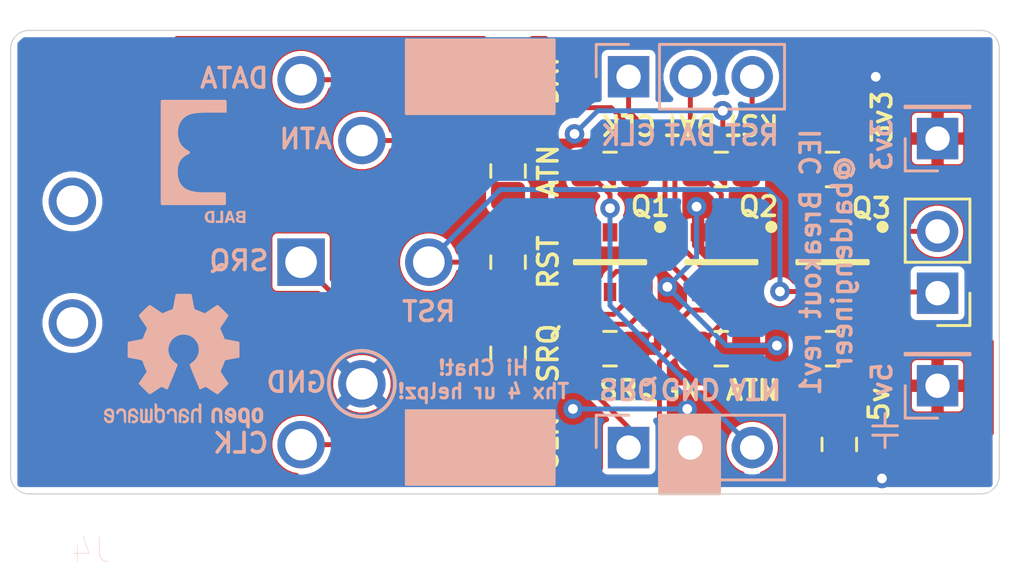
<source format=kicad_pcb>
(kicad_pcb (version 20171130) (host pcbnew "(5.1.7)-1")

  (general
    (thickness 1.6)
    (drawings 50)
    (tracks 121)
    (zones 0)
    (modules 25)
    (nets 16)
  )

  (page A4)
  (layers
    (0 F.Cu signal)
    (31 B.Cu signal)
    (32 B.Adhes user hide)
    (33 F.Adhes user hide)
    (34 B.Paste user)
    (35 F.Paste user hide)
    (36 B.SilkS user)
    (37 F.SilkS user hide)
    (38 B.Mask user)
    (39 F.Mask user hide)
    (40 Dwgs.User user hide)
    (41 Cmts.User user hide)
    (42 Eco1.User user hide)
    (43 Eco2.User user hide)
    (44 Edge.Cuts user)
    (45 Margin user hide)
    (46 B.CrtYd user hide)
    (47 F.CrtYd user hide)
    (48 B.Fab user hide)
    (49 F.Fab user hide)
  )

  (setup
    (last_trace_width 0.2032)
    (trace_clearance 0.2032)
    (zone_clearance 0.2032)
    (zone_45_only no)
    (trace_min 0.2)
    (via_size 0.8)
    (via_drill 0.4)
    (via_min_size 0.4)
    (via_min_drill 0.3)
    (uvia_size 0.3)
    (uvia_drill 0.1)
    (uvias_allowed no)
    (uvia_min_size 0.2)
    (uvia_min_drill 0.1)
    (edge_width 0.05)
    (segment_width 0.2)
    (pcb_text_width 0.3)
    (pcb_text_size 1.5 1.5)
    (mod_edge_width 0.12)
    (mod_text_size 0.8 0.8)
    (mod_text_width 0.15)
    (pad_size 1.524 1.524)
    (pad_drill 0.762)
    (pad_to_mask_clearance 0)
    (pad_to_paste_clearance_ratio -0.1)
    (aux_axis_origin 111.76 149.84)
    (grid_origin 111.76 149.86)
    (visible_elements FFFFFF7F)
    (pcbplotparams
      (layerselection 0x010fc_ffffffff)
      (usegerberextensions false)
      (usegerberattributes true)
      (usegerberadvancedattributes true)
      (creategerberjobfile true)
      (excludeedgelayer true)
      (linewidth 0.100000)
      (plotframeref false)
      (viasonmask false)
      (mode 1)
      (useauxorigin false)
      (hpglpennumber 1)
      (hpglpenspeed 20)
      (hpglpendiameter 15.000000)
      (psnegative false)
      (psa4output false)
      (plotreference true)
      (plotvalue true)
      (plotinvisibletext false)
      (padsonsilk false)
      (subtractmaskfromsilk false)
      (outputformat 1)
      (mirror false)
      (drillshape 1)
      (scaleselection 1)
      (outputdirectory ""))
  )

  (net 0 "")
  (net 1 /ATN3)
  (net 2 GND)
  (net 3 /SRQ3)
  (net 4 /DATA5)
  (net 5 /ATN5)
  (net 6 /CLK5)
  (net 7 /SRQ5)
  (net 8 /RESET5)
  (net 9 /Spare_Aux_L)
  (net 10 /Spare_Aux_H)
  (net 11 /RESET3)
  (net 12 /DATA3)
  (net 13 /CLK3)
  (net 14 +3V3)
  (net 15 +5V)

  (net_class Default "This is the default net class."
    (clearance 0.2032)
    (trace_width 0.2032)
    (via_dia 0.8)
    (via_drill 0.4)
    (uvia_dia 0.3)
    (uvia_drill 0.1)
    (add_net +3V3)
    (add_net +5V)
    (add_net /ATN3)
    (add_net /ATN5)
    (add_net /CLK3)
    (add_net /CLK5)
    (add_net /DATA3)
    (add_net /DATA5)
    (add_net /RESET3)
    (add_net /RESET5)
    (add_net /SRQ3)
    (add_net /SRQ5)
    (add_net /Spare_Aux_H)
    (add_net /Spare_Aux_L)
    (add_net GND)
  )

  (module Symbol:OSHW-Logo2_7.3x6mm_SilkScreen (layer B.Cu) (tedit 0) (tstamp 604F2172)
    (at 134.112 133.604 180)
    (descr "Open Source Hardware Symbol")
    (tags "Logo Symbol OSHW")
    (attr virtual)
    (fp_text reference REF** (at 0 0) (layer B.SilkS) hide
      (effects (font (size 1 1) (thickness 0.15)) (justify mirror))
    )
    (fp_text value OSHW-Logo2_7.3x6mm_SilkScreen (at 0.75 0) (layer B.Fab) hide
      (effects (font (size 1 1) (thickness 0.15)) (justify mirror))
    )
    (fp_poly (pts (xy -2.400256 -1.919918) (xy -2.344799 -1.947568) (xy -2.295852 -1.99848) (xy -2.282371 -2.017338)
      (xy -2.267686 -2.042015) (xy -2.258158 -2.068816) (xy -2.252707 -2.104587) (xy -2.250253 -2.156169)
      (xy -2.249714 -2.224267) (xy -2.252148 -2.317588) (xy -2.260606 -2.387657) (xy -2.276826 -2.439931)
      (xy -2.302546 -2.479869) (xy -2.339503 -2.512929) (xy -2.342218 -2.514886) (xy -2.37864 -2.534908)
      (xy -2.422498 -2.544815) (xy -2.478276 -2.547257) (xy -2.568952 -2.547257) (xy -2.56899 -2.635283)
      (xy -2.569834 -2.684308) (xy -2.574976 -2.713065) (xy -2.588413 -2.730311) (xy -2.614142 -2.744808)
      (xy -2.620321 -2.747769) (xy -2.649236 -2.761648) (xy -2.671624 -2.770414) (xy -2.688271 -2.771171)
      (xy -2.699964 -2.761023) (xy -2.70749 -2.737073) (xy -2.711634 -2.696426) (xy -2.713185 -2.636186)
      (xy -2.712929 -2.553455) (xy -2.711651 -2.445339) (xy -2.711252 -2.413) (xy -2.709815 -2.301524)
      (xy -2.708528 -2.228603) (xy -2.569029 -2.228603) (xy -2.568245 -2.290499) (xy -2.56476 -2.330997)
      (xy -2.556876 -2.357708) (xy -2.542895 -2.378244) (xy -2.533403 -2.38826) (xy -2.494596 -2.417567)
      (xy -2.460237 -2.419952) (xy -2.424784 -2.39575) (xy -2.423886 -2.394857) (xy -2.409461 -2.376153)
      (xy -2.400687 -2.350732) (xy -2.396261 -2.311584) (xy -2.394882 -2.251697) (xy -2.394857 -2.23843)
      (xy -2.398188 -2.155901) (xy -2.409031 -2.098691) (xy -2.42866 -2.063766) (xy -2.45835 -2.048094)
      (xy -2.475509 -2.046514) (xy -2.516234 -2.053926) (xy -2.544168 -2.07833) (xy -2.560983 -2.12298)
      (xy -2.56835 -2.19113) (xy -2.569029 -2.228603) (xy -2.708528 -2.228603) (xy -2.708292 -2.215245)
      (xy -2.706323 -2.150333) (xy -2.70355 -2.102958) (xy -2.699612 -2.06929) (xy -2.694151 -2.045498)
      (xy -2.686808 -2.027753) (xy -2.677223 -2.012224) (xy -2.673113 -2.006381) (xy -2.618595 -1.951185)
      (xy -2.549664 -1.91989) (xy -2.469928 -1.911165) (xy -2.400256 -1.919918)) (layer B.SilkS) (width 0.01))
    (fp_poly (pts (xy -1.283907 -1.92778) (xy -1.237328 -1.954723) (xy -1.204943 -1.981466) (xy -1.181258 -2.009484)
      (xy -1.164941 -2.043748) (xy -1.154661 -2.089227) (xy -1.149086 -2.150892) (xy -1.146884 -2.233711)
      (xy -1.146629 -2.293246) (xy -1.146629 -2.512391) (xy -1.208314 -2.540044) (xy -1.27 -2.567697)
      (xy -1.277257 -2.32767) (xy -1.280256 -2.238028) (xy -1.283402 -2.172962) (xy -1.287299 -2.128026)
      (xy -1.292553 -2.09877) (xy -1.299769 -2.080748) (xy -1.30955 -2.069511) (xy -1.312688 -2.067079)
      (xy -1.360239 -2.048083) (xy -1.408303 -2.0556) (xy -1.436914 -2.075543) (xy -1.448553 -2.089675)
      (xy -1.456609 -2.10822) (xy -1.461729 -2.136334) (xy -1.464559 -2.179173) (xy -1.465744 -2.241895)
      (xy -1.465943 -2.307261) (xy -1.465982 -2.389268) (xy -1.467386 -2.447316) (xy -1.472086 -2.486465)
      (xy -1.482013 -2.51178) (xy -1.499097 -2.528323) (xy -1.525268 -2.541156) (xy -1.560225 -2.554491)
      (xy -1.598404 -2.569007) (xy -1.593859 -2.311389) (xy -1.592029 -2.218519) (xy -1.589888 -2.149889)
      (xy -1.586819 -2.100711) (xy -1.582206 -2.066198) (xy -1.575432 -2.041562) (xy -1.565881 -2.022016)
      (xy -1.554366 -2.00477) (xy -1.49881 -1.94968) (xy -1.43102 -1.917822) (xy -1.357287 -1.910191)
      (xy -1.283907 -1.92778)) (layer B.SilkS) (width 0.01))
    (fp_poly (pts (xy -2.958885 -1.921962) (xy -2.890855 -1.957733) (xy -2.840649 -2.015301) (xy -2.822815 -2.052312)
      (xy -2.808937 -2.107882) (xy -2.801833 -2.178096) (xy -2.80116 -2.254727) (xy -2.806573 -2.329552)
      (xy -2.81773 -2.394342) (xy -2.834286 -2.440873) (xy -2.839374 -2.448887) (xy -2.899645 -2.508707)
      (xy -2.971231 -2.544535) (xy -3.048908 -2.55502) (xy -3.127452 -2.53881) (xy -3.149311 -2.529092)
      (xy -3.191878 -2.499143) (xy -3.229237 -2.459433) (xy -3.232768 -2.454397) (xy -3.247119 -2.430124)
      (xy -3.256606 -2.404178) (xy -3.26221 -2.370022) (xy -3.264914 -2.321119) (xy -3.265701 -2.250935)
      (xy -3.265714 -2.2352) (xy -3.265678 -2.230192) (xy -3.120571 -2.230192) (xy -3.119727 -2.29643)
      (xy -3.116404 -2.340386) (xy -3.109417 -2.368779) (xy -3.097584 -2.388325) (xy -3.091543 -2.394857)
      (xy -3.056814 -2.41968) (xy -3.023097 -2.418548) (xy -2.989005 -2.397016) (xy -2.968671 -2.374029)
      (xy -2.956629 -2.340478) (xy -2.949866 -2.287569) (xy -2.949402 -2.281399) (xy -2.948248 -2.185513)
      (xy -2.960312 -2.114299) (xy -2.98543 -2.068194) (xy -3.02344 -2.047635) (xy -3.037008 -2.046514)
      (xy -3.072636 -2.052152) (xy -3.097006 -2.071686) (xy -3.111907 -2.109042) (xy -3.119125 -2.16815)
      (xy -3.120571 -2.230192) (xy -3.265678 -2.230192) (xy -3.265174 -2.160413) (xy -3.262904 -2.108159)
      (xy -3.257932 -2.071949) (xy -3.249287 -2.045299) (xy -3.235995 -2.021722) (xy -3.233057 -2.017338)
      (xy -3.183687 -1.958249) (xy -3.129891 -1.923947) (xy -3.064398 -1.910331) (xy -3.042158 -1.909665)
      (xy -2.958885 -1.921962)) (layer B.SilkS) (width 0.01))
    (fp_poly (pts (xy -1.831697 -1.931239) (xy -1.774473 -1.969735) (xy -1.730251 -2.025335) (xy -1.703833 -2.096086)
      (xy -1.69849 -2.148162) (xy -1.699097 -2.169893) (xy -1.704178 -2.186531) (xy -1.718145 -2.201437)
      (xy -1.745411 -2.217973) (xy -1.790388 -2.239498) (xy -1.857489 -2.269374) (xy -1.857829 -2.269524)
      (xy -1.919593 -2.297813) (xy -1.970241 -2.322933) (xy -2.004596 -2.342179) (xy -2.017482 -2.352848)
      (xy -2.017486 -2.352934) (xy -2.006128 -2.376166) (xy -1.979569 -2.401774) (xy -1.949077 -2.420221)
      (xy -1.93363 -2.423886) (xy -1.891485 -2.411212) (xy -1.855192 -2.379471) (xy -1.837483 -2.344572)
      (xy -1.820448 -2.318845) (xy -1.787078 -2.289546) (xy -1.747851 -2.264235) (xy -1.713244 -2.250471)
      (xy -1.706007 -2.249714) (xy -1.697861 -2.26216) (xy -1.69737 -2.293972) (xy -1.703357 -2.336866)
      (xy -1.714643 -2.382558) (xy -1.73005 -2.422761) (xy -1.730829 -2.424322) (xy -1.777196 -2.489062)
      (xy -1.837289 -2.533097) (xy -1.905535 -2.554711) (xy -1.976362 -2.552185) (xy -2.044196 -2.523804)
      (xy -2.047212 -2.521808) (xy -2.100573 -2.473448) (xy -2.13566 -2.410352) (xy -2.155078 -2.327387)
      (xy -2.157684 -2.304078) (xy -2.162299 -2.194055) (xy -2.156767 -2.142748) (xy -2.017486 -2.142748)
      (xy -2.015676 -2.174753) (xy -2.005778 -2.184093) (xy -1.981102 -2.177105) (xy -1.942205 -2.160587)
      (xy -1.898725 -2.139881) (xy -1.897644 -2.139333) (xy -1.860791 -2.119949) (xy -1.846 -2.107013)
      (xy -1.849647 -2.093451) (xy -1.865005 -2.075632) (xy -1.904077 -2.049845) (xy -1.946154 -2.04795)
      (xy -1.983897 -2.066717) (xy -2.009966 -2.102915) (xy -2.017486 -2.142748) (xy -2.156767 -2.142748)
      (xy -2.152806 -2.106027) (xy -2.12845 -2.036212) (xy -2.094544 -1.987302) (xy -2.033347 -1.937878)
      (xy -1.965937 -1.913359) (xy -1.89712 -1.911797) (xy -1.831697 -1.931239)) (layer B.SilkS) (width 0.01))
    (fp_poly (pts (xy -0.624114 -1.851289) (xy -0.619861 -1.910613) (xy -0.614975 -1.945572) (xy -0.608205 -1.96082)
      (xy -0.598298 -1.961015) (xy -0.595086 -1.959195) (xy -0.552356 -1.946015) (xy -0.496773 -1.946785)
      (xy -0.440263 -1.960333) (xy -0.404918 -1.977861) (xy -0.368679 -2.005861) (xy -0.342187 -2.037549)
      (xy -0.324001 -2.077813) (xy -0.312678 -2.131543) (xy -0.306778 -2.203626) (xy -0.304857 -2.298951)
      (xy -0.304823 -2.317237) (xy -0.3048 -2.522646) (xy -0.350509 -2.53858) (xy -0.382973 -2.54942)
      (xy -0.400785 -2.554468) (xy -0.401309 -2.554514) (xy -0.403063 -2.540828) (xy -0.404556 -2.503076)
      (xy -0.405674 -2.446224) (xy -0.406303 -2.375234) (xy -0.4064 -2.332073) (xy -0.406602 -2.246973)
      (xy -0.407642 -2.185981) (xy -0.410169 -2.144177) (xy -0.414836 -2.116642) (xy -0.422293 -2.098456)
      (xy -0.433189 -2.084698) (xy -0.439993 -2.078073) (xy -0.486728 -2.051375) (xy -0.537728 -2.049375)
      (xy -0.583999 -2.071955) (xy -0.592556 -2.080107) (xy -0.605107 -2.095436) (xy -0.613812 -2.113618)
      (xy -0.619369 -2.139909) (xy -0.622474 -2.179562) (xy -0.623824 -2.237832) (xy -0.624114 -2.318173)
      (xy -0.624114 -2.522646) (xy -0.669823 -2.53858) (xy -0.702287 -2.54942) (xy -0.720099 -2.554468)
      (xy -0.720623 -2.554514) (xy -0.721963 -2.540623) (xy -0.723172 -2.501439) (xy -0.724199 -2.4407)
      (xy -0.724998 -2.362141) (xy -0.725519 -2.269498) (xy -0.725714 -2.166509) (xy -0.725714 -1.769342)
      (xy -0.678543 -1.749444) (xy -0.631371 -1.729547) (xy -0.624114 -1.851289)) (layer B.SilkS) (width 0.01))
    (fp_poly (pts (xy 0.039744 -1.950968) (xy 0.096616 -1.972087) (xy 0.097267 -1.972493) (xy 0.13244 -1.99838)
      (xy 0.158407 -2.028633) (xy 0.17667 -2.068058) (xy 0.188732 -2.121462) (xy 0.196096 -2.193651)
      (xy 0.200264 -2.289432) (xy 0.200629 -2.303078) (xy 0.205876 -2.508842) (xy 0.161716 -2.531678)
      (xy 0.129763 -2.54711) (xy 0.11047 -2.554423) (xy 0.109578 -2.554514) (xy 0.106239 -2.541022)
      (xy 0.103587 -2.504626) (xy 0.101956 -2.451452) (xy 0.1016 -2.408393) (xy 0.101592 -2.338641)
      (xy 0.098403 -2.294837) (xy 0.087288 -2.273944) (xy 0.063501 -2.272925) (xy 0.022296 -2.288741)
      (xy -0.039914 -2.317815) (xy -0.085659 -2.341963) (xy -0.109187 -2.362913) (xy -0.116104 -2.385747)
      (xy -0.116114 -2.386877) (xy -0.104701 -2.426212) (xy -0.070908 -2.447462) (xy -0.019191 -2.450539)
      (xy 0.018061 -2.450006) (xy 0.037703 -2.460735) (xy 0.049952 -2.486505) (xy 0.057002 -2.519337)
      (xy 0.046842 -2.537966) (xy 0.043017 -2.540632) (xy 0.007001 -2.55134) (xy -0.043434 -2.552856)
      (xy -0.095374 -2.545759) (xy -0.132178 -2.532788) (xy -0.183062 -2.489585) (xy -0.211986 -2.429446)
      (xy -0.217714 -2.382462) (xy -0.213343 -2.340082) (xy -0.197525 -2.305488) (xy -0.166203 -2.274763)
      (xy -0.115322 -2.24399) (xy -0.040824 -2.209252) (xy -0.036286 -2.207288) (xy 0.030821 -2.176287)
      (xy 0.072232 -2.150862) (xy 0.089981 -2.128014) (xy 0.086107 -2.104745) (xy 0.062643 -2.078056)
      (xy 0.055627 -2.071914) (xy 0.00863 -2.0481) (xy -0.040067 -2.049103) (xy -0.082478 -2.072451)
      (xy -0.110616 -2.115675) (xy -0.113231 -2.12416) (xy -0.138692 -2.165308) (xy -0.170999 -2.185128)
      (xy -0.217714 -2.20477) (xy -0.217714 -2.15395) (xy -0.203504 -2.080082) (xy -0.161325 -2.012327)
      (xy -0.139376 -1.989661) (xy -0.089483 -1.960569) (xy -0.026033 -1.9474) (xy 0.039744 -1.950968)) (layer B.SilkS) (width 0.01))
    (fp_poly (pts (xy 0.529926 -1.949755) (xy 0.595858 -1.974084) (xy 0.649273 -2.017117) (xy 0.670164 -2.047409)
      (xy 0.692939 -2.102994) (xy 0.692466 -2.143186) (xy 0.668562 -2.170217) (xy 0.659717 -2.174813)
      (xy 0.62153 -2.189144) (xy 0.602028 -2.185472) (xy 0.595422 -2.161407) (xy 0.595086 -2.148114)
      (xy 0.582992 -2.09921) (xy 0.551471 -2.064999) (xy 0.507659 -2.048476) (xy 0.458695 -2.052634)
      (xy 0.418894 -2.074227) (xy 0.40545 -2.086544) (xy 0.395921 -2.101487) (xy 0.389485 -2.124075)
      (xy 0.385317 -2.159328) (xy 0.382597 -2.212266) (xy 0.380502 -2.287907) (xy 0.37996 -2.311857)
      (xy 0.377981 -2.39379) (xy 0.375731 -2.451455) (xy 0.372357 -2.489608) (xy 0.367006 -2.513004)
      (xy 0.358824 -2.526398) (xy 0.346959 -2.534545) (xy 0.339362 -2.538144) (xy 0.307102 -2.550452)
      (xy 0.288111 -2.554514) (xy 0.281836 -2.540948) (xy 0.278006 -2.499934) (xy 0.2766 -2.430999)
      (xy 0.277598 -2.333669) (xy 0.277908 -2.318657) (xy 0.280101 -2.229859) (xy 0.282693 -2.165019)
      (xy 0.286382 -2.119067) (xy 0.291864 -2.086935) (xy 0.299835 -2.063553) (xy 0.310993 -2.043852)
      (xy 0.31683 -2.03541) (xy 0.350296 -1.998057) (xy 0.387727 -1.969003) (xy 0.392309 -1.966467)
      (xy 0.459426 -1.946443) (xy 0.529926 -1.949755)) (layer B.SilkS) (width 0.01))
    (fp_poly (pts (xy 1.190117 -2.065358) (xy 1.189933 -2.173837) (xy 1.189219 -2.257287) (xy 1.187675 -2.319704)
      (xy 1.185001 -2.365085) (xy 1.180894 -2.397429) (xy 1.175055 -2.420733) (xy 1.167182 -2.438995)
      (xy 1.161221 -2.449418) (xy 1.111855 -2.505945) (xy 1.049264 -2.541377) (xy 0.980013 -2.55409)
      (xy 0.910668 -2.542463) (xy 0.869375 -2.521568) (xy 0.826025 -2.485422) (xy 0.796481 -2.441276)
      (xy 0.778655 -2.383462) (xy 0.770463 -2.306313) (xy 0.769302 -2.249714) (xy 0.769458 -2.245647)
      (xy 0.870857 -2.245647) (xy 0.871476 -2.31055) (xy 0.874314 -2.353514) (xy 0.88084 -2.381622)
      (xy 0.892523 -2.401953) (xy 0.906483 -2.417288) (xy 0.953365 -2.44689) (xy 1.003701 -2.449419)
      (xy 1.051276 -2.424705) (xy 1.054979 -2.421356) (xy 1.070783 -2.403935) (xy 1.080693 -2.383209)
      (xy 1.086058 -2.352362) (xy 1.088228 -2.304577) (xy 1.088571 -2.251748) (xy 1.087827 -2.185381)
      (xy 1.084748 -2.141106) (xy 1.078061 -2.112009) (xy 1.066496 -2.091173) (xy 1.057013 -2.080107)
      (xy 1.01296 -2.052198) (xy 0.962224 -2.048843) (xy 0.913796 -2.070159) (xy 0.90445 -2.078073)
      (xy 0.88854 -2.095647) (xy 0.87861 -2.116587) (xy 0.873278 -2.147782) (xy 0.871163 -2.196122)
      (xy 0.870857 -2.245647) (xy 0.769458 -2.245647) (xy 0.77281 -2.158568) (xy 0.784726 -2.090086)
      (xy 0.807135 -2.0386) (xy 0.842124 -1.998443) (xy 0.869375 -1.977861) (xy 0.918907 -1.955625)
      (xy 0.976316 -1.945304) (xy 1.029682 -1.948067) (xy 1.059543 -1.959212) (xy 1.071261 -1.962383)
      (xy 1.079037 -1.950557) (xy 1.084465 -1.918866) (xy 1.088571 -1.870593) (xy 1.093067 -1.816829)
      (xy 1.099313 -1.784482) (xy 1.110676 -1.765985) (xy 1.130528 -1.75377) (xy 1.143 -1.748362)
      (xy 1.190171 -1.728601) (xy 1.190117 -2.065358)) (layer B.SilkS) (width 0.01))
    (fp_poly (pts (xy 1.779833 -1.958663) (xy 1.782048 -1.99685) (xy 1.783784 -2.054886) (xy 1.784899 -2.12818)
      (xy 1.785257 -2.205055) (xy 1.785257 -2.465196) (xy 1.739326 -2.511127) (xy 1.707675 -2.539429)
      (xy 1.67989 -2.550893) (xy 1.641915 -2.550168) (xy 1.62684 -2.548321) (xy 1.579726 -2.542948)
      (xy 1.540756 -2.539869) (xy 1.531257 -2.539585) (xy 1.499233 -2.541445) (xy 1.453432 -2.546114)
      (xy 1.435674 -2.548321) (xy 1.392057 -2.551735) (xy 1.362745 -2.54432) (xy 1.33368 -2.521427)
      (xy 1.323188 -2.511127) (xy 1.277257 -2.465196) (xy 1.277257 -1.978602) (xy 1.314226 -1.961758)
      (xy 1.346059 -1.949282) (xy 1.364683 -1.944914) (xy 1.369458 -1.958718) (xy 1.373921 -1.997286)
      (xy 1.377775 -2.056356) (xy 1.380722 -2.131663) (xy 1.382143 -2.195286) (xy 1.386114 -2.445657)
      (xy 1.420759 -2.450556) (xy 1.452268 -2.447131) (xy 1.467708 -2.436041) (xy 1.472023 -2.415308)
      (xy 1.475708 -2.371145) (xy 1.478469 -2.309146) (xy 1.480012 -2.234909) (xy 1.480235 -2.196706)
      (xy 1.480457 -1.976783) (xy 1.526166 -1.960849) (xy 1.558518 -1.950015) (xy 1.576115 -1.944962)
      (xy 1.576623 -1.944914) (xy 1.578388 -1.958648) (xy 1.580329 -1.99673) (xy 1.582282 -2.054482)
      (xy 1.584084 -2.127227) (xy 1.585343 -2.195286) (xy 1.589314 -2.445657) (xy 1.6764 -2.445657)
      (xy 1.680396 -2.21724) (xy 1.684392 -1.988822) (xy 1.726847 -1.966868) (xy 1.758192 -1.951793)
      (xy 1.776744 -1.944951) (xy 1.777279 -1.944914) (xy 1.779833 -1.958663)) (layer B.SilkS) (width 0.01))
    (fp_poly (pts (xy 2.144876 -1.956335) (xy 2.186667 -1.975344) (xy 2.219469 -1.998378) (xy 2.243503 -2.024133)
      (xy 2.260097 -2.057358) (xy 2.270577 -2.1028) (xy 2.276271 -2.165207) (xy 2.278507 -2.249327)
      (xy 2.278743 -2.304721) (xy 2.278743 -2.520826) (xy 2.241774 -2.53767) (xy 2.212656 -2.549981)
      (xy 2.198231 -2.554514) (xy 2.195472 -2.541025) (xy 2.193282 -2.504653) (xy 2.191942 -2.451542)
      (xy 2.191657 -2.409372) (xy 2.190434 -2.348447) (xy 2.187136 -2.300115) (xy 2.182321 -2.270518)
      (xy 2.178496 -2.264229) (xy 2.152783 -2.270652) (xy 2.112418 -2.287125) (xy 2.065679 -2.309458)
      (xy 2.020845 -2.333457) (xy 1.986193 -2.35493) (xy 1.970002 -2.369685) (xy 1.969938 -2.369845)
      (xy 1.97133 -2.397152) (xy 1.983818 -2.423219) (xy 2.005743 -2.444392) (xy 2.037743 -2.451474)
      (xy 2.065092 -2.450649) (xy 2.103826 -2.450042) (xy 2.124158 -2.459116) (xy 2.136369 -2.483092)
      (xy 2.137909 -2.487613) (xy 2.143203 -2.521806) (xy 2.129047 -2.542568) (xy 2.092148 -2.552462)
      (xy 2.052289 -2.554292) (xy 1.980562 -2.540727) (xy 1.943432 -2.521355) (xy 1.897576 -2.475845)
      (xy 1.873256 -2.419983) (xy 1.871073 -2.360957) (xy 1.891629 -2.305953) (xy 1.922549 -2.271486)
      (xy 1.95342 -2.252189) (xy 2.001942 -2.227759) (xy 2.058485 -2.202985) (xy 2.06791 -2.199199)
      (xy 2.130019 -2.171791) (xy 2.165822 -2.147634) (xy 2.177337 -2.123619) (xy 2.16658 -2.096635)
      (xy 2.148114 -2.075543) (xy 2.104469 -2.049572) (xy 2.056446 -2.047624) (xy 2.012406 -2.067637)
      (xy 1.980709 -2.107551) (xy 1.976549 -2.117848) (xy 1.952327 -2.155724) (xy 1.916965 -2.183842)
      (xy 1.872343 -2.206917) (xy 1.872343 -2.141485) (xy 1.874969 -2.101506) (xy 1.88623 -2.069997)
      (xy 1.911199 -2.036378) (xy 1.935169 -2.010484) (xy 1.972441 -1.973817) (xy 2.001401 -1.954121)
      (xy 2.032505 -1.94622) (xy 2.067713 -1.944914) (xy 2.144876 -1.956335)) (layer B.SilkS) (width 0.01))
    (fp_poly (pts (xy 2.6526 -1.958752) (xy 2.669948 -1.966334) (xy 2.711356 -1.999128) (xy 2.746765 -2.046547)
      (xy 2.768664 -2.097151) (xy 2.772229 -2.122098) (xy 2.760279 -2.156927) (xy 2.734067 -2.175357)
      (xy 2.705964 -2.186516) (xy 2.693095 -2.188572) (xy 2.686829 -2.173649) (xy 2.674456 -2.141175)
      (xy 2.669028 -2.126502) (xy 2.63859 -2.075744) (xy 2.59452 -2.050427) (xy 2.53801 -2.051206)
      (xy 2.533825 -2.052203) (xy 2.503655 -2.066507) (xy 2.481476 -2.094393) (xy 2.466327 -2.139287)
      (xy 2.45725 -2.204615) (xy 2.453286 -2.293804) (xy 2.452914 -2.341261) (xy 2.45273 -2.416071)
      (xy 2.451522 -2.467069) (xy 2.448309 -2.499471) (xy 2.442109 -2.518495) (xy 2.43194 -2.529356)
      (xy 2.416819 -2.537272) (xy 2.415946 -2.53767) (xy 2.386828 -2.549981) (xy 2.372403 -2.554514)
      (xy 2.370186 -2.540809) (xy 2.368289 -2.502925) (xy 2.366847 -2.445715) (xy 2.365998 -2.374027)
      (xy 2.365829 -2.321565) (xy 2.366692 -2.220047) (xy 2.37007 -2.143032) (xy 2.377142 -2.086023)
      (xy 2.389088 -2.044526) (xy 2.40709 -2.014043) (xy 2.432327 -1.99008) (xy 2.457247 -1.973355)
      (xy 2.517171 -1.951097) (xy 2.586911 -1.946076) (xy 2.6526 -1.958752)) (layer B.SilkS) (width 0.01))
    (fp_poly (pts (xy 3.153595 -1.966966) (xy 3.211021 -2.004497) (xy 3.238719 -2.038096) (xy 3.260662 -2.099064)
      (xy 3.262405 -2.147308) (xy 3.258457 -2.211816) (xy 3.109686 -2.276934) (xy 3.037349 -2.310202)
      (xy 2.990084 -2.336964) (xy 2.965507 -2.360144) (xy 2.961237 -2.382667) (xy 2.974889 -2.407455)
      (xy 2.989943 -2.423886) (xy 3.033746 -2.450235) (xy 3.081389 -2.452081) (xy 3.125145 -2.431546)
      (xy 3.157289 -2.390752) (xy 3.163038 -2.376347) (xy 3.190576 -2.331356) (xy 3.222258 -2.312182)
      (xy 3.265714 -2.295779) (xy 3.265714 -2.357966) (xy 3.261872 -2.400283) (xy 3.246823 -2.435969)
      (xy 3.21528 -2.476943) (xy 3.210592 -2.482267) (xy 3.175506 -2.51872) (xy 3.145347 -2.538283)
      (xy 3.107615 -2.547283) (xy 3.076335 -2.55023) (xy 3.020385 -2.550965) (xy 2.980555 -2.54166)
      (xy 2.955708 -2.527846) (xy 2.916656 -2.497467) (xy 2.889625 -2.464613) (xy 2.872517 -2.423294)
      (xy 2.863238 -2.367521) (xy 2.859693 -2.291305) (xy 2.85941 -2.252622) (xy 2.860372 -2.206247)
      (xy 2.948007 -2.206247) (xy 2.949023 -2.231126) (xy 2.951556 -2.2352) (xy 2.968274 -2.229665)
      (xy 3.004249 -2.215017) (xy 3.052331 -2.19419) (xy 3.062386 -2.189714) (xy 3.123152 -2.158814)
      (xy 3.156632 -2.131657) (xy 3.16399 -2.10622) (xy 3.146391 -2.080481) (xy 3.131856 -2.069109)
      (xy 3.07941 -2.046364) (xy 3.030322 -2.050122) (xy 2.989227 -2.077884) (xy 2.960758 -2.127152)
      (xy 2.951631 -2.166257) (xy 2.948007 -2.206247) (xy 2.860372 -2.206247) (xy 2.861285 -2.162249)
      (xy 2.868196 -2.095384) (xy 2.881884 -2.046695) (xy 2.904096 -2.010849) (xy 2.936574 -1.982513)
      (xy 2.950733 -1.973355) (xy 3.015053 -1.949507) (xy 3.085473 -1.948006) (xy 3.153595 -1.966966)) (layer B.SilkS) (width 0.01))
    (fp_poly (pts (xy 0.10391 2.757652) (xy 0.182454 2.757222) (xy 0.239298 2.756058) (xy 0.278105 2.753793)
      (xy 0.302538 2.75006) (xy 0.316262 2.744494) (xy 0.32294 2.736727) (xy 0.326236 2.726395)
      (xy 0.326556 2.725057) (xy 0.331562 2.700921) (xy 0.340829 2.653299) (xy 0.353392 2.587259)
      (xy 0.368287 2.507872) (xy 0.384551 2.420204) (xy 0.385119 2.417125) (xy 0.40141 2.331211)
      (xy 0.416652 2.255304) (xy 0.429861 2.193955) (xy 0.440054 2.151718) (xy 0.446248 2.133145)
      (xy 0.446543 2.132816) (xy 0.464788 2.123747) (xy 0.502405 2.108633) (xy 0.551271 2.090738)
      (xy 0.551543 2.090642) (xy 0.613093 2.067507) (xy 0.685657 2.038035) (xy 0.754057 2.008403)
      (xy 0.757294 2.006938) (xy 0.868702 1.956374) (xy 1.115399 2.12484) (xy 1.191077 2.176197)
      (xy 1.259631 2.222111) (xy 1.317088 2.25997) (xy 1.359476 2.287163) (xy 1.382825 2.301079)
      (xy 1.385042 2.302111) (xy 1.40201 2.297516) (xy 1.433701 2.275345) (xy 1.481352 2.234553)
      (xy 1.546198 2.174095) (xy 1.612397 2.109773) (xy 1.676214 2.046388) (xy 1.733329 1.988549)
      (xy 1.780305 1.939825) (xy 1.813703 1.90379) (xy 1.830085 1.884016) (xy 1.830694 1.882998)
      (xy 1.832505 1.869428) (xy 1.825683 1.847267) (xy 1.80854 1.813522) (xy 1.779393 1.7652)
      (xy 1.736555 1.699308) (xy 1.679448 1.614483) (xy 1.628766 1.539823) (xy 1.583461 1.47286)
      (xy 1.54615 1.417484) (xy 1.519452 1.37758) (xy 1.505985 1.357038) (xy 1.505137 1.355644)
      (xy 1.506781 1.335962) (xy 1.519245 1.297707) (xy 1.540048 1.248111) (xy 1.547462 1.232272)
      (xy 1.579814 1.16171) (xy 1.614328 1.081647) (xy 1.642365 1.012371) (xy 1.662568 0.960955)
      (xy 1.678615 0.921881) (xy 1.687888 0.901459) (xy 1.689041 0.899886) (xy 1.706096 0.897279)
      (xy 1.746298 0.890137) (xy 1.804302 0.879477) (xy 1.874763 0.866315) (xy 1.952335 0.851667)
      (xy 2.031672 0.836551) (xy 2.107431 0.821982) (xy 2.174264 0.808978) (xy 2.226828 0.798555)
      (xy 2.259776 0.79173) (xy 2.267857 0.789801) (xy 2.276205 0.785038) (xy 2.282506 0.774282)
      (xy 2.287045 0.753902) (xy 2.290104 0.720266) (xy 2.291967 0.669745) (xy 2.292918 0.598708)
      (xy 2.29324 0.503524) (xy 2.293257 0.464508) (xy 2.293257 0.147201) (xy 2.217057 0.132161)
      (xy 2.174663 0.124005) (xy 2.1114 0.112101) (xy 2.034962 0.097884) (xy 1.953043 0.08279)
      (xy 1.9304 0.078645) (xy 1.854806 0.063947) (xy 1.788953 0.049495) (xy 1.738366 0.036625)
      (xy 1.708574 0.026678) (xy 1.703612 0.023713) (xy 1.691426 0.002717) (xy 1.673953 -0.037967)
      (xy 1.654577 -0.090322) (xy 1.650734 -0.1016) (xy 1.625339 -0.171523) (xy 1.593817 -0.250418)
      (xy 1.562969 -0.321266) (xy 1.562817 -0.321595) (xy 1.511447 -0.432733) (xy 1.680399 -0.681253)
      (xy 1.849352 -0.929772) (xy 1.632429 -1.147058) (xy 1.566819 -1.211726) (xy 1.506979 -1.268733)
      (xy 1.456267 -1.315033) (xy 1.418046 -1.347584) (xy 1.395675 -1.363343) (xy 1.392466 -1.364343)
      (xy 1.373626 -1.356469) (xy 1.33518 -1.334578) (xy 1.28133 -1.301267) (xy 1.216276 -1.259131)
      (xy 1.14594 -1.211943) (xy 1.074555 -1.16381) (xy 1.010908 -1.121928) (xy 0.959041 -1.088871)
      (xy 0.922995 -1.067218) (xy 0.906867 -1.059543) (xy 0.887189 -1.066037) (xy 0.849875 -1.08315)
      (xy 0.802621 -1.107326) (xy 0.797612 -1.110013) (xy 0.733977 -1.141927) (xy 0.690341 -1.157579)
      (xy 0.663202 -1.157745) (xy 0.649057 -1.143204) (xy 0.648975 -1.143) (xy 0.641905 -1.125779)
      (xy 0.625042 -1.084899) (xy 0.599695 -1.023525) (xy 0.567171 -0.944819) (xy 0.528778 -0.851947)
      (xy 0.485822 -0.748072) (xy 0.444222 -0.647502) (xy 0.398504 -0.536516) (xy 0.356526 -0.433703)
      (xy 0.319548 -0.342215) (xy 0.288827 -0.265201) (xy 0.265622 -0.205815) (xy 0.25119 -0.167209)
      (xy 0.246743 -0.1528) (xy 0.257896 -0.136272) (xy 0.287069 -0.10993) (xy 0.325971 -0.080887)
      (xy 0.436757 0.010961) (xy 0.523351 0.116241) (xy 0.584716 0.232734) (xy 0.619815 0.358224)
      (xy 0.627608 0.490493) (xy 0.621943 0.551543) (xy 0.591078 0.678205) (xy 0.53792 0.790059)
      (xy 0.465767 0.885999) (xy 0.377917 0.964924) (xy 0.277665 1.02573) (xy 0.16831 1.067313)
      (xy 0.053147 1.088572) (xy -0.064525 1.088401) (xy -0.18141 1.065699) (xy -0.294211 1.019362)
      (xy -0.399631 0.948287) (xy -0.443632 0.908089) (xy -0.528021 0.804871) (xy -0.586778 0.692075)
      (xy -0.620296 0.57299) (xy -0.628965 0.450905) (xy -0.613177 0.329107) (xy -0.573322 0.210884)
      (xy -0.509793 0.099525) (xy -0.422979 -0.001684) (xy -0.325971 -0.080887) (xy -0.285563 -0.111162)
      (xy -0.257018 -0.137219) (xy -0.246743 -0.152825) (xy -0.252123 -0.169843) (xy -0.267425 -0.2105)
      (xy -0.291388 -0.271642) (xy -0.322756 -0.350119) (xy -0.360268 -0.44278) (xy -0.402667 -0.546472)
      (xy -0.444337 -0.647526) (xy -0.49031 -0.758607) (xy -0.532893 -0.861541) (xy -0.570779 -0.953165)
      (xy -0.60266 -1.030316) (xy -0.627229 -1.089831) (xy -0.64318 -1.128544) (xy -0.64909 -1.143)
      (xy -0.663052 -1.157685) (xy -0.69006 -1.157642) (xy -0.733587 -1.142099) (xy -0.79711 -1.110284)
      (xy -0.797612 -1.110013) (xy -0.84544 -1.085323) (xy -0.884103 -1.067338) (xy -0.905905 -1.059614)
      (xy -0.906867 -1.059543) (xy -0.923279 -1.067378) (xy -0.959513 -1.089165) (xy -1.011526 -1.122328)
      (xy -1.075275 -1.164291) (xy -1.14594 -1.211943) (xy -1.217884 -1.260191) (xy -1.282726 -1.302151)
      (xy -1.336265 -1.335227) (xy -1.374303 -1.356821) (xy -1.392467 -1.364343) (xy -1.409192 -1.354457)
      (xy -1.44282 -1.326826) (xy -1.48999 -1.284495) (xy -1.547342 -1.230505) (xy -1.611516 -1.167899)
      (xy -1.632503 -1.146983) (xy -1.849501 -0.929623) (xy -1.684332 -0.68722) (xy -1.634136 -0.612781)
      (xy -1.590081 -0.545972) (xy -1.554638 -0.490665) (xy -1.530281 -0.450729) (xy -1.519478 -0.430036)
      (xy -1.519162 -0.428563) (xy -1.524857 -0.409058) (xy -1.540174 -0.369822) (xy -1.562463 -0.31743)
      (xy -1.578107 -0.282355) (xy -1.607359 -0.215201) (xy -1.634906 -0.147358) (xy -1.656263 -0.090034)
      (xy -1.662065 -0.072572) (xy -1.678548 -0.025938) (xy -1.69466 0.010095) (xy -1.70351 0.023713)
      (xy -1.72304 0.032048) (xy -1.765666 0.043863) (xy -1.825855 0.057819) (xy -1.898078 0.072578)
      (xy -1.9304 0.078645) (xy -2.012478 0.093727) (xy -2.091205 0.108331) (xy -2.158891 0.12102)
      (xy -2.20784 0.130358) (xy -2.217057 0.132161) (xy -2.293257 0.147201) (xy -2.293257 0.464508)
      (xy -2.293086 0.568846) (xy -2.292384 0.647787) (xy -2.290866 0.704962) (xy -2.288251 0.744001)
      (xy -2.284254 0.768535) (xy -2.278591 0.782195) (xy -2.27098 0.788611) (xy -2.267857 0.789801)
      (xy -2.249022 0.79402) (xy -2.207412 0.802438) (xy -2.14837 0.814039) (xy -2.077243 0.827805)
      (xy -1.999375 0.84272) (xy -1.920113 0.857768) (xy -1.844802 0.871931) (xy -1.778787 0.884194)
      (xy -1.727413 0.893539) (xy -1.696025 0.89895) (xy -1.689041 0.899886) (xy -1.682715 0.912404)
      (xy -1.66871 0.945754) (xy -1.649645 0.993623) (xy -1.642366 1.012371) (xy -1.613004 1.084805)
      (xy -1.578429 1.16483) (xy -1.547463 1.232272) (xy -1.524677 1.283841) (xy -1.509518 1.326215)
      (xy -1.504458 1.352166) (xy -1.505264 1.355644) (xy -1.515959 1.372064) (xy -1.54038 1.408583)
      (xy -1.575905 1.461313) (xy -1.619913 1.526365) (xy -1.669783 1.599849) (xy -1.679644 1.614355)
      (xy -1.737508 1.700296) (xy -1.780044 1.765739) (xy -1.808946 1.813696) (xy -1.82591 1.84718)
      (xy -1.832633 1.869205) (xy -1.83081 1.882783) (xy -1.830764 1.882869) (xy -1.816414 1.900703)
      (xy -1.784677 1.935183) (xy -1.73899 1.982732) (xy -1.682796 2.039778) (xy -1.619532 2.102745)
      (xy -1.612398 2.109773) (xy -1.53267 2.18698) (xy -1.471143 2.24367) (xy -1.426579 2.28089)
      (xy -1.397743 2.299685) (xy -1.385042 2.302111) (xy -1.366506 2.291529) (xy -1.328039 2.267084)
      (xy -1.273614 2.231388) (xy -1.207202 2.187053) (xy -1.132775 2.136689) (xy -1.115399 2.12484)
      (xy -0.868703 1.956374) (xy -0.757294 2.006938) (xy -0.689543 2.036405) (xy -0.616817 2.066041)
      (xy -0.554297 2.08967) (xy -0.551543 2.090642) (xy -0.50264 2.108543) (xy -0.464943 2.12368)
      (xy -0.446575 2.13279) (xy -0.446544 2.132816) (xy -0.440715 2.149283) (xy -0.430808 2.189781)
      (xy -0.417805 2.249758) (xy -0.402691 2.32466) (xy -0.386448 2.409936) (xy -0.385119 2.417125)
      (xy -0.368825 2.504986) (xy -0.353867 2.58474) (xy -0.341209 2.651319) (xy -0.331814 2.699653)
      (xy -0.326646 2.724675) (xy -0.326556 2.725057) (xy -0.323411 2.735701) (xy -0.317296 2.743738)
      (xy -0.304547 2.749533) (xy -0.2815 2.753453) (xy -0.244491 2.755865) (xy -0.189856 2.757135)
      (xy -0.113933 2.757629) (xy -0.013056 2.757714) (xy 0 2.757714) (xy 0.10391 2.757652)) (layer B.SilkS) (width 0.01))
  )

  (module "My Libraries:BE5v2" locked (layer B.Cu) (tedit 5FBC48F5) (tstamp 604F1F73)
    (at 136.652 122.936 180)
    (descr "Imported from BE5.svg")
    (tags svg2mod)
    (attr virtual)
    (fp_text reference svg2mod (at 0 3.048) (layer B.SilkS) hide
      (effects (font (size 1.524 1.524) (thickness 0.3048)) (justify mirror))
    )
    (fp_text value G*** (at 0 -8.048) (layer B.SilkS) hide
      (effects (font (size 1.524 1.524) (thickness 0.3048)) (justify mirror))
    )
    (fp_poly (pts (xy 4.71875 -4.795261) (xy 4.71875 -4.711563) (xy 4.78875 -4.711563) (xy 4.83875 -4.706413)
      (xy 4.86625 -4.684522) (xy 4.87875 -4.645892) (xy 4.86625 -4.60855) (xy 4.84 -4.587948)
      (xy 4.78625 -4.584085) (xy 4.71875 -4.584084) (xy 4.71875 -4.711563) (xy 4.71875 -4.795261)
      (xy 4.71875 -4.992274) (xy 4.605 -4.992274) (xy 4.605 -4.493948) (xy 4.8175 -4.493948)
      (xy 4.9125 -4.508112) (xy 4.97125 -4.559618) (xy 4.995 -4.643317) (xy 4.974219 -4.720255)
      (xy 4.91125 -4.772083) (xy 5 -4.992274) (xy 4.875 -4.992274) (xy 4.80125 -4.795261)
      (xy 4.71875 -4.795261)) (layer B.Mask) (width 0.095901))
    (fp_poly (pts (xy 4.5375 -4.589235) (xy 4.3075 -4.589235) (xy 4.3075 -4.69096) (xy 4.4875 -4.69096)
      (xy 4.4875 -4.78496) (xy 4.30625 -4.78496) (xy 4.30625 -4.893123) (xy 4.5375 -4.893123)
      (xy 4.5375 -4.992274) (xy 4.1925 -4.992274) (xy 4.1925 -4.493948) (xy 4.5375 -4.493948)
      (xy 4.5375 -4.589235)) (layer B.Mask) (width 0.095901))
    (fp_poly (pts (xy 4.12375 -4.589235) (xy 3.89375 -4.589235) (xy 3.89375 -4.69096) (xy 4.075 -4.69096)
      (xy 4.075 -4.78496) (xy 3.89375 -4.78496) (xy 3.89375 -4.893123) (xy 4.12375 -4.893123)
      (xy 4.12375 -4.992274) (xy 3.77875 -4.992274) (xy 3.77875 -4.493948) (xy 4.12375 -4.493948)
      (xy 4.12375 -4.589235)) (layer B.Mask) (width 0.095901))
    (fp_poly (pts (xy 3.68125 -4.495235) (xy 3.68125 -4.993561) (xy 3.585 -4.993561) (xy 3.39625 -4.657481)
      (xy 3.397493 -4.674221) (xy 3.398737 -4.696111) (xy 3.398737 -4.994849) (xy 3.309987 -4.994849)
      (xy 3.309987 -4.496523) (xy 3.432487 -4.496523) (xy 3.597487 -4.79011) (xy 3.594987 -4.756631)
      (xy 3.594987 -4.496523) (xy 3.681237 -4.496523) (xy 3.68125 -4.495235)) (layer B.Mask) (width 0.095901))
    (fp_poly (pts (xy 3.21125 -4.495235) (xy 3.21125 -4.993561) (xy 3.09875 -4.993561) (xy 3.09875 -4.495235)
      (xy 3.21125 -4.495235)) (layer B.Mask) (width 0.095901))
    (fp_poly (pts (xy 3.01 -4.727015) (xy 3.01 -4.993561) (xy 2.95875 -4.993561) (xy 2.9425 -4.935616)
      (xy 2.81 -5) (xy 2.725937 -4.982616) (xy 2.6625 -4.930466) (xy 2.623125 -4.85047)
      (xy 2.61 -4.750193) (xy 2.624062 -4.642673) (xy 2.66625 -4.558331) (xy 2.732656 -4.50441)
      (xy 2.81875 -4.486222) (xy 2.94875 -4.532577) (xy 3.00875 -4.657481) (xy 2.90125 -4.671645)
      (xy 2.8175 -4.581509) (xy 2.7475 -4.624002) (xy 2.72375 -4.74633) (xy 2.74875 -4.863507)
      (xy 2.82125 -4.903425) (xy 2.875 -4.882822) (xy 2.89875 -4.817151) (xy 2.8075 -4.817151)
      (xy 2.8075 -4.724439) (xy 3.01 -4.724439) (xy 3.01 -4.727015)) (layer B.Mask) (width 0.095901))
    (fp_poly (pts (xy 2.535 -4.495235) (xy 2.535 -4.993561) (xy 2.43875 -4.993561) (xy 2.25 -4.656193)
      (xy 2.251243 -4.672933) (xy 2.252487 -4.694823) (xy 2.252487 -4.993561) (xy 2.163737 -4.993561)
      (xy 2.163737 -4.495235) (xy 2.286237 -4.495235) (xy 2.451237 -4.788823) (xy 2.448737 -4.755343)
      (xy 2.448737 -4.495235) (xy 2.535 -4.495235)) (layer B.Mask) (width 0.095901))
    (fp_poly (pts (xy 2.095 -4.589235) (xy 1.865 -4.589235) (xy 1.865 -4.69096) (xy 2.04625 -4.69096)
      (xy 2.04625 -4.78496) (xy 1.865 -4.78496) (xy 1.865 -4.893123) (xy 2.095 -4.893123)
      (xy 2.095 -4.992274) (xy 1.75 -4.992274) (xy 1.75 -4.493948) (xy 2.095 -4.493948)
      (xy 2.095 -4.589235)) (layer B.Mask) (width 0.095901))
    (fp_poly (pts (xy 1.605 -0.844708) (xy 1.343613 -1.277644) (xy 1.404531 -1.184329) (xy 1.494746 -1.121435)
      (xy 1.605 -1.098377) (xy 1.715781 -1.121435) (xy 1.805937 -1.184329) (xy 1.866562 -1.277644)
      (xy 1.88875 -1.391965) (xy 1.866562 -1.505541) (xy 1.805937 -1.598474) (xy 1.715781 -1.661228)
      (xy 1.605 -1.684265) (xy 1.494219 -1.661228) (xy 1.404062 -1.598474) (xy 1.343437 -1.505541)
      (xy 1.32125 -1.391965) (xy 1.343613 -1.277644) (xy 1.605 -0.844708) (xy 1.466898 -0.863546)
      (xy 1.342685 -0.916435) (xy 1.23625 -0.99794) (xy 0.26875 -0.99794) (xy 0.26875 -1.78599)
      (xy 1.23625 -1.78599) (xy 1.34213 -1.868067) (xy 1.46662 -1.92067) (xy 1.605 -1.939222)
      (xy 1.746348 -1.919699) (xy 1.873287 -1.864585) (xy 1.980781 -1.779069) (xy 2.063796 -1.668336)
      (xy 2.117297 -1.537572) (xy 2.13625 -1.391965) (xy 2.117297 -1.246358) (xy 2.063796 -1.115594)
      (xy 1.980781 -1.004861) (xy 1.873287 -0.919344) (xy 1.746348 -0.864231) (xy 1.605 -0.844708)) (layer B.Mask) (width 0.134262))
    (fp_poly (pts (xy 3.415 -3.19727) (xy 4.7325 -3.19727) (xy 4.7325 -3.80891) (xy 3.415 -3.80891)
      (xy 3.415 -3.19727)) (layer B.Mask) (width 0.134262))
    (fp_poly (pts (xy 3.415 -1.793716) (xy 4.7325 -1.793716) (xy 4.7325 -2.405357) (xy 3.415 -2.405357)
      (xy 3.415 -1.793716)) (layer B.Mask) (width 0.134262))
    (fp_poly (pts (xy 3.415 -0.394025) (xy 4.7325 -0.394025) (xy 4.7325 -1.005666) (xy 3.415 -1.005666)
      (xy 3.415 -0.394025)) (layer B.Mask) (width 0.134262))
    (fp_poly (pts (xy 1.605 -2.241823) (xy 1.343613 -2.674961) (xy 1.404531 -2.582088) (xy 1.494746 -2.519637)
      (xy 1.605 -2.496781) (xy 1.715781 -2.519818) (xy 1.805937 -2.582571) (xy 1.866562 -2.675505)
      (xy 1.88875 -2.78908) (xy 1.866562 -2.903401) (xy 1.805937 -2.996716) (xy 1.715781 -3.059611)
      (xy 1.605 -3.082668) (xy 1.494219 -3.059611) (xy 1.404062 -2.996716) (xy 1.343437 -2.903401)
      (xy 1.32125 -2.78908) (xy 1.343613 -2.674961) (xy 1.605 -2.241823) (xy 1.466898 -2.260661)
      (xy 1.342685 -2.313551) (xy 1.23625 -2.395055) (xy 0.26875 -2.395055) (xy 0.26875 -3.183106)
      (xy 1.23625 -3.183106) (xy 1.34213 -3.265182) (xy 1.46662 -3.317786) (xy 1.605 -3.336338)
      (xy 1.746348 -3.316814) (xy 1.873287 -3.261701) (xy 1.980781 -3.176185) (xy 2.063796 -3.065451)
      (xy 2.117297 -2.934688) (xy 2.13625 -2.78908) (xy 2.117297 -2.643473) (xy 2.063796 -2.51271)
      (xy 1.980781 -2.401976) (xy 1.873287 -2.31646) (xy 1.746348 -2.261347) (xy 1.605 -2.241823)) (layer B.Mask) (width 0.134262))
    (fp_poly (pts (xy 1.27875 -4.495236) (xy 1.39 -4.58666) (xy 1.39 -4.899563) (xy 1.43625 -4.899563)
      (xy 1.52875 -4.851919) (xy 1.55875 -4.739893) (xy 1.54125 -4.656194) (xy 1.49875 -4.602112)
      (xy 1.4375 -4.58666) (xy 1.39 -4.58666) (xy 1.27875 -4.495236) (xy 1.42625 -4.495236)
      (xy 1.56125 -4.52099) (xy 1.64 -4.602112) (xy 1.675 -4.742468) (xy 1.659844 -4.840652)
      (xy 1.61375 -4.921453) (xy 1.540625 -4.975374) (xy 1.445 -4.993562) (xy 1.27875 -4.993562)
      (xy 1.27875 -4.495236)) (layer B.SilkS) (width 0))
    (fp_poly (pts (xy 1.02875 -4.894412) (xy 1.22125 -4.894412) (xy 1.22125 -4.993562) (xy 0.91375 -4.993562)
      (xy 0.91375 -4.495236) (xy 1.02875 -4.495236) (xy 1.02875 -4.894412)) (layer B.SilkS) (width 0))
    (fp_poly (pts (xy 0.71 -4.495236) (xy 0.68375 -4.799125) (xy 0.6325 -4.624003) (xy 0.58125 -4.799125)
      (xy 0.68375 -4.799125) (xy 0.71 -4.495236) (xy 0.86125 -4.993562) (xy 0.74 -4.993562)
      (xy 0.71 -4.890549) (xy 0.55375 -4.890549) (xy 0.52375 -4.993562) (xy 0.425 -4.993562)
      (xy 0.58 -4.495236) (xy 0.71 -4.495236)) (layer B.SilkS) (width 0))
    (fp_poly (pts (xy 0 -4.495236) (xy 0.1125 -4.582797) (xy 0.1125 -4.692249) (xy 0.19875 -4.692249)
      (xy 0.25875 -4.672934) (xy 0.27125 -4.635592) (xy 0.26125 -4.6034) (xy 0.23875 -4.58666)
      (xy 0.19125 -4.582797) (xy 0.1125 -4.582797) (xy 0 -4.495236) (xy 0.1125 -4.781098)
      (xy 0.1125 -4.900851) (xy 0.2 -4.900851) (xy 0.2625 -4.885399) (xy 0.28125 -4.84033)
      (xy 0.26375 -4.799125) (xy 0.205 -4.781098) (xy 0.1125 -4.781098) (xy 0 -4.495236)
      (xy 0.225 -4.495236) (xy 0.31625 -4.510688) (xy 0.36625 -4.554469) (xy 0.38625 -4.624003)
      (xy 0.364531 -4.692893) (xy 0.29875 -4.734742) (xy 0.37375 -4.781098) (xy 0.39875 -4.85707)
      (xy 0.3575 -4.953645) (xy 0.22375 -4.99485) (xy 0 -4.99485) (xy 0 -4.495236)) (layer B.SilkS) (width 0))
    (fp_poly (pts (xy 2.57875 -3.573269) (xy 2.480422 -3.642272) (xy 2.365463 -3.698649) (xy 2.233906 -3.742436)
      (xy 2.085787 -3.773667) (xy 1.92114 -3.79238) (xy 1.74 -3.79861) (xy 0.8675 -3.79861)
      (xy 0.8675 -4.192635) (xy 3.415 -4.192635) (xy 3.415 0) (xy 0.8375 0)
      (xy 0.8375 -0.394025) (xy 1.61875 -0.394025) (xy 1.772285 -0.39642) (xy 1.910468 -0.403522)
      (xy 2.033418 -0.415211) (xy 2.14125 -0.431368) (xy 2.267176 -0.460936) (xy 2.375324 -0.50052)
      (xy 2.46625 -0.549833) (xy 2.577916 -0.636154) (xy 2.670416 -0.738213) (xy 2.74375 -0.856297)
      (xy 2.796713 -0.986828) (xy 2.828287 -1.128805) (xy 2.83875 -1.282514) (xy 2.831269 -1.419348)
      (xy 2.808906 -1.54568) (xy 2.771777 -1.661147) (xy 2.72 -1.765388) (xy 2.652285 -1.860755)
      (xy 2.567343 -1.947914) (xy 2.465293 -2.026864) (xy 2.34625 -2.097605) (xy 2.46625 -2.158246)
      (xy 2.569375 -2.228303) (xy 2.655625 -2.308018) (xy 2.725 -2.397631) (xy 2.778418 -2.498109)
      (xy 2.816718 -2.610418) (xy 2.839785 -2.734798) (xy 2.8475 -2.871492) (xy 2.840526 -3.023001)
      (xy 2.818379 -3.160739) (xy 2.781093 -3.284671) (xy 2.728703 -3.39476) (xy 2.661244 -3.490971)
      (xy 2.57875 -3.573269)) (layer B.SilkS) (width 0.134262))
    (fp_poly (pts (xy 4.71875 -4.795261) (xy 4.71875 -4.711563) (xy 4.78875 -4.711563) (xy 4.83875 -4.706413)
      (xy 4.86625 -4.684522) (xy 4.87875 -4.645892) (xy 4.86625 -4.60855) (xy 4.84 -4.587948)
      (xy 4.78625 -4.584085) (xy 4.71875 -4.584084) (xy 4.71875 -4.711563) (xy 4.71875 -4.795261)
      (xy 4.71875 -4.992274) (xy 4.605 -4.992274) (xy 4.605 -4.493948) (xy 4.8175 -4.493948)
      (xy 4.9125 -4.508112) (xy 4.97125 -4.559618) (xy 4.995 -4.643317) (xy 4.974219 -4.720255)
      (xy 4.91125 -4.772083) (xy 5 -4.992274) (xy 4.875 -4.992274) (xy 4.80125 -4.795261)
      (xy 4.71875 -4.795261)) (layer B.Cu) (width 0.095901))
    (fp_poly (pts (xy 4.5375 -4.589235) (xy 4.3075 -4.589235) (xy 4.3075 -4.69096) (xy 4.4875 -4.69096)
      (xy 4.4875 -4.78496) (xy 4.30625 -4.78496) (xy 4.30625 -4.893123) (xy 4.5375 -4.893123)
      (xy 4.5375 -4.992274) (xy 4.1925 -4.992274) (xy 4.1925 -4.493948) (xy 4.5375 -4.493948)
      (xy 4.5375 -4.589235)) (layer B.Cu) (width 0.095901))
    (fp_poly (pts (xy 4.12375 -4.589235) (xy 3.89375 -4.589235) (xy 3.89375 -4.69096) (xy 4.075 -4.69096)
      (xy 4.075 -4.78496) (xy 3.89375 -4.78496) (xy 3.89375 -4.893123) (xy 4.12375 -4.893123)
      (xy 4.12375 -4.992274) (xy 3.77875 -4.992274) (xy 3.77875 -4.493948) (xy 4.12375 -4.493948)
      (xy 4.12375 -4.589235)) (layer B.Cu) (width 0.095901))
    (fp_poly (pts (xy 3.68125 -4.495235) (xy 3.68125 -4.993561) (xy 3.585 -4.993561) (xy 3.39625 -4.657481)
      (xy 3.397493 -4.674221) (xy 3.398737 -4.696111) (xy 3.398737 -4.994849) (xy 3.309987 -4.994849)
      (xy 3.309987 -4.496523) (xy 3.432487 -4.496523) (xy 3.597487 -4.79011) (xy 3.594987 -4.756631)
      (xy 3.594987 -4.496523) (xy 3.681237 -4.496523) (xy 3.68125 -4.495235)) (layer B.Cu) (width 0.095901))
    (fp_poly (pts (xy 3.21125 -4.495235) (xy 3.21125 -4.993561) (xy 3.09875 -4.993561) (xy 3.09875 -4.495235)
      (xy 3.21125 -4.495235)) (layer B.Cu) (width 0.095901))
    (fp_poly (pts (xy 3.01 -4.727015) (xy 3.01 -4.993561) (xy 2.95875 -4.993561) (xy 2.9425 -4.935616)
      (xy 2.81 -5) (xy 2.725937 -4.982616) (xy 2.6625 -4.930466) (xy 2.623125 -4.85047)
      (xy 2.61 -4.750193) (xy 2.624062 -4.642673) (xy 2.66625 -4.558331) (xy 2.732656 -4.50441)
      (xy 2.81875 -4.486222) (xy 2.94875 -4.532577) (xy 3.00875 -4.657481) (xy 2.90125 -4.671645)
      (xy 2.8175 -4.581509) (xy 2.7475 -4.624002) (xy 2.72375 -4.74633) (xy 2.74875 -4.863507)
      (xy 2.82125 -4.903425) (xy 2.875 -4.882822) (xy 2.89875 -4.817151) (xy 2.8075 -4.817151)
      (xy 2.8075 -4.724439) (xy 3.01 -4.724439) (xy 3.01 -4.727015)) (layer B.Cu) (width 0.095901))
    (fp_poly (pts (xy 2.535 -4.495235) (xy 2.535 -4.993561) (xy 2.43875 -4.993561) (xy 2.25 -4.656193)
      (xy 2.251243 -4.672933) (xy 2.252487 -4.694823) (xy 2.252487 -4.993561) (xy 2.163737 -4.993561)
      (xy 2.163737 -4.495235) (xy 2.286237 -4.495235) (xy 2.451237 -4.788823) (xy 2.448737 -4.755343)
      (xy 2.448737 -4.495235) (xy 2.535 -4.495235)) (layer B.Cu) (width 0.095901))
    (fp_poly (pts (xy 2.095 -4.589235) (xy 1.865 -4.589235) (xy 1.865 -4.69096) (xy 2.04625 -4.69096)
      (xy 2.04625 -4.78496) (xy 1.865 -4.78496) (xy 1.865 -4.893123) (xy 2.095 -4.893123)
      (xy 2.095 -4.992274) (xy 1.75 -4.992274) (xy 1.75 -4.493948) (xy 2.095 -4.493948)
      (xy 2.095 -4.589235)) (layer B.Cu) (width 0.095901))
    (fp_poly (pts (xy 1.605 -0.844708) (xy 1.343613 -1.277644) (xy 1.404531 -1.184329) (xy 1.494746 -1.121435)
      (xy 1.605 -1.098377) (xy 1.715781 -1.121435) (xy 1.805937 -1.184329) (xy 1.866562 -1.277644)
      (xy 1.88875 -1.391965) (xy 1.866562 -1.505541) (xy 1.805937 -1.598474) (xy 1.715781 -1.661228)
      (xy 1.605 -1.684265) (xy 1.494219 -1.661228) (xy 1.404062 -1.598474) (xy 1.343437 -1.505541)
      (xy 1.32125 -1.391965) (xy 1.343613 -1.277644) (xy 1.605 -0.844708) (xy 1.466898 -0.863546)
      (xy 1.342685 -0.916435) (xy 1.23625 -0.99794) (xy 0.26875 -0.99794) (xy 0.26875 -1.78599)
      (xy 1.23625 -1.78599) (xy 1.34213 -1.868067) (xy 1.46662 -1.92067) (xy 1.605 -1.939222)
      (xy 1.746348 -1.919699) (xy 1.873287 -1.864585) (xy 1.980781 -1.779069) (xy 2.063796 -1.668336)
      (xy 2.117297 -1.537572) (xy 2.13625 -1.391965) (xy 2.117297 -1.246358) (xy 2.063796 -1.115594)
      (xy 1.980781 -1.004861) (xy 1.873287 -0.919344) (xy 1.746348 -0.864231) (xy 1.605 -0.844708)) (layer B.Cu) (width 0.134262))
    (fp_poly (pts (xy 3.415 -3.19727) (xy 4.7325 -3.19727) (xy 4.7325 -3.80891) (xy 3.415 -3.80891)
      (xy 3.415 -3.19727)) (layer B.Cu) (width 0.134262))
    (fp_poly (pts (xy 3.415 -1.793716) (xy 4.7325 -1.793716) (xy 4.7325 -2.405357) (xy 3.415 -2.405357)
      (xy 3.415 -1.793716)) (layer B.Cu) (width 0.134262))
    (fp_poly (pts (xy 3.415 -0.394025) (xy 4.7325 -0.394025) (xy 4.7325 -1.005666) (xy 3.415 -1.005666)
      (xy 3.415 -0.394025)) (layer B.Cu) (width 0.134262))
    (fp_poly (pts (xy 1.605 -2.241823) (xy 1.343613 -2.674961) (xy 1.404531 -2.582088) (xy 1.494746 -2.519637)
      (xy 1.605 -2.496781) (xy 1.715781 -2.519818) (xy 1.805937 -2.582571) (xy 1.866562 -2.675505)
      (xy 1.88875 -2.78908) (xy 1.866562 -2.903401) (xy 1.805937 -2.996716) (xy 1.715781 -3.059611)
      (xy 1.605 -3.082668) (xy 1.494219 -3.059611) (xy 1.404062 -2.996716) (xy 1.343437 -2.903401)
      (xy 1.32125 -2.78908) (xy 1.343613 -2.674961) (xy 1.605 -2.241823) (xy 1.466898 -2.260661)
      (xy 1.342685 -2.313551) (xy 1.23625 -2.395055) (xy 0.26875 -2.395055) (xy 0.26875 -3.183106)
      (xy 1.23625 -3.183106) (xy 1.34213 -3.265182) (xy 1.46662 -3.317786) (xy 1.605 -3.336338)
      (xy 1.746348 -3.316814) (xy 1.873287 -3.261701) (xy 1.980781 -3.176185) (xy 2.063796 -3.065451)
      (xy 2.117297 -2.934688) (xy 2.13625 -2.78908) (xy 2.117297 -2.643473) (xy 2.063796 -2.51271)
      (xy 1.980781 -2.401976) (xy 1.873287 -2.31646) (xy 1.746348 -2.261347) (xy 1.605 -2.241823)) (layer B.Cu) (width 0.134262))
  )

  (module "My Downloaded Libraries:CUI_SDF-60J" (layer B.Cu) (tedit 604E5A0D) (tstamp 604EF84D)
    (at 129.54 129.54)
    (path /604F9341)
    (fp_text reference J4 (at 0.775 11.835) (layer B.SilkS)
      (effects (font (size 1 1) (thickness 0.015)) (justify mirror))
    )
    (fp_text value IN (at 4.185 -11.835) (layer B.Fab)
      (effects (font (size 1 1) (thickness 0.015)) (justify mirror))
    )
    (fp_line (start -2.7 10.5) (end 15.95 10.5) (layer B.Fab) (width 0.127))
    (fp_line (start 15.95 10.5) (end 15.95 -10.5) (layer B.Fab) (width 0.127))
    (fp_line (start 15.95 -10.5) (end -2.7 -10.5) (layer B.Fab) (width 0.127))
    (fp_line (start -2.7 -10.5) (end -2.7 10.5) (layer B.Fab) (width 0.127))
    (fp_line (start -2.95 10.75) (end 16.2 10.75) (layer B.CrtYd) (width 0.05))
    (fp_line (start 16.2 10.75) (end 16.2 -10.75) (layer B.CrtYd) (width 0.05))
    (fp_line (start 16.2 -10.75) (end -2.95 -10.75) (layer B.CrtYd) (width 0.05))
    (fp_line (start -2.95 -10.75) (end -2.95 10.75) (layer B.CrtYd) (width 0.05))
    (fp_circle (center 16.729 0.159) (end 16.829 0.159) (layer B.Fab) (width 0.2))
    (pad 5 thru_hole circle (at 9.4 -7.5) (size 1.95 1.95) (drill 1.3) (layers *.Cu *.Mask)
      (net 4 /DATA5))
    (pad 3 thru_hole circle (at 11.9 -5) (size 1.95 1.95) (drill 1.3) (layers *.Cu *.Mask)
      (net 5 /ATN5))
    (pad 2 thru_hole circle (at 11.9 5) (size 1.95 1.95) (drill 1.3) (layers *.Cu *.Mask)
      (net 2 GND))
    (pad E1 thru_hole circle (at 0 2.5) (size 1.95 1.95) (drill 1.3) (layers *.Cu *.Mask))
    (pad E2 thru_hole circle (at 0 -2.5) (size 1.95 1.95) (drill 1.3) (layers *.Cu *.Mask))
    (pad 4 thru_hole circle (at 9.4 7.5) (size 1.95 1.95) (drill 1.3) (layers *.Cu *.Mask)
      (net 6 /CLK5))
    (pad 1 thru_hole rect (at 9.4 0) (size 1.95 1.95) (drill 1.3) (layers *.Cu *.Mask)
      (net 7 /SRQ5))
    (pad 6 thru_hole circle (at 14.65 0) (size 1.95 1.95) (drill 1.3) (layers *.Cu *.Mask)
      (net 8 /RESET5))
    (model "C:/Users/balde/Dropbox/Projects/Addohms/94 - Live/62 - Arduino 1541/06 - Design Files/Cui SDF-60J/CUI_DEVICES_SDF-60J.step"
      (offset (xyz -3 0 -1.5))
      (scale (xyz 1 1 1))
      (rotate (xyz 90 0 -90))
    )
  )

  (module Connector_PinHeader_2.54mm:PinHeader_1x01_P2.54mm_Vertical (layer B.Cu) (tedit 59FED5CC) (tstamp 604F07D2)
    (at 165.1 134.62)
    (descr "Through hole straight pin header, 1x01, 2.54mm pitch, single row")
    (tags "Through hole pin header THT 1x01 2.54mm single row")
    (path /606247DC)
    (fp_text reference J6 (at 0 2.33) (layer B.SilkS) hide
      (effects (font (size 1 1) (thickness 0.15)) (justify mirror))
    )
    (fp_text value 5v (at 0 -2.33) (layer B.Fab)
      (effects (font (size 1 1) (thickness 0.15)) (justify mirror))
    )
    (fp_text user %R (at 0 0 -90) (layer B.Fab)
      (effects (font (size 1 1) (thickness 0.15)) (justify mirror))
    )
    (fp_line (start -0.635 1.27) (end 1.27 1.27) (layer B.Fab) (width 0.1))
    (fp_line (start 1.27 1.27) (end 1.27 -1.27) (layer B.Fab) (width 0.1))
    (fp_line (start 1.27 -1.27) (end -1.27 -1.27) (layer B.Fab) (width 0.1))
    (fp_line (start -1.27 -1.27) (end -1.27 0.635) (layer B.Fab) (width 0.1))
    (fp_line (start -1.27 0.635) (end -0.635 1.27) (layer B.Fab) (width 0.1))
    (fp_line (start -1.33 -1.33) (end 1.33 -1.33) (layer B.SilkS) (width 0.12))
    (fp_line (start -1.33 -1.27) (end -1.33 -1.33) (layer B.SilkS) (width 0.12))
    (fp_line (start 1.33 -1.27) (end 1.33 -1.33) (layer B.SilkS) (width 0.12))
    (fp_line (start -1.33 -1.27) (end 1.33 -1.27) (layer B.SilkS) (width 0.12))
    (fp_line (start -1.33 0) (end -1.33 1.33) (layer B.SilkS) (width 0.12))
    (fp_line (start -1.33 1.33) (end 0 1.33) (layer B.SilkS) (width 0.12))
    (fp_line (start -1.8 1.8) (end -1.8 -1.8) (layer B.CrtYd) (width 0.05))
    (fp_line (start -1.8 -1.8) (end 1.8 -1.8) (layer B.CrtYd) (width 0.05))
    (fp_line (start 1.8 -1.8) (end 1.8 1.8) (layer B.CrtYd) (width 0.05))
    (fp_line (start 1.8 1.8) (end -1.8 1.8) (layer B.CrtYd) (width 0.05))
    (pad 1 thru_hole rect (at 0 0) (size 1.7 1.7) (drill 1) (layers *.Cu *.Mask)
      (net 15 +5V))
    (model ${KISYS3DMOD}/Connector_PinHeader_2.54mm.3dshapes/PinHeader_1x01_P2.54mm_Vertical.wrl
      (at (xyz 0 0 0))
      (scale (xyz 1 1 1))
      (rotate (xyz 0 0 0))
    )
  )

  (module Connector_PinHeader_2.54mm:PinHeader_1x01_P2.54mm_Vertical (layer B.Cu) (tedit 59FED5CC) (tstamp 604F07BD)
    (at 165.1 124.46)
    (descr "Through hole straight pin header, 1x01, 2.54mm pitch, single row")
    (tags "Through hole pin header THT 1x01 2.54mm single row")
    (path /60621BCD)
    (fp_text reference J5 (at 0 2.33) (layer B.SilkS) hide
      (effects (font (size 1 1) (thickness 0.15)) (justify mirror))
    )
    (fp_text value 3v3 (at 0 -2.33) (layer B.Fab)
      (effects (font (size 1 1) (thickness 0.15)) (justify mirror))
    )
    (fp_text user %R (at 0 0 -90) (layer B.Fab)
      (effects (font (size 1 1) (thickness 0.15)) (justify mirror))
    )
    (fp_line (start -0.635 1.27) (end 1.27 1.27) (layer B.Fab) (width 0.1))
    (fp_line (start 1.27 1.27) (end 1.27 -1.27) (layer B.Fab) (width 0.1))
    (fp_line (start 1.27 -1.27) (end -1.27 -1.27) (layer B.Fab) (width 0.1))
    (fp_line (start -1.27 -1.27) (end -1.27 0.635) (layer B.Fab) (width 0.1))
    (fp_line (start -1.27 0.635) (end -0.635 1.27) (layer B.Fab) (width 0.1))
    (fp_line (start -1.33 -1.33) (end 1.33 -1.33) (layer B.SilkS) (width 0.12))
    (fp_line (start -1.33 -1.27) (end -1.33 -1.33) (layer B.SilkS) (width 0.12))
    (fp_line (start 1.33 -1.27) (end 1.33 -1.33) (layer B.SilkS) (width 0.12))
    (fp_line (start -1.33 -1.27) (end 1.33 -1.27) (layer B.SilkS) (width 0.12))
    (fp_line (start -1.33 0) (end -1.33 1.33) (layer B.SilkS) (width 0.12))
    (fp_line (start -1.33 1.33) (end 0 1.33) (layer B.SilkS) (width 0.12))
    (fp_line (start -1.8 1.8) (end -1.8 -1.8) (layer B.CrtYd) (width 0.05))
    (fp_line (start -1.8 -1.8) (end 1.8 -1.8) (layer B.CrtYd) (width 0.05))
    (fp_line (start 1.8 -1.8) (end 1.8 1.8) (layer B.CrtYd) (width 0.05))
    (fp_line (start 1.8 1.8) (end -1.8 1.8) (layer B.CrtYd) (width 0.05))
    (pad 1 thru_hole rect (at 0 0) (size 1.7 1.7) (drill 1) (layers *.Cu *.Mask)
      (net 14 +3V3))
    (model ${KISYS3DMOD}/Connector_PinHeader_2.54mm.3dshapes/PinHeader_1x01_P2.54mm_Vertical.wrl
      (at (xyz 0 0 0))
      (scale (xyz 1 1 1))
      (rotate (xyz 0 0 0))
    )
  )

  (module "My Libraries:Harwin-S1751-46-Test-Point" (layer F.Cu) (tedit 5F9F0FC9) (tstamp 604EE063)
    (at 165.608 137.795)
    (path /605DA4E7)
    (fp_text reference TP2 (at 0.254 2.286) (layer F.SilkS) hide
      (effects (font (size 1 1) (thickness 0.15)))
    )
    (fp_text value GND (at 0 -1.778) (layer F.Fab)
      (effects (font (size 1 1) (thickness 0.15)))
    )
    (pad 1 smd rect (at 0 0) (size 3.45 1.85) (layers F.Cu F.Paste F.Mask)
      (net 2 GND))
    (model "C:/Users/balde/Dropbox/KiCad/Downloaded Libraries/s1751-46.stp"
      (offset (xyz 0 0.825 2))
      (scale (xyz 1 1 1))
      (rotate (xyz -90 0 0))
    )
  )

  (module "My Downloaded Libraries:ON_Semi-419AG-01-0-0-0" (layer F.Cu) (tedit 604E49DB) (tstamp 604EA9D3)
    (at 160.782 129.54 270)
    (path /604EDC31)
    (fp_text reference Q3 (at -2.2225 -0.6985) (layer F.SilkS)
      (effects (font (size 0.8 0.8) (thickness 0.15)) (justify left))
    )
    (fp_text value FDC6301N (at 0 0 270) (layer F.SilkS) hide
      (effects (font (size 1.27 1.27) (thickness 0.15)))
    )
    (fp_line (start -0.8 1.45) (end -0.8 -1.45) (layer F.Fab) (width 0.15))
    (fp_line (start -0.8 -1.45) (end 0.8 -1.45) (layer F.Fab) (width 0.15))
    (fp_line (start 0.8 -1.45) (end 0.8 1.45) (layer F.Fab) (width 0.15))
    (fp_line (start 0.8 1.45) (end -0.8 1.45) (layer F.Fab) (width 0.15))
    (fp_line (start 1.625 -1.675) (end 1.625 -1.675) (layer F.CrtYd) (width 0.15))
    (fp_line (start 1.625 -1.675) (end -1.625 -1.675) (layer F.CrtYd) (width 0.15))
    (fp_line (start -1.625 -1.675) (end -1.625 1.675) (layer F.CrtYd) (width 0.15))
    (fp_line (start -1.625 1.675) (end 1.625 1.675) (layer F.CrtYd) (width 0.15))
    (fp_line (start 1.625 1.675) (end 1.625 -1.675) (layer F.CrtYd) (width 0.15))
    (fp_line (start 0.052137 1.45) (end 0.052137 -1.45) (layer F.SilkS) (width 0.15))
    (fp_line (start 0.052137 -1.45) (end -0.052135 -1.45) (layer F.SilkS) (width 0.15))
    (fp_line (start -0.052135 -1.45) (end -0.052135 1.45) (layer F.SilkS) (width 0.15))
    (fp_line (start -0.052135 1.45) (end 0.052137 1.45) (layer F.SilkS) (width 0.15))
    (fp_circle (center -1.4478 -2.0574) (end -1.3228 -2.0574) (layer F.SilkS) (width 0.25))
    (pad 1 smd rect (at -1.225 -0.95 270) (size 0.75 0.61) (layers F.Cu F.Paste F.Mask)
      (net 14 +3V3))
    (pad 2 smd rect (at -1.225 0 270) (size 0.75 0.61) (layers F.Cu F.Paste F.Mask)
      (net 11 /RESET3))
    (pad 3 smd rect (at -1.225 0.95 270) (size 0.75 0.61) (layers F.Cu F.Paste F.Mask)
      (net 14 +3V3))
    (pad 4 smd rect (at 1.225 0.95 270) (size 0.75 0.51) (layers F.Cu F.Paste F.Mask)
      (net 8 /RESET5))
    (pad 5 smd rect (at 1.225 0 270) (size 0.75 0.51) (layers F.Cu F.Paste F.Mask)
      (net 9 /Spare_Aux_L))
    (pad 6 smd rect (at 1.225 -0.95 270) (size 0.75 0.51) (layers F.Cu F.Paste F.Mask)
      (net 10 /Spare_Aux_H))
    (model eec.models/ON_Semi_-_FDC6301N.step
      (at (xyz 0 0 0))
      (scale (xyz 1 1 1))
      (rotate (xyz 0 0 0))
    )
  )

  (module "My Downloaded Libraries:ON_Semi-419AG-01-0-0-0" (layer F.Cu) (tedit 604E49C6) (tstamp 604EA83B)
    (at 156.21 129.54 270)
    (path /6058227D)
    (fp_text reference Q2 (at -2.286 -0.635) (layer F.SilkS)
      (effects (font (size 0.8 0.8) (thickness 0.15)) (justify left))
    )
    (fp_text value FDC6301N (at 0 0 270) (layer F.SilkS) hide
      (effects (font (size 1.27 1.27) (thickness 0.15)))
    )
    (fp_line (start -0.8 1.45) (end -0.8 -1.45) (layer F.Fab) (width 0.15))
    (fp_line (start -0.8 -1.45) (end 0.8 -1.45) (layer F.Fab) (width 0.15))
    (fp_line (start 0.8 -1.45) (end 0.8 1.45) (layer F.Fab) (width 0.15))
    (fp_line (start 0.8 1.45) (end -0.8 1.45) (layer F.Fab) (width 0.15))
    (fp_line (start 1.625 -1.675) (end 1.625 -1.675) (layer F.CrtYd) (width 0.15))
    (fp_line (start 1.625 -1.675) (end -1.625 -1.675) (layer F.CrtYd) (width 0.15))
    (fp_line (start -1.625 -1.675) (end -1.625 1.675) (layer F.CrtYd) (width 0.15))
    (fp_line (start -1.625 1.675) (end 1.625 1.675) (layer F.CrtYd) (width 0.15))
    (fp_line (start 1.625 1.675) (end 1.625 -1.675) (layer F.CrtYd) (width 0.15))
    (fp_line (start 0.052137 1.45) (end 0.052137 -1.45) (layer F.SilkS) (width 0.15))
    (fp_line (start 0.052137 -1.45) (end -0.052135 -1.45) (layer F.SilkS) (width 0.15))
    (fp_line (start -0.052135 -1.45) (end -0.052135 1.45) (layer F.SilkS) (width 0.15))
    (fp_line (start -0.052135 1.45) (end 0.052137 1.45) (layer F.SilkS) (width 0.15))
    (fp_circle (center -1.4478 -2.0574) (end -1.3228 -2.0574) (layer F.SilkS) (width 0.25))
    (pad 1 smd rect (at -1.225 -0.95 270) (size 0.75 0.61) (layers F.Cu F.Paste F.Mask)
      (net 14 +3V3))
    (pad 2 smd rect (at -1.225 0 270) (size 0.75 0.61) (layers F.Cu F.Paste F.Mask)
      (net 12 /DATA3))
    (pad 3 smd rect (at -1.225 0.95 270) (size 0.75 0.61) (layers F.Cu F.Paste F.Mask)
      (net 14 +3V3))
    (pad 4 smd rect (at 1.225 0.95 270) (size 0.75 0.51) (layers F.Cu F.Paste F.Mask)
      (net 4 /DATA5))
    (pad 5 smd rect (at 1.225 0 270) (size 0.75 0.51) (layers F.Cu F.Paste F.Mask)
      (net 13 /CLK3))
    (pad 6 smd rect (at 1.225 -0.95 270) (size 0.75 0.51) (layers F.Cu F.Paste F.Mask)
      (net 6 /CLK5))
    (model eec.models/ON_Semi_-_FDC6301N.step
      (at (xyz 0 0 0))
      (scale (xyz 1 1 1))
      (rotate (xyz 0 0 0))
    )
  )

  (module "My Downloaded Libraries:ON_Semi-419AG-01-0-0-0" (layer F.Cu) (tedit 604E49A7) (tstamp 604EAC6D)
    (at 151.638 129.54 270)
    (path /6055AA0C)
    (fp_text reference Q1 (at -2.286 -0.762) (layer F.SilkS)
      (effects (font (size 0.8 0.8) (thickness 0.15)) (justify left))
    )
    (fp_text value FDC6301N (at 0 0 270) (layer F.SilkS) hide
      (effects (font (size 1.27 1.27) (thickness 0.15)))
    )
    (fp_line (start -0.8 1.45) (end -0.8 -1.45) (layer F.Fab) (width 0.15))
    (fp_line (start -0.8 -1.45) (end 0.8 -1.45) (layer F.Fab) (width 0.15))
    (fp_line (start 0.8 -1.45) (end 0.8 1.45) (layer F.Fab) (width 0.15))
    (fp_line (start 0.8 1.45) (end -0.8 1.45) (layer F.Fab) (width 0.15))
    (fp_line (start 1.625 -1.675) (end 1.625 -1.675) (layer F.CrtYd) (width 0.15))
    (fp_line (start 1.625 -1.675) (end -1.625 -1.675) (layer F.CrtYd) (width 0.15))
    (fp_line (start -1.625 -1.675) (end -1.625 1.675) (layer F.CrtYd) (width 0.15))
    (fp_line (start -1.625 1.675) (end 1.625 1.675) (layer F.CrtYd) (width 0.15))
    (fp_line (start 1.625 1.675) (end 1.625 -1.675) (layer F.CrtYd) (width 0.15))
    (fp_line (start 0.052137 1.45) (end 0.052137 -1.45) (layer F.SilkS) (width 0.15))
    (fp_line (start 0.052137 -1.45) (end -0.052135 -1.45) (layer F.SilkS) (width 0.15))
    (fp_line (start -0.052135 -1.45) (end -0.052135 1.45) (layer F.SilkS) (width 0.15))
    (fp_line (start -0.052135 1.45) (end 0.052137 1.45) (layer F.SilkS) (width 0.15))
    (fp_circle (center -1.4478 -2.0574) (end -1.3228 -2.0574) (layer F.SilkS) (width 0.25))
    (pad 1 smd rect (at -1.225 -0.95 270) (size 0.75 0.61) (layers F.Cu F.Paste F.Mask)
      (net 14 +3V3))
    (pad 2 smd rect (at -1.225 0 270) (size 0.75 0.61) (layers F.Cu F.Paste F.Mask)
      (net 1 /ATN3))
    (pad 3 smd rect (at -1.225 0.95 270) (size 0.75 0.61) (layers F.Cu F.Paste F.Mask)
      (net 14 +3V3))
    (pad 4 smd rect (at 1.225 0.95 270) (size 0.75 0.51) (layers F.Cu F.Paste F.Mask)
      (net 5 /ATN5))
    (pad 5 smd rect (at 1.225 0 270) (size 0.75 0.51) (layers F.Cu F.Paste F.Mask)
      (net 3 /SRQ3))
    (pad 6 smd rect (at 1.225 -0.95 270) (size 0.75 0.51) (layers F.Cu F.Paste F.Mask)
      (net 7 /SRQ5))
    (model eec.models/ON_Semi_-_FDC6301N.step
      (at (xyz 0 0 0))
      (scale (xyz 1 1 1))
      (rotate (xyz 0 0 0))
    )
  )

  (module "My Libraries:Harwin-S1751-46-Test-Point" (layer F.Cu) (tedit 5F9F0FC9) (tstamp 604EAC4E)
    (at 165.608 121.285)
    (path /60506EF1)
    (fp_text reference TP1 (at 0.254 2.286) (layer F.SilkS) hide
      (effects (font (size 1 1) (thickness 0.15)))
    )
    (fp_text value GND (at 0 -1.778) (layer F.Fab)
      (effects (font (size 1 1) (thickness 0.15)))
    )
    (pad 1 smd rect (at 0 0) (size 3.45 1.85) (layers F.Cu F.Paste F.Mask)
      (net 2 GND))
    (model "C:/Users/balde/Dropbox/KiCad/Downloaded Libraries/s1751-46.stp"
      (offset (xyz 0 0.825 2))
      (scale (xyz 1 1 1))
      (rotate (xyz -90 0 0))
    )
  )

  (module Resistor_SMD:R_0805_2012Metric_Pad1.15x1.40mm_HandSolder (layer F.Cu) (tedit 5B36C52B) (tstamp 604EC815)
    (at 161.0607 137.033 270)
    (descr "Resistor SMD 0805 (2012 Metric), square (rectangular) end terminal, IPC_7351 nominal with elongated pad for handsoldering. (Body size source: https://docs.google.com/spreadsheets/d/1BsfQQcO9C6DZCsRaXUlFlo91Tg2WpOkGARC1WS5S8t0/edit?usp=sharing), generated with kicad-footprint-generator")
    (tags "resistor handsolder")
    (path /604F3C5A)
    (attr smd)
    (fp_text reference R12 (at 0 -1.65 90) (layer F.SilkS) hide
      (effects (font (size 1 1) (thickness 0.15)))
    )
    (fp_text value 4k7 (at 0 1.65 90) (layer F.Fab)
      (effects (font (size 1 1) (thickness 0.15)))
    )
    (fp_text user %R (at 0 0 90) (layer F.Fab)
      (effects (font (size 0.5 0.5) (thickness 0.08)))
    )
    (fp_line (start -1 0.6) (end -1 -0.6) (layer F.Fab) (width 0.1))
    (fp_line (start -1 -0.6) (end 1 -0.6) (layer F.Fab) (width 0.1))
    (fp_line (start 1 -0.6) (end 1 0.6) (layer F.Fab) (width 0.1))
    (fp_line (start 1 0.6) (end -1 0.6) (layer F.Fab) (width 0.1))
    (fp_line (start -0.261252 -0.71) (end 0.261252 -0.71) (layer F.SilkS) (width 0.12))
    (fp_line (start -0.261252 0.71) (end 0.261252 0.71) (layer F.SilkS) (width 0.12))
    (fp_line (start -1.85 0.95) (end -1.85 -0.95) (layer F.CrtYd) (width 0.05))
    (fp_line (start -1.85 -0.95) (end 1.85 -0.95) (layer F.CrtYd) (width 0.05))
    (fp_line (start 1.85 -0.95) (end 1.85 0.95) (layer F.CrtYd) (width 0.05))
    (fp_line (start 1.85 0.95) (end -1.85 0.95) (layer F.CrtYd) (width 0.05))
    (pad 2 smd roundrect (at 1.025 0 270) (size 1.15 1.4) (layers F.Cu F.Paste F.Mask) (roundrect_rratio 0.217391)
      (net 15 +5V))
    (pad 1 smd roundrect (at -1.025 0 270) (size 1.15 1.4) (layers F.Cu F.Paste F.Mask) (roundrect_rratio 0.217391)
      (net 10 /Spare_Aux_H))
    (model ${KISYS3DMOD}/Resistor_SMD.3dshapes/R_0805_2012Metric.wrl
      (at (xyz 0 0 0))
      (scale (xyz 1 1 1))
      (rotate (xyz 0 0 0))
    )
  )

  (module Resistor_SMD:R_0805_2012Metric_Pad1.15x1.40mm_HandSolder (layer F.Cu) (tedit 5B36C52B) (tstamp 604EC54C)
    (at 160.782 133.096)
    (descr "Resistor SMD 0805 (2012 Metric), square (rectangular) end terminal, IPC_7351 nominal with elongated pad for handsoldering. (Body size source: https://docs.google.com/spreadsheets/d/1BsfQQcO9C6DZCsRaXUlFlo91Tg2WpOkGARC1WS5S8t0/edit?usp=sharing), generated with kicad-footprint-generator")
    (tags "resistor handsolder")
    (path /604F3C73)
    (attr smd)
    (fp_text reference R11 (at 0 -1.65) (layer F.SilkS) hide
      (effects (font (size 1 1) (thickness 0.15)))
    )
    (fp_text value 4k7 (at 0 1.65) (layer F.Fab)
      (effects (font (size 1 1) (thickness 0.15)))
    )
    (fp_text user %R (at 0 0) (layer F.Fab)
      (effects (font (size 0.5 0.5) (thickness 0.08)))
    )
    (fp_line (start -1 0.6) (end -1 -0.6) (layer F.Fab) (width 0.1))
    (fp_line (start -1 -0.6) (end 1 -0.6) (layer F.Fab) (width 0.1))
    (fp_line (start 1 -0.6) (end 1 0.6) (layer F.Fab) (width 0.1))
    (fp_line (start 1 0.6) (end -1 0.6) (layer F.Fab) (width 0.1))
    (fp_line (start -0.261252 -0.71) (end 0.261252 -0.71) (layer F.SilkS) (width 0.12))
    (fp_line (start -0.261252 0.71) (end 0.261252 0.71) (layer F.SilkS) (width 0.12))
    (fp_line (start -1.85 0.95) (end -1.85 -0.95) (layer F.CrtYd) (width 0.05))
    (fp_line (start -1.85 -0.95) (end 1.85 -0.95) (layer F.CrtYd) (width 0.05))
    (fp_line (start 1.85 -0.95) (end 1.85 0.95) (layer F.CrtYd) (width 0.05))
    (fp_line (start 1.85 0.95) (end -1.85 0.95) (layer F.CrtYd) (width 0.05))
    (pad 2 smd roundrect (at 1.025 0) (size 1.15 1.4) (layers F.Cu F.Paste F.Mask) (roundrect_rratio 0.217391)
      (net 14 +3V3))
    (pad 1 smd roundrect (at -1.025 0) (size 1.15 1.4) (layers F.Cu F.Paste F.Mask) (roundrect_rratio 0.217391)
      (net 9 /Spare_Aux_L))
    (model ${KISYS3DMOD}/Resistor_SMD.3dshapes/R_0805_2012Metric.wrl
      (at (xyz 0 0 0))
      (scale (xyz 1 1 1))
      (rotate (xyz 0 0 0))
    )
  )

  (module Resistor_SMD:R_0805_2012Metric_Pad1.15x1.40mm_HandSolder (layer F.Cu) (tedit 5B36C52B) (tstamp 604EAAF8)
    (at 147.447 129.54 90)
    (descr "Resistor SMD 0805 (2012 Metric), square (rectangular) end terminal, IPC_7351 nominal with elongated pad for handsoldering. (Body size source: https://docs.google.com/spreadsheets/d/1BsfQQcO9C6DZCsRaXUlFlo91Tg2WpOkGARC1WS5S8t0/edit?usp=sharing), generated with kicad-footprint-generator")
    (tags "resistor handsolder")
    (path /604EDC05)
    (attr smd)
    (fp_text reference R10 (at 0 -1.65 90) (layer F.SilkS) hide
      (effects (font (size 1 1) (thickness 0.15)))
    )
    (fp_text value 4k7 (at 0 1.65 90) (layer F.Fab)
      (effects (font (size 1 1) (thickness 0.15)))
    )
    (fp_text user %R (at 0 0 90) (layer F.Fab)
      (effects (font (size 0.5 0.5) (thickness 0.08)))
    )
    (fp_line (start -1 0.6) (end -1 -0.6) (layer F.Fab) (width 0.1))
    (fp_line (start -1 -0.6) (end 1 -0.6) (layer F.Fab) (width 0.1))
    (fp_line (start 1 -0.6) (end 1 0.6) (layer F.Fab) (width 0.1))
    (fp_line (start 1 0.6) (end -1 0.6) (layer F.Fab) (width 0.1))
    (fp_line (start -0.261252 -0.71) (end 0.261252 -0.71) (layer F.SilkS) (width 0.12))
    (fp_line (start -0.261252 0.71) (end 0.261252 0.71) (layer F.SilkS) (width 0.12))
    (fp_line (start -1.85 0.95) (end -1.85 -0.95) (layer F.CrtYd) (width 0.05))
    (fp_line (start -1.85 -0.95) (end 1.85 -0.95) (layer F.CrtYd) (width 0.05))
    (fp_line (start 1.85 -0.95) (end 1.85 0.95) (layer F.CrtYd) (width 0.05))
    (fp_line (start 1.85 0.95) (end -1.85 0.95) (layer F.CrtYd) (width 0.05))
    (fp_text user 147.447 (at 0 0 90) (layer F.Fab) hide
      (effects (font (size 1 1) (thickness 0.15)))
    )
    (fp_text user 137.033 (at 0 0 90) (layer F.Fab) hide
      (effects (font (size 1 1) (thickness 0.15)))
    )
    (pad 2 smd roundrect (at 1.025 0 90) (size 1.15 1.4) (layers F.Cu F.Paste F.Mask) (roundrect_rratio 0.217391)
      (net 15 +5V))
    (pad 1 smd roundrect (at -1.025 0 90) (size 1.15 1.4) (layers F.Cu F.Paste F.Mask) (roundrect_rratio 0.217391)
      (net 8 /RESET5))
    (model ${KISYS3DMOD}/Resistor_SMD.3dshapes/R_0805_2012Metric.wrl
      (at (xyz 0 0 0))
      (scale (xyz 1 1 1))
      (rotate (xyz 0 0 0))
    )
  )

  (module Resistor_SMD:R_0805_2012Metric_Pad1.15x1.40mm_HandSolder (layer F.Cu) (tedit 5B36C52B) (tstamp 604EA804)
    (at 160.782 125.73)
    (descr "Resistor SMD 0805 (2012 Metric), square (rectangular) end terminal, IPC_7351 nominal with elongated pad for handsoldering. (Body size source: https://docs.google.com/spreadsheets/d/1BsfQQcO9C6DZCsRaXUlFlo91Tg2WpOkGARC1WS5S8t0/edit?usp=sharing), generated with kicad-footprint-generator")
    (tags "resistor handsolder")
    (path /604EDC1E)
    (attr smd)
    (fp_text reference R9 (at 0 -1.65) (layer F.SilkS) hide
      (effects (font (size 1 1) (thickness 0.15)))
    )
    (fp_text value 4k7 (at 0 1.65) (layer F.Fab)
      (effects (font (size 1 1) (thickness 0.15)))
    )
    (fp_text user %R (at 0 0) (layer F.Fab)
      (effects (font (size 0.5 0.5) (thickness 0.08)))
    )
    (fp_line (start -1 0.6) (end -1 -0.6) (layer F.Fab) (width 0.1))
    (fp_line (start -1 -0.6) (end 1 -0.6) (layer F.Fab) (width 0.1))
    (fp_line (start 1 -0.6) (end 1 0.6) (layer F.Fab) (width 0.1))
    (fp_line (start 1 0.6) (end -1 0.6) (layer F.Fab) (width 0.1))
    (fp_line (start -0.261252 -0.71) (end 0.261252 -0.71) (layer F.SilkS) (width 0.12))
    (fp_line (start -0.261252 0.71) (end 0.261252 0.71) (layer F.SilkS) (width 0.12))
    (fp_line (start -1.85 0.95) (end -1.85 -0.95) (layer F.CrtYd) (width 0.05))
    (fp_line (start -1.85 -0.95) (end 1.85 -0.95) (layer F.CrtYd) (width 0.05))
    (fp_line (start 1.85 -0.95) (end 1.85 0.95) (layer F.CrtYd) (width 0.05))
    (fp_line (start 1.85 0.95) (end -1.85 0.95) (layer F.CrtYd) (width 0.05))
    (pad 2 smd roundrect (at 1.025 0) (size 1.15 1.4) (layers F.Cu F.Paste F.Mask) (roundrect_rratio 0.217391)
      (net 14 +3V3))
    (pad 1 smd roundrect (at -1.025 0) (size 1.15 1.4) (layers F.Cu F.Paste F.Mask) (roundrect_rratio 0.217391)
      (net 11 /RESET3))
    (model ${KISYS3DMOD}/Resistor_SMD.3dshapes/R_0805_2012Metric.wrl
      (at (xyz 0 0 0))
      (scale (xyz 1 1 1))
      (rotate (xyz 0 0 0))
    )
  )

  (module Resistor_SMD:R_0805_2012Metric_Pad1.15x1.40mm_HandSolder (layer F.Cu) (tedit 5B36C52B) (tstamp 604EAA98)
    (at 147.447 122.047 90)
    (descr "Resistor SMD 0805 (2012 Metric), square (rectangular) end terminal, IPC_7351 nominal with elongated pad for handsoldering. (Body size source: https://docs.google.com/spreadsheets/d/1BsfQQcO9C6DZCsRaXUlFlo91Tg2WpOkGARC1WS5S8t0/edit?usp=sharing), generated with kicad-footprint-generator")
    (tags "resistor handsolder")
    (path /60582251)
    (attr smd)
    (fp_text reference R8 (at 0 -1.65 90) (layer F.SilkS) hide
      (effects (font (size 1 1) (thickness 0.15)))
    )
    (fp_text value 4k7 (at 0 1.65 90) (layer F.Fab)
      (effects (font (size 1 1) (thickness 0.15)))
    )
    (fp_text user %R (at 0 0 90) (layer F.Fab)
      (effects (font (size 0.5 0.5) (thickness 0.08)))
    )
    (fp_line (start -1 0.6) (end -1 -0.6) (layer F.Fab) (width 0.1))
    (fp_line (start -1 -0.6) (end 1 -0.6) (layer F.Fab) (width 0.1))
    (fp_line (start 1 -0.6) (end 1 0.6) (layer F.Fab) (width 0.1))
    (fp_line (start 1 0.6) (end -1 0.6) (layer F.Fab) (width 0.1))
    (fp_line (start -0.261252 -0.71) (end 0.261252 -0.71) (layer F.SilkS) (width 0.12))
    (fp_line (start -0.261252 0.71) (end 0.261252 0.71) (layer F.SilkS) (width 0.12))
    (fp_line (start -1.85 0.95) (end -1.85 -0.95) (layer F.CrtYd) (width 0.05))
    (fp_line (start -1.85 -0.95) (end 1.85 -0.95) (layer F.CrtYd) (width 0.05))
    (fp_line (start 1.85 -0.95) (end 1.85 0.95) (layer F.CrtYd) (width 0.05))
    (fp_line (start 1.85 0.95) (end -1.85 0.95) (layer F.CrtYd) (width 0.05))
    (pad 2 smd roundrect (at 1.025 0 90) (size 1.15 1.4) (layers F.Cu F.Paste F.Mask) (roundrect_rratio 0.217391)
      (net 15 +5V))
    (pad 1 smd roundrect (at -1.025 0 90) (size 1.15 1.4) (layers F.Cu F.Paste F.Mask) (roundrect_rratio 0.217391)
      (net 4 /DATA5))
    (model ${KISYS3DMOD}/Resistor_SMD.3dshapes/R_0805_2012Metric.wrl
      (at (xyz 0 0 0))
      (scale (xyz 1 1 1))
      (rotate (xyz 0 0 0))
    )
  )

  (module Resistor_SMD:R_0805_2012Metric_Pad1.15x1.40mm_HandSolder (layer F.Cu) (tedit 5B36C52B) (tstamp 604EAB28)
    (at 156.21 125.73)
    (descr "Resistor SMD 0805 (2012 Metric), square (rectangular) end terminal, IPC_7351 nominal with elongated pad for handsoldering. (Body size source: https://docs.google.com/spreadsheets/d/1BsfQQcO9C6DZCsRaXUlFlo91Tg2WpOkGARC1WS5S8t0/edit?usp=sharing), generated with kicad-footprint-generator")
    (tags "resistor handsolder")
    (path /6058226A)
    (attr smd)
    (fp_text reference R7 (at 0 -1.65) (layer F.SilkS) hide
      (effects (font (size 1 1) (thickness 0.15)))
    )
    (fp_text value 4k7 (at 0 1.65) (layer F.Fab)
      (effects (font (size 1 1) (thickness 0.15)))
    )
    (fp_text user %R (at 0 0) (layer F.Fab)
      (effects (font (size 0.5 0.5) (thickness 0.08)))
    )
    (fp_line (start -1 0.6) (end -1 -0.6) (layer F.Fab) (width 0.1))
    (fp_line (start -1 -0.6) (end 1 -0.6) (layer F.Fab) (width 0.1))
    (fp_line (start 1 -0.6) (end 1 0.6) (layer F.Fab) (width 0.1))
    (fp_line (start 1 0.6) (end -1 0.6) (layer F.Fab) (width 0.1))
    (fp_line (start -0.261252 -0.71) (end 0.261252 -0.71) (layer F.SilkS) (width 0.12))
    (fp_line (start -0.261252 0.71) (end 0.261252 0.71) (layer F.SilkS) (width 0.12))
    (fp_line (start -1.85 0.95) (end -1.85 -0.95) (layer F.CrtYd) (width 0.05))
    (fp_line (start -1.85 -0.95) (end 1.85 -0.95) (layer F.CrtYd) (width 0.05))
    (fp_line (start 1.85 -0.95) (end 1.85 0.95) (layer F.CrtYd) (width 0.05))
    (fp_line (start 1.85 0.95) (end -1.85 0.95) (layer F.CrtYd) (width 0.05))
    (pad 2 smd roundrect (at 1.025 0) (size 1.15 1.4) (layers F.Cu F.Paste F.Mask) (roundrect_rratio 0.217391)
      (net 14 +3V3))
    (pad 1 smd roundrect (at -1.025 0) (size 1.15 1.4) (layers F.Cu F.Paste F.Mask) (roundrect_rratio 0.217391)
      (net 12 /DATA3))
    (model ${KISYS3DMOD}/Resistor_SMD.3dshapes/R_0805_2012Metric.wrl
      (at (xyz 0 0 0))
      (scale (xyz 1 1 1))
      (rotate (xyz 0 0 0))
    )
  )

  (module Resistor_SMD:R_0805_2012Metric_Pad1.15x1.40mm_HandSolder (layer F.Cu) (tedit 5B36C52B) (tstamp 604EB867)
    (at 147.447 137.033 90)
    (descr "Resistor SMD 0805 (2012 Metric), square (rectangular) end terminal, IPC_7351 nominal with elongated pad for handsoldering. (Body size source: https://docs.google.com/spreadsheets/d/1BsfQQcO9C6DZCsRaXUlFlo91Tg2WpOkGARC1WS5S8t0/edit?usp=sharing), generated with kicad-footprint-generator")
    (tags "resistor handsolder")
    (path /60582285)
    (attr smd)
    (fp_text reference R6 (at 0 -1.65 90) (layer F.SilkS) hide
      (effects (font (size 1 1) (thickness 0.15)))
    )
    (fp_text value 4k7 (at 0 1.65 90) (layer F.Fab)
      (effects (font (size 1 1) (thickness 0.15)))
    )
    (fp_text user %R (at 0 0 90) (layer F.Fab)
      (effects (font (size 0.5 0.5) (thickness 0.08)))
    )
    (fp_line (start -1 0.6) (end -1 -0.6) (layer F.Fab) (width 0.1))
    (fp_line (start -1 -0.6) (end 1 -0.6) (layer F.Fab) (width 0.1))
    (fp_line (start 1 -0.6) (end 1 0.6) (layer F.Fab) (width 0.1))
    (fp_line (start 1 0.6) (end -1 0.6) (layer F.Fab) (width 0.1))
    (fp_line (start -0.261252 -0.71) (end 0.261252 -0.71) (layer F.SilkS) (width 0.12))
    (fp_line (start -0.261252 0.71) (end 0.261252 0.71) (layer F.SilkS) (width 0.12))
    (fp_line (start -1.85 0.95) (end -1.85 -0.95) (layer F.CrtYd) (width 0.05))
    (fp_line (start -1.85 -0.95) (end 1.85 -0.95) (layer F.CrtYd) (width 0.05))
    (fp_line (start 1.85 -0.95) (end 1.85 0.95) (layer F.CrtYd) (width 0.05))
    (fp_line (start 1.85 0.95) (end -1.85 0.95) (layer F.CrtYd) (width 0.05))
    (fp_text user 147.447 (at 0 0 90) (layer F.Fab)
      (effects (font (size 1 1) (thickness 0.15)))
    )
    (fp_text user 129.54 (at 0 0 90) (layer F.Fab)
      (effects (font (size 1 1) (thickness 0.15)))
    )
    (pad 2 smd roundrect (at 1.025 0 90) (size 1.15 1.4) (layers F.Cu F.Paste F.Mask) (roundrect_rratio 0.217391)
      (net 15 +5V))
    (pad 1 smd roundrect (at -1.025 0 90) (size 1.15 1.4) (layers F.Cu F.Paste F.Mask) (roundrect_rratio 0.217391)
      (net 6 /CLK5))
    (model ${KISYS3DMOD}/Resistor_SMD.3dshapes/R_0805_2012Metric.wrl
      (at (xyz 0 0 0))
      (scale (xyz 1 1 1))
      (rotate (xyz 0 0 0))
    )
  )

  (module Resistor_SMD:R_0805_2012Metric_Pad1.15x1.40mm_HandSolder (layer F.Cu) (tedit 5B36C52B) (tstamp 604EC57C)
    (at 156.21 133.096)
    (descr "Resistor SMD 0805 (2012 Metric), square (rectangular) end terminal, IPC_7351 nominal with elongated pad for handsoldering. (Body size source: https://docs.google.com/spreadsheets/d/1BsfQQcO9C6DZCsRaXUlFlo91Tg2WpOkGARC1WS5S8t0/edit?usp=sharing), generated with kicad-footprint-generator")
    (tags "resistor handsolder")
    (path /6058229E)
    (attr smd)
    (fp_text reference R5 (at 0 -1.65) (layer F.SilkS) hide
      (effects (font (size 1 1) (thickness 0.15)))
    )
    (fp_text value 4k7 (at 0 1.65) (layer F.Fab)
      (effects (font (size 1 1) (thickness 0.15)))
    )
    (fp_text user %R (at 0 0) (layer F.Fab)
      (effects (font (size 0.5 0.5) (thickness 0.08)))
    )
    (fp_line (start -1 0.6) (end -1 -0.6) (layer F.Fab) (width 0.1))
    (fp_line (start -1 -0.6) (end 1 -0.6) (layer F.Fab) (width 0.1))
    (fp_line (start 1 -0.6) (end 1 0.6) (layer F.Fab) (width 0.1))
    (fp_line (start 1 0.6) (end -1 0.6) (layer F.Fab) (width 0.1))
    (fp_line (start -0.261252 -0.71) (end 0.261252 -0.71) (layer F.SilkS) (width 0.12))
    (fp_line (start -0.261252 0.71) (end 0.261252 0.71) (layer F.SilkS) (width 0.12))
    (fp_line (start -1.85 0.95) (end -1.85 -0.95) (layer F.CrtYd) (width 0.05))
    (fp_line (start -1.85 -0.95) (end 1.85 -0.95) (layer F.CrtYd) (width 0.05))
    (fp_line (start 1.85 -0.95) (end 1.85 0.95) (layer F.CrtYd) (width 0.05))
    (fp_line (start 1.85 0.95) (end -1.85 0.95) (layer F.CrtYd) (width 0.05))
    (pad 2 smd roundrect (at 1.025 0) (size 1.15 1.4) (layers F.Cu F.Paste F.Mask) (roundrect_rratio 0.217391)
      (net 14 +3V3))
    (pad 1 smd roundrect (at -1.025 0) (size 1.15 1.4) (layers F.Cu F.Paste F.Mask) (roundrect_rratio 0.217391)
      (net 13 /CLK3))
    (model ${KISYS3DMOD}/Resistor_SMD.3dshapes/R_0805_2012Metric.wrl
      (at (xyz 0 0 0))
      (scale (xyz 1 1 1))
      (rotate (xyz 0 0 0))
    )
  )

  (module Resistor_SMD:R_0805_2012Metric_Pad1.15x1.40mm_HandSolder (layer F.Cu) (tedit 5B36C52B) (tstamp 604EAB58)
    (at 147.447 125.7935 90)
    (descr "Resistor SMD 0805 (2012 Metric), square (rectangular) end terminal, IPC_7351 nominal with elongated pad for handsoldering. (Body size source: https://docs.google.com/spreadsheets/d/1BsfQQcO9C6DZCsRaXUlFlo91Tg2WpOkGARC1WS5S8t0/edit?usp=sharing), generated with kicad-footprint-generator")
    (tags "resistor handsolder")
    (path /6051A9C2)
    (attr smd)
    (fp_text reference R4 (at 0 -1.65 90) (layer F.SilkS) hide
      (effects (font (size 1 1) (thickness 0.15)))
    )
    (fp_text value 4k7 (at 0 1.65 90) (layer F.Fab)
      (effects (font (size 1 1) (thickness 0.15)))
    )
    (fp_text user %R (at 0 0 90) (layer F.Fab)
      (effects (font (size 0.5 0.5) (thickness 0.08)))
    )
    (fp_line (start -1 0.6) (end -1 -0.6) (layer F.Fab) (width 0.1))
    (fp_line (start -1 -0.6) (end 1 -0.6) (layer F.Fab) (width 0.1))
    (fp_line (start 1 -0.6) (end 1 0.6) (layer F.Fab) (width 0.1))
    (fp_line (start 1 0.6) (end -1 0.6) (layer F.Fab) (width 0.1))
    (fp_line (start -0.261252 -0.71) (end 0.261252 -0.71) (layer F.SilkS) (width 0.12))
    (fp_line (start -0.261252 0.71) (end 0.261252 0.71) (layer F.SilkS) (width 0.12))
    (fp_line (start -1.85 0.95) (end -1.85 -0.95) (layer F.CrtYd) (width 0.05))
    (fp_line (start -1.85 -0.95) (end 1.85 -0.95) (layer F.CrtYd) (width 0.05))
    (fp_line (start 1.85 -0.95) (end 1.85 0.95) (layer F.CrtYd) (width 0.05))
    (fp_line (start 1.85 0.95) (end -1.85 0.95) (layer F.CrtYd) (width 0.05))
    (pad 2 smd roundrect (at 1.025 0 90) (size 1.15 1.4) (layers F.Cu F.Paste F.Mask) (roundrect_rratio 0.217391)
      (net 15 +5V))
    (pad 1 smd roundrect (at -1.025 0 90) (size 1.15 1.4) (layers F.Cu F.Paste F.Mask) (roundrect_rratio 0.217391)
      (net 5 /ATN5))
    (model ${KISYS3DMOD}/Resistor_SMD.3dshapes/R_0805_2012Metric.wrl
      (at (xyz 0 0 0))
      (scale (xyz 1 1 1))
      (rotate (xyz 0 0 0))
    )
  )

  (module Resistor_SMD:R_0805_2012Metric_Pad1.15x1.40mm_HandSolder (layer F.Cu) (tedit 5B36C52B) (tstamp 604EAAC8)
    (at 151.638 125.73)
    (descr "Resistor SMD 0805 (2012 Metric), square (rectangular) end terminal, IPC_7351 nominal with elongated pad for handsoldering. (Body size source: https://docs.google.com/spreadsheets/d/1BsfQQcO9C6DZCsRaXUlFlo91Tg2WpOkGARC1WS5S8t0/edit?usp=sharing), generated with kicad-footprint-generator")
    (tags "resistor handsolder")
    (path /60523531)
    (attr smd)
    (fp_text reference R3 (at 0 -1.65) (layer F.SilkS) hide
      (effects (font (size 1 1) (thickness 0.15)))
    )
    (fp_text value 4k7 (at 0 1.65) (layer F.Fab)
      (effects (font (size 1 1) (thickness 0.15)))
    )
    (fp_text user %R (at 0 0) (layer F.Fab)
      (effects (font (size 0.5 0.5) (thickness 0.08)))
    )
    (fp_line (start -1 0.6) (end -1 -0.6) (layer F.Fab) (width 0.1))
    (fp_line (start -1 -0.6) (end 1 -0.6) (layer F.Fab) (width 0.1))
    (fp_line (start 1 -0.6) (end 1 0.6) (layer F.Fab) (width 0.1))
    (fp_line (start 1 0.6) (end -1 0.6) (layer F.Fab) (width 0.1))
    (fp_line (start -0.261252 -0.71) (end 0.261252 -0.71) (layer F.SilkS) (width 0.12))
    (fp_line (start -0.261252 0.71) (end 0.261252 0.71) (layer F.SilkS) (width 0.12))
    (fp_line (start -1.85 0.95) (end -1.85 -0.95) (layer F.CrtYd) (width 0.05))
    (fp_line (start -1.85 -0.95) (end 1.85 -0.95) (layer F.CrtYd) (width 0.05))
    (fp_line (start 1.85 -0.95) (end 1.85 0.95) (layer F.CrtYd) (width 0.05))
    (fp_line (start 1.85 0.95) (end -1.85 0.95) (layer F.CrtYd) (width 0.05))
    (pad 2 smd roundrect (at 1.025 0) (size 1.15 1.4) (layers F.Cu F.Paste F.Mask) (roundrect_rratio 0.217391)
      (net 14 +3V3))
    (pad 1 smd roundrect (at -1.025 0) (size 1.15 1.4) (layers F.Cu F.Paste F.Mask) (roundrect_rratio 0.217391)
      (net 1 /ATN3))
    (model ${KISYS3DMOD}/Resistor_SMD.3dshapes/R_0805_2012Metric.wrl
      (at (xyz 0 0 0))
      (scale (xyz 1 1 1))
      (rotate (xyz 0 0 0))
    )
  )

  (module Resistor_SMD:R_0805_2012Metric_Pad1.15x1.40mm_HandSolder (layer F.Cu) (tedit 5B36C52B) (tstamp 604EC5AC)
    (at 147.447 133.2865 90)
    (descr "Resistor SMD 0805 (2012 Metric), square (rectangular) end terminal, IPC_7351 nominal with elongated pad for handsoldering. (Body size source: https://docs.google.com/spreadsheets/d/1BsfQQcO9C6DZCsRaXUlFlo91Tg2WpOkGARC1WS5S8t0/edit?usp=sharing), generated with kicad-footprint-generator")
    (tags "resistor handsolder")
    (path /60576A9E)
    (attr smd)
    (fp_text reference R2 (at 0 -1.65 90) (layer F.SilkS) hide
      (effects (font (size 1 1) (thickness 0.15)))
    )
    (fp_text value 4k7 (at 0 1.65 90) (layer F.Fab)
      (effects (font (size 1 1) (thickness 0.15)))
    )
    (fp_text user %R (at 0 0 90) (layer F.Fab)
      (effects (font (size 0.5 0.5) (thickness 0.08)))
    )
    (fp_line (start -1 0.6) (end -1 -0.6) (layer F.Fab) (width 0.1))
    (fp_line (start -1 -0.6) (end 1 -0.6) (layer F.Fab) (width 0.1))
    (fp_line (start 1 -0.6) (end 1 0.6) (layer F.Fab) (width 0.1))
    (fp_line (start 1 0.6) (end -1 0.6) (layer F.Fab) (width 0.1))
    (fp_line (start -0.261252 -0.71) (end 0.261252 -0.71) (layer F.SilkS) (width 0.12))
    (fp_line (start -0.261252 0.71) (end 0.261252 0.71) (layer F.SilkS) (width 0.12))
    (fp_line (start -1.85 0.95) (end -1.85 -0.95) (layer F.CrtYd) (width 0.05))
    (fp_line (start -1.85 -0.95) (end 1.85 -0.95) (layer F.CrtYd) (width 0.05))
    (fp_line (start 1.85 -0.95) (end 1.85 0.95) (layer F.CrtYd) (width 0.05))
    (fp_line (start 1.85 0.95) (end -1.85 0.95) (layer F.CrtYd) (width 0.05))
    (fp_text user 147.447 (at 0 0 90) (layer F.Fab)
      (effects (font (size 1 1) (thickness 0.15)))
    )
    (fp_text user 133.2865 (at 0 0 90) (layer F.Fab)
      (effects (font (size 1 1) (thickness 0.15)))
    )
    (pad 2 smd roundrect (at 1.025 0 90) (size 1.15 1.4) (layers F.Cu F.Paste F.Mask) (roundrect_rratio 0.217391)
      (net 15 +5V))
    (pad 1 smd roundrect (at -1.025 0 90) (size 1.15 1.4) (layers F.Cu F.Paste F.Mask) (roundrect_rratio 0.217391)
      (net 7 /SRQ5))
    (model ${KISYS3DMOD}/Resistor_SMD.3dshapes/R_0805_2012Metric.wrl
      (at (xyz 0 0 0))
      (scale (xyz 1 1 1))
      (rotate (xyz 0 0 0))
    )
  )

  (module Resistor_SMD:R_0805_2012Metric_Pad1.15x1.40mm_HandSolder (layer F.Cu) (tedit 5B36C52B) (tstamp 604EA91B)
    (at 151.638 133.096)
    (descr "Resistor SMD 0805 (2012 Metric), square (rectangular) end terminal, IPC_7351 nominal with elongated pad for handsoldering. (Body size source: https://docs.google.com/spreadsheets/d/1BsfQQcO9C6DZCsRaXUlFlo91Tg2WpOkGARC1WS5S8t0/edit?usp=sharing), generated with kicad-footprint-generator")
    (tags "resistor handsolder")
    (path /60576AB7)
    (attr smd)
    (fp_text reference R1 (at 0 -1.65) (layer F.SilkS) hide
      (effects (font (size 1 1) (thickness 0.15)))
    )
    (fp_text value 4k7 (at 0 1.65) (layer F.Fab)
      (effects (font (size 1 1) (thickness 0.15)))
    )
    (fp_text user %R (at 0 0) (layer F.Fab)
      (effects (font (size 0.5 0.5) (thickness 0.08)))
    )
    (fp_line (start -1 0.6) (end -1 -0.6) (layer F.Fab) (width 0.1))
    (fp_line (start -1 -0.6) (end 1 -0.6) (layer F.Fab) (width 0.1))
    (fp_line (start 1 -0.6) (end 1 0.6) (layer F.Fab) (width 0.1))
    (fp_line (start 1 0.6) (end -1 0.6) (layer F.Fab) (width 0.1))
    (fp_line (start -0.261252 -0.71) (end 0.261252 -0.71) (layer F.SilkS) (width 0.12))
    (fp_line (start -0.261252 0.71) (end 0.261252 0.71) (layer F.SilkS) (width 0.12))
    (fp_line (start -1.85 0.95) (end -1.85 -0.95) (layer F.CrtYd) (width 0.05))
    (fp_line (start -1.85 -0.95) (end 1.85 -0.95) (layer F.CrtYd) (width 0.05))
    (fp_line (start 1.85 -0.95) (end 1.85 0.95) (layer F.CrtYd) (width 0.05))
    (fp_line (start 1.85 0.95) (end -1.85 0.95) (layer F.CrtYd) (width 0.05))
    (pad 2 smd roundrect (at 1.025 0) (size 1.15 1.4) (layers F.Cu F.Paste F.Mask) (roundrect_rratio 0.217391)
      (net 14 +3V3))
    (pad 1 smd roundrect (at -1.025 0) (size 1.15 1.4) (layers F.Cu F.Paste F.Mask) (roundrect_rratio 0.217391)
      (net 3 /SRQ3))
    (model ${KISYS3DMOD}/Resistor_SMD.3dshapes/R_0805_2012Metric.wrl
      (at (xyz 0 0 0))
      (scale (xyz 1 1 1))
      (rotate (xyz 0 0 0))
    )
  )

  (module Connector_PinHeader_2.54mm:PinHeader_1x03_P2.54mm_Vertical (layer B.Cu) (tedit 59FED5CC) (tstamp 604EA951)
    (at 152.4 121.92 270)
    (descr "Through hole straight pin header, 1x03, 2.54mm pitch, single row")
    (tags "Through hole pin header THT 1x03 2.54mm single row")
    (path /604FC8AF)
    (fp_text reference J2 (at 0 2.33 270) (layer B.SilkS) hide
      (effects (font (size 1 1) (thickness 0.15)) (justify mirror))
    )
    (fp_text value Conn_01x03 (at 0 -7.41 270) (layer B.Fab)
      (effects (font (size 1 1) (thickness 0.15)) (justify mirror))
    )
    (fp_text user %R (at 0 -2.54) (layer B.Fab)
      (effects (font (size 1 1) (thickness 0.15)) (justify mirror))
    )
    (fp_line (start -0.635 1.27) (end 1.27 1.27) (layer B.Fab) (width 0.1))
    (fp_line (start 1.27 1.27) (end 1.27 -6.35) (layer B.Fab) (width 0.1))
    (fp_line (start 1.27 -6.35) (end -1.27 -6.35) (layer B.Fab) (width 0.1))
    (fp_line (start -1.27 -6.35) (end -1.27 0.635) (layer B.Fab) (width 0.1))
    (fp_line (start -1.27 0.635) (end -0.635 1.27) (layer B.Fab) (width 0.1))
    (fp_line (start -1.33 -6.41) (end 1.33 -6.41) (layer B.SilkS) (width 0.12))
    (fp_line (start -1.33 -1.27) (end -1.33 -6.41) (layer B.SilkS) (width 0.12))
    (fp_line (start 1.33 -1.27) (end 1.33 -6.41) (layer B.SilkS) (width 0.12))
    (fp_line (start -1.33 -1.27) (end 1.33 -1.27) (layer B.SilkS) (width 0.12))
    (fp_line (start -1.33 0) (end -1.33 1.33) (layer B.SilkS) (width 0.12))
    (fp_line (start -1.33 1.33) (end 0 1.33) (layer B.SilkS) (width 0.12))
    (fp_line (start -1.8 1.8) (end -1.8 -6.85) (layer B.CrtYd) (width 0.05))
    (fp_line (start -1.8 -6.85) (end 1.8 -6.85) (layer B.CrtYd) (width 0.05))
    (fp_line (start 1.8 -6.85) (end 1.8 1.8) (layer B.CrtYd) (width 0.05))
    (fp_line (start 1.8 1.8) (end -1.8 1.8) (layer B.CrtYd) (width 0.05))
    (pad 3 thru_hole oval (at 0 -5.08 270) (size 1.7 1.7) (drill 1) (layers *.Cu *.Mask)
      (net 11 /RESET3))
    (pad 2 thru_hole oval (at 0 -2.54 270) (size 1.7 1.7) (drill 1) (layers *.Cu *.Mask)
      (net 12 /DATA3))
    (pad 1 thru_hole rect (at 0 0 270) (size 1.7 1.7) (drill 1) (layers *.Cu *.Mask)
      (net 13 /CLK3))
    (model ${KISYS3DMOD}/Connector_PinHeader_2.54mm.3dshapes/PinHeader_1x03_P2.54mm_Vertical.wrl
      (at (xyz 0 0 0))
      (scale (xyz 1 1 1))
      (rotate (xyz 0 0 0))
    )
  )

  (module Connector_PinHeader_2.54mm:PinHeader_1x02_P2.54mm_Vertical (layer F.Cu) (tedit 59FED5CC) (tstamp 604EA992)
    (at 165.1 130.815 180)
    (descr "Through hole straight pin header, 1x02, 2.54mm pitch, single row")
    (tags "Through hole pin header THT 1x02 2.54mm single row")
    (path /604F9238)
    (fp_text reference J3 (at 0 -2.33) (layer F.SilkS) hide
      (effects (font (size 1 1) (thickness 0.15)))
    )
    (fp_text value Conn_01x02 (at 0 4.87) (layer F.Fab)
      (effects (font (size 1 1) (thickness 0.15)))
    )
    (fp_text user %R (at 0 1.27 90) (layer F.Fab)
      (effects (font (size 1 1) (thickness 0.15)))
    )
    (fp_line (start -0.635 -1.27) (end 1.27 -1.27) (layer F.Fab) (width 0.1))
    (fp_line (start 1.27 -1.27) (end 1.27 3.81) (layer F.Fab) (width 0.1))
    (fp_line (start 1.27 3.81) (end -1.27 3.81) (layer F.Fab) (width 0.1))
    (fp_line (start -1.27 3.81) (end -1.27 -0.635) (layer F.Fab) (width 0.1))
    (fp_line (start -1.27 -0.635) (end -0.635 -1.27) (layer F.Fab) (width 0.1))
    (fp_line (start -1.33 3.87) (end 1.33 3.87) (layer F.SilkS) (width 0.12))
    (fp_line (start -1.33 1.27) (end -1.33 3.87) (layer F.SilkS) (width 0.12))
    (fp_line (start 1.33 1.27) (end 1.33 3.87) (layer F.SilkS) (width 0.12))
    (fp_line (start -1.33 1.27) (end 1.33 1.27) (layer F.SilkS) (width 0.12))
    (fp_line (start -1.33 0) (end -1.33 -1.33) (layer F.SilkS) (width 0.12))
    (fp_line (start -1.33 -1.33) (end 0 -1.33) (layer F.SilkS) (width 0.12))
    (fp_line (start -1.8 -1.8) (end -1.8 4.35) (layer F.CrtYd) (width 0.05))
    (fp_line (start -1.8 4.35) (end 1.8 4.35) (layer F.CrtYd) (width 0.05))
    (fp_line (start 1.8 4.35) (end 1.8 -1.8) (layer F.CrtYd) (width 0.05))
    (fp_line (start 1.8 -1.8) (end -1.8 -1.8) (layer F.CrtYd) (width 0.05))
    (pad 2 thru_hole oval (at 0 2.54 180) (size 1.7 1.7) (drill 1) (layers *.Cu *.Mask)
      (net 9 /Spare_Aux_L))
    (pad 1 thru_hole rect (at 0 0 180) (size 1.7 1.7) (drill 1) (layers *.Cu *.Mask)
      (net 10 /Spare_Aux_H))
    (model ${KISYS3DMOD}/Connector_PinHeader_2.54mm.3dshapes/PinHeader_1x02_P2.54mm_Vertical.wrl
      (at (xyz 0 0 0))
      (scale (xyz 1 1 1))
      (rotate (xyz 0 0 0))
    )
  )

  (module Connector_PinHeader_2.54mm:PinHeader_1x03_P2.54mm_Vertical (layer B.Cu) (tedit 59FED5CC) (tstamp 604EA8DF)
    (at 152.4 137.16 270)
    (descr "Through hole straight pin header, 1x03, 2.54mm pitch, single row")
    (tags "Through hole pin header THT 1x03 2.54mm single row")
    (path /604FBC4E)
    (fp_text reference J1 (at 0 2.33 270) (layer B.SilkS) hide
      (effects (font (size 1 1) (thickness 0.15)) (justify mirror))
    )
    (fp_text value Conn_01x03 (at 0 -7.41 270) (layer B.Fab)
      (effects (font (size 1 1) (thickness 0.15)) (justify mirror))
    )
    (fp_text user %R (at 0 -2.54) (layer B.Fab)
      (effects (font (size 1 1) (thickness 0.15)) (justify mirror))
    )
    (fp_line (start -0.635 1.27) (end 1.27 1.27) (layer B.Fab) (width 0.1))
    (fp_line (start 1.27 1.27) (end 1.27 -6.35) (layer B.Fab) (width 0.1))
    (fp_line (start 1.27 -6.35) (end -1.27 -6.35) (layer B.Fab) (width 0.1))
    (fp_line (start -1.27 -6.35) (end -1.27 0.635) (layer B.Fab) (width 0.1))
    (fp_line (start -1.27 0.635) (end -0.635 1.27) (layer B.Fab) (width 0.1))
    (fp_line (start -1.33 -6.41) (end 1.33 -6.41) (layer B.SilkS) (width 0.12))
    (fp_line (start -1.33 -1.27) (end -1.33 -6.41) (layer B.SilkS) (width 0.12))
    (fp_line (start 1.33 -1.27) (end 1.33 -6.41) (layer B.SilkS) (width 0.12))
    (fp_line (start -1.33 -1.27) (end 1.33 -1.27) (layer B.SilkS) (width 0.12))
    (fp_line (start -1.33 0) (end -1.33 1.33) (layer B.SilkS) (width 0.12))
    (fp_line (start -1.33 1.33) (end 0 1.33) (layer B.SilkS) (width 0.12))
    (fp_line (start -1.8 1.8) (end -1.8 -6.85) (layer B.CrtYd) (width 0.05))
    (fp_line (start -1.8 -6.85) (end 1.8 -6.85) (layer B.CrtYd) (width 0.05))
    (fp_line (start 1.8 -6.85) (end 1.8 1.8) (layer B.CrtYd) (width 0.05))
    (fp_line (start 1.8 1.8) (end -1.8 1.8) (layer B.CrtYd) (width 0.05))
    (pad 3 thru_hole oval (at 0 -5.08 270) (size 1.7 1.7) (drill 1) (layers *.Cu *.Mask)
      (net 1 /ATN3))
    (pad 2 thru_hole oval (at 0 -2.54 270) (size 1.7 1.7) (drill 1) (layers *.Cu *.Mask)
      (net 2 GND))
    (pad 1 thru_hole rect (at 0 0 270) (size 1.7 1.7) (drill 1) (layers *.Cu *.Mask)
      (net 3 /SRQ3))
    (model ${KISYS3DMOD}/Connector_PinHeader_2.54mm.3dshapes/PinHeader_1x03_P2.54mm_Vertical.wrl
      (at (xyz 0 0 0))
      (scale (xyz 1 1 1))
      (rotate (xyz 0 0 0))
    )
  )

  (gr_line (start 162.941 136.652) (end 162.941 137.16) (layer B.SilkS) (width 0.12))
  (gr_line (start 162.56 136.652) (end 162.433 136.652) (layer B.SilkS) (width 0.12))
  (gr_line (start 162.56 136.271) (end 162.433 136.271) (layer B.SilkS) (width 0.12))
  (gr_line (start 163.449 136.652) (end 162.56 136.652) (layer B.SilkS) (width 0.12))
  (gr_line (start 163.449 136.271) (end 162.56 136.271) (layer B.SilkS) (width 0.12))
  (gr_line (start 162.941 135.763) (end 162.941 136.271) (layer B.SilkS) (width 0.12))
  (gr_text "Hi Chat!\nThx 4 ur helpz!" (at 146.431 134.366) (layer B.SilkS)
    (effects (font (size 0.6 0.6) (thickness 0.125)) (justify mirror))
  )
  (gr_text "IEC Breakout rev1\n@baldengineer" (at 160.528 129.540001 90) (layer B.SilkS)
    (effects (font (size 0.8 0.8) (thickness 0.15)) (justify mirror))
  )
  (gr_poly (pts (xy 149.352 123.444) (xy 143.256 123.444) (xy 143.256 120.396) (xy 149.352 120.396)) (layer B.SilkS) (width 0.1) (tstamp 604F1DC2))
  (gr_poly (pts (xy 149.352 138.684) (xy 143.256 138.684) (xy 143.256 135.636) (xy 149.352 135.636)) (layer B.SilkS) (width 0.1))
  (gr_arc (start 166.878 120.777) (end 167.64 120.777) (angle -90) (layer Edge.Cuts) (width 0.05) (tstamp 604F1C61))
  (gr_arc (start 166.878 138.303) (end 166.878 139.065) (angle -90) (layer Edge.Cuts) (width 0.05) (tstamp 604F1C61))
  (gr_arc (start 127.762 138.303) (end 127 138.303) (angle -90) (layer Edge.Cuts) (width 0.05) (tstamp 604F1C61))
  (gr_arc (start 127.762 120.777) (end 127.762 120.015) (angle -90) (layer Edge.Cuts) (width 0.05))
  (gr_text CLK (at 149.098 137.033001 90) (layer F.SilkS) (tstamp 604F19D9)
    (effects (font (size 0.8 0.8) (thickness 0.15)))
  )
  (gr_text SRQ (at 149.098 133.2865 90) (layer F.SilkS) (tstamp 604F19D9)
    (effects (font (size 0.8 0.8) (thickness 0.15)))
  )
  (gr_text RST (at 149.098 129.540001 90) (layer F.SilkS) (tstamp 604F19D9)
    (effects (font (size 0.8 0.8) (thickness 0.15)))
  )
  (gr_text ATN (at 149.098 125.793501 90) (layer F.SilkS) (tstamp 604F19D9)
    (effects (font (size 0.8 0.8) (thickness 0.15)))
  )
  (gr_text DAT (at 149.098 122.047 90) (layer F.SilkS) (tstamp 604F19CB)
    (effects (font (size 0.8 0.8) (thickness 0.15)))
  )
  (gr_text GND (at 138.7475 134.4785) (layer B.SilkS) (tstamp 604F189F)
    (effects (font (size 0.8 0.8) (thickness 0.15)) (justify mirror))
  )
  (gr_circle (center 141.43736 134.541201) (end 142.796319 134.541201) (layer B.SilkS) (width 0.15))
  (gr_text CLK (at 136.4615 136.9785) (layer B.SilkS) (tstamp 604F189F)
    (effects (font (size 0.8 0.8) (thickness 0.15)) (justify mirror))
  )
  (gr_text SRQ (at 136.38531 129.4785) (layer B.SilkS) (tstamp 604F189F)
    (effects (font (size 0.8 0.8) (thickness 0.15)) (justify mirror))
  )
  (gr_text DATA (at 136.194834 121.9785) (layer B.SilkS) (tstamp 604F189F)
    (effects (font (size 0.8 0.8) (thickness 0.15)) (justify mirror))
  )
  (gr_text ATN (at 139.1285 124.4785) (layer B.SilkS) (tstamp 604F189F)
    (effects (font (size 0.8 0.8) (thickness 0.15)) (justify mirror))
  )
  (gr_text RST (at 144.19 131.572) (layer B.SilkS) (tstamp 604F189C)
    (effects (font (size 0.8 0.8) (thickness 0.15)) (justify mirror))
  )
  (gr_poly (pts (xy 167.64 139.065) (xy 163.703 139.065) (xy 163.703 136.525) (xy 167.64 136.525)) (layer B.Mask) (width 0.1) (tstamp 604F0AA2))
  (gr_poly (pts (xy 167.64 122.555) (xy 163.703 122.555) (xy 163.703 120.015) (xy 167.64 120.015)) (layer B.Mask) (width 0.1))
  (gr_text 5v (at 162.687 135.381999 90) (layer F.SilkS) (tstamp 604F0A7D)
    (effects (font (size 0.8 0.8) (thickness 0.15)))
  )
  (gr_text 5v (at 162.814 134.366 90) (layer B.SilkS) (tstamp 604F0A76)
    (effects (font (size 0.8 0.8) (thickness 0.15)) (justify mirror))
  )
  (gr_text 3v3 (at 162.814 123.571 90) (layer F.SilkS) (tstamp 604F0A76)
    (effects (font (size 0.8 0.8) (thickness 0.15)))
  )
  (gr_text 3v3 (at 162.814 124.714 90) (layer B.SilkS) (tstamp 604F0A73)
    (effects (font (size 0.8 0.8) (thickness 0.15)) (justify mirror))
  )
  (gr_poly (pts (xy 156.1465 135.8265) (xy 153.67 135.8265) (xy 153.67 139.065) (xy 156.1465 139.065)) (layer B.SilkS) (width 0.1) (tstamp 604EF4DF))
  (gr_poly (pts (xy 156.1465 139.065) (xy 153.67 139.065) (xy 153.67 135.8265) (xy 156.1465 135.8265)) (layer F.SilkS) (width 0.1))
  (gr_text ATN (at 157.607 134.747 180) (layer B.SilkS) (tstamp 604EF4CE)
    (effects (font (size 0.8 0.8) (thickness 0.15)) (justify mirror))
  )
  (gr_text GND (at 154.94 134.747 180) (layer B.SilkS) (tstamp 604EF4CE)
    (effects (font (size 0.8 0.8) (thickness 0.15)) (justify mirror))
  )
  (gr_text SRQ (at 152.4 134.747 180) (layer B.SilkS) (tstamp 604EF4CE)
    (effects (font (size 0.8 0.8) (thickness 0.15)) (justify mirror))
  )
  (gr_text ATN (at 157.48 134.8105) (layer F.SilkS) (tstamp 604EF432)
    (effects (font (size 0.8 0.8) (thickness 0.15)))
  )
  (gr_text GND (at 154.94 134.8105) (layer F.SilkS) (tstamp 604EF432)
    (effects (font (size 0.8 0.8) (thickness 0.15)))
  )
  (gr_text SRQ (at 152.4 134.8105) (layer F.SilkS) (tstamp 604EF428)
    (effects (font (size 0.8 0.8) (thickness 0.15)))
  )
  (gr_text RST (at 157.48 124.333) (layer B.SilkS) (tstamp 604EF428)
    (effects (font (size 0.8 0.8) (thickness 0.15)) (justify mirror))
  )
  (gr_text DAT (at 154.94 124.333) (layer B.SilkS) (tstamp 604EF424)
    (effects (font (size 0.8 0.8) (thickness 0.15)) (justify mirror))
  )
  (gr_text CLK (at 152.4 124.333) (layer B.SilkS) (tstamp 604EF420)
    (effects (font (size 0.8 0.8) (thickness 0.15)) (justify mirror))
  )
  (gr_text RST (at 157.48 123.8885 180) (layer F.SilkS) (tstamp 604EF3DB)
    (effects (font (size 0.8 0.8) (thickness 0.15)))
  )
  (gr_text DAT (at 154.94 123.8885 180) (layer F.SilkS) (tstamp 604EF2E2)
    (effects (font (size 0.8 0.8) (thickness 0.15)))
  )
  (gr_text CLK (at 152.4 123.8885 180) (layer F.SilkS) (tstamp 604EC600)
    (effects (font (size 0.8 0.8) (thickness 0.15)))
  )
  (gr_line (start 127.762 139.065) (end 166.878 139.065) (layer Edge.Cuts) (width 0.05))
  (gr_line (start 127.762 120.015) (end 166.878 120.015) (layer Edge.Cuts) (width 0.05))
  (gr_line (start 167.64 138.303) (end 167.64 120.777) (layer Edge.Cuts) (width 0.05))
  (gr_line (start 127 120.777) (end 127 138.303) (layer Edge.Cuts) (width 0.05))

  (via (at 156.2735 123.317) (size 0.8) (drill 0.4) (layers F.Cu B.Cu) (net 14))
  (segment (start 151.13 123.317) (end 150.1775 124.2695) (width 0.2032) (layer B.Cu) (net 14))
  (via (at 150.1775 124.2695) (size 0.8) (drill 0.4) (layers F.Cu B.Cu) (net 14))
  (segment (start 156.2735 123.317) (end 151.13 123.317) (width 0.2032) (layer B.Cu) (net 14))
  (via (at 151.63831 127.32381) (size 0.8) (drill 0.4) (layers F.Cu B.Cu) (net 1))
  (segment (start 151.638 128.315) (end 151.638 127.32412) (width 0.2032) (layer F.Cu) (net 1))
  (segment (start 150.613 125.73) (end 151.63831 126.75531) (width 0.2032) (layer F.Cu) (net 1))
  (segment (start 151.63831 126.75531) (end 151.63831 127.32381) (width 0.2032) (layer F.Cu) (net 1))
  (segment (start 151.638 127.32412) (end 151.63831 127.32381) (width 0.2032) (layer F.Cu) (net 1))
  (segment (start 157.48 137.16) (end 151.63831 131.31831) (width 0.2032) (layer B.Cu) (net 1))
  (segment (start 151.63831 131.31831) (end 151.63831 127.32381) (width 0.2032) (layer B.Cu) (net 1))
  (via (at 162.56 121.92) (size 0.8) (drill 0.4) (layers F.Cu B.Cu) (net 2))
  (segment (start 165.735 121.92) (end 162.56 121.92) (width 0.2032) (layer F.Cu) (net 2))
  (segment (start 165.735 137.16) (end 162.814 138.43) (width 0.2032) (layer F.Cu) (net 2))
  (via (at 162.814 138.43) (size 0.8) (drill 0.4) (layers F.Cu B.Cu) (net 2))
  (segment (start 150.613 134.5475) (end 150.622 134.5565) (width 0.2032) (layer F.Cu) (net 3))
  (segment (start 150.613 133.096) (end 150.613 134.5475) (width 0.2032) (layer F.Cu) (net 3))
  (segment (start 152.4 136.3345) (end 152.4 137.16) (width 0.2032) (layer B.Cu) (net 3))
  (segment (start 152.4 137.16) (end 152.4 136.3345) (width 0.2032) (layer F.Cu) (net 3))
  (segment (start 152.4 136.3345) (end 150.613 134.5475) (width 0.2032) (layer F.Cu) (net 3))
  (segment (start 151.638 130.1868) (end 151.638 130.765) (width 0.2032) (layer F.Cu) (net 3))
  (segment (start 151.9038 129.921) (end 151.638 130.1868) (width 0.2032) (layer F.Cu) (net 3))
  (segment (start 152.922642 129.921) (end 151.9038 129.921) (width 0.2032) (layer F.Cu) (net 3))
  (segment (start 150.613 133.096) (end 150.613 132.396) (width 0.2032) (layer F.Cu) (net 3))
  (segment (start 153.289 131.2545) (end 153.289 130.287358) (width 0.2032) (layer F.Cu) (net 3))
  (segment (start 150.613 132.396) (end 150.91781 132.09119) (width 0.2032) (layer F.Cu) (net 3))
  (segment (start 150.91781 132.09119) (end 152.45231 132.09119) (width 0.2032) (layer F.Cu) (net 3))
  (segment (start 152.45231 132.09119) (end 153.289 131.2545) (width 0.2032) (layer F.Cu) (net 3))
  (segment (start 153.289 130.287358) (end 152.922642 129.921) (width 0.2032) (layer F.Cu) (net 3))
  (segment (start 146.415 122.04) (end 147.447 123.072) (width 0.2032) (layer F.Cu) (net 4))
  (segment (start 138.94 122.04) (end 146.415 122.04) (width 0.2032) (layer F.Cu) (net 4))
  (segment (start 153.898779 129.403779) (end 155.26 130.765) (width 0.2032) (layer F.Cu) (net 4))
  (segment (start 153.898779 125.406157) (end 153.898779 129.403779) (width 0.2032) (layer F.Cu) (net 4))
  (segment (start 151.682622 123.19) (end 153.898779 125.406157) (width 0.2032) (layer F.Cu) (net 4))
  (segment (start 147.565 123.19) (end 151.682622 123.19) (width 0.2032) (layer F.Cu) (net 4))
  (segment (start 147.447 123.072) (end 147.565 123.19) (width 0.2032) (layer F.Cu) (net 4))
  (segment (start 145.1685 124.54) (end 147.447 126.8185) (width 0.2032) (layer F.Cu) (net 5))
  (segment (start 141.44 124.54) (end 145.1685 124.54) (width 0.2032) (layer F.Cu) (net 5))
  (segment (start 147.447 126.8185) (end 150.688 130.0595) (width 0.2032) (layer F.Cu) (net 5))
  (segment (start 150.688 130.0595) (end 150.688 130.765) (width 0.2032) (layer F.Cu) (net 5))
  (segment (start 146.429 137.04) (end 147.447 138.058) (width 0.2032) (layer F.Cu) (net 6))
  (segment (start 138.94 137.04) (end 146.429 137.04) (width 0.2032) (layer F.Cu) (net 6))
  (segment (start 156.645142 131.5085) (end 157.16 130.993642) (width 0.2032) (layer F.Cu) (net 6))
  (segment (start 154.051 132.3975) (end 154.94 131.5085) (width 0.2032) (layer F.Cu) (net 6))
  (segment (start 154.051 133.267622) (end 154.051 132.3975) (width 0.2032) (layer F.Cu) (net 6))
  (segment (start 154.94 131.5085) (end 156.645142 131.5085) (width 0.2032) (layer F.Cu) (net 6))
  (segment (start 153.67 138.157321) (end 153.67 133.648622) (width 0.2032) (layer F.Cu) (net 6))
  (segment (start 153.397321 138.43) (end 153.67 138.157321) (width 0.2032) (layer F.Cu) (net 6))
  (segment (start 157.16 130.993642) (end 157.16 130.765) (width 0.2032) (layer F.Cu) (net 6))
  (segment (start 150.368 138.43) (end 153.397321 138.43) (width 0.2032) (layer F.Cu) (net 6))
  (segment (start 149.996 138.058) (end 150.368 138.43) (width 0.2032) (layer F.Cu) (net 6))
  (segment (start 153.67 133.648622) (end 154.051 133.267622) (width 0.2032) (layer F.Cu) (net 6))
  (segment (start 147.447 138.058) (end 149.996 138.058) (width 0.2032) (layer F.Cu) (net 6))
  (segment (start 143.7115 134.3115) (end 147.447 134.3115) (width 0.2032) (layer F.Cu) (net 7))
  (segment (start 138.94 129.54) (end 143.7115 134.3115) (width 0.2032) (layer F.Cu) (net 7))
  (segment (start 147.447 134.3115) (end 150.073721 131.684779) (width 0.2032) (layer F.Cu) (net 7))
  (segment (start 152.588 130.885) (end 152.588 130.765) (width 0.2032) (layer F.Cu) (net 7))
  (segment (start 150.073721 131.684779) (end 151.788221 131.684779) (width 0.2032) (layer F.Cu) (net 7))
  (segment (start 151.788221 131.684779) (end 152.588 130.885) (width 0.2032) (layer F.Cu) (net 7))
  (segment (start 146.422 129.54) (end 147.447 130.565) (width 0.2032) (layer F.Cu) (net 8))
  (segment (start 144.19 129.54) (end 146.422 129.54) (width 0.2032) (layer F.Cu) (net 8))
  (via (at 158.623 130.7465) (size 0.8) (drill 0.4) (layers F.Cu B.Cu) (net 8))
  (segment (start 159.8135 130.7465) (end 159.832 130.765) (width 0.2032) (layer F.Cu) (net 8))
  (segment (start 158.623 130.7465) (end 159.8135 130.7465) (width 0.2032) (layer F.Cu) (net 8))
  (segment (start 158.5595 130.683) (end 158.623 130.7465) (width 0.2032) (layer B.Cu) (net 8))
  (segment (start 158.623 127.0635) (end 158.623 130.7465) (width 0.2032) (layer B.Cu) (net 8))
  (segment (start 158.115 126.5555) (end 158.623 127.0635) (width 0.2032) (layer B.Cu) (net 8))
  (segment (start 144.19 129.495) (end 147.1295 126.5555) (width 0.2032) (layer B.Cu) (net 8))
  (segment (start 144.19 129.54) (end 144.19 129.495) (width 0.2032) (layer B.Cu) (net 8))
  (segment (start 147.1295 126.5555) (end 158.115 126.5555) (width 0.2032) (layer B.Cu) (net 8))
  (segment (start 160.782 130.765) (end 160.782 130.645) (width 0.2032) (layer F.Cu) (net 9))
  (segment (start 159.757 133.096) (end 159.757 132.3682) (width 0.2032) (layer F.Cu) (net 9))
  (segment (start 159.757 132.3682) (end 160.782 131.3432) (width 0.2032) (layer F.Cu) (net 9))
  (segment (start 160.782 131.3432) (end 160.782 130.765) (width 0.2032) (layer F.Cu) (net 9))
  (segment (start 163.1265 128.275) (end 165.735 128.275) (width 0.2032) (layer F.Cu) (net 9))
  (segment (start 160.782 130.6195) (end 163.1265 128.275) (width 0.2032) (layer F.Cu) (net 9))
  (segment (start 160.782 130.765) (end 160.782 130.6195) (width 0.2032) (layer F.Cu) (net 9))
  (segment (start 165.685 130.765) (end 165.735 130.815) (width 0.2032) (layer F.Cu) (net 10))
  (segment (start 161.732 130.765) (end 165.685 130.765) (width 0.2032) (layer F.Cu) (net 10))
  (segment (start 161.732 130.993642) (end 161.732 130.765) (width 0.2032) (layer F.Cu) (net 10))
  (segment (start 161.0607 136.008) (end 161.553 136.008) (width 0.2032) (layer F.Cu) (net 10))
  (segment (start 161.553 136.008) (end 162.941 134.62) (width 0.2032) (layer F.Cu) (net 10))
  (segment (start 162.941 131.974) (end 161.732 130.765) (width 0.2032) (layer F.Cu) (net 10))
  (segment (start 162.941 134.62) (end 162.941 131.974) (width 0.2032) (layer F.Cu) (net 10))
  (segment (start 157.48 123.453) (end 159.757 125.73) (width 0.2032) (layer F.Cu) (net 11))
  (segment (start 157.48 121.92) (end 157.48 123.453) (width 0.2032) (layer F.Cu) (net 11))
  (segment (start 160.782 126.755) (end 160.782 128.315) (width 0.2032) (layer F.Cu) (net 11))
  (segment (start 159.757 125.73) (end 160.782 126.755) (width 0.2032) (layer F.Cu) (net 11))
  (segment (start 154.94 125.485) (end 155.185 125.73) (width 0.2032) (layer F.Cu) (net 12))
  (segment (start 154.94 121.92) (end 154.94 125.485) (width 0.2032) (layer F.Cu) (net 12))
  (segment (start 156.21 126.755) (end 156.21 128.315) (width 0.2032) (layer F.Cu) (net 12))
  (segment (start 155.185 125.73) (end 156.21 126.755) (width 0.2032) (layer F.Cu) (net 12))
  (segment (start 154.30519 128.631548) (end 156.21 130.536358) (width 0.2032) (layer F.Cu) (net 13))
  (segment (start 154.30519 125.237817) (end 154.30519 128.631548) (width 0.2032) (layer F.Cu) (net 13))
  (segment (start 152.4 121.92) (end 152.4 123.332627) (width 0.2032) (layer F.Cu) (net 13))
  (segment (start 156.21 130.536358) (end 156.21 130.765) (width 0.2032) (layer F.Cu) (net 13))
  (segment (start 152.4 123.332627) (end 154.30519 125.237817) (width 0.2032) (layer F.Cu) (net 13))
  (segment (start 157.719801 130.146159) (end 157.658841 130.085199) (width 0.2032) (layer F.Cu) (net 13))
  (segment (start 157.367642 129.794) (end 157.719801 130.146159) (width 0.2032) (layer F.Cu) (net 13))
  (segment (start 156.6028 129.794) (end 157.367642 129.794) (width 0.2032) (layer F.Cu) (net 13))
  (segment (start 156.21 130.1868) (end 156.6028 129.794) (width 0.2032) (layer F.Cu) (net 13))
  (segment (start 156.21 130.765) (end 156.21 130.1868) (width 0.2032) (layer F.Cu) (net 13))
  (segment (start 157.7975 130.223858) (end 157.719801 130.146159) (width 0.2032) (layer F.Cu) (net 13))
  (segment (start 157.7975 131.306142) (end 157.7975 130.223858) (width 0.2032) (layer F.Cu) (net 13))
  (segment (start 157.012452 132.09119) (end 157.7975 131.306142) (width 0.2032) (layer F.Cu) (net 13))
  (segment (start 156.18981 132.09119) (end 157.012452 132.09119) (width 0.2032) (layer F.Cu) (net 13))
  (segment (start 155.185 133.096) (end 156.18981 132.09119) (width 0.2032) (layer F.Cu) (net 13))
  (via (at 158.496 132.969) (size 0.8) (drill 0.4) (layers F.Cu B.Cu) (net 14))
  (segment (start 156.2735 124.7685) (end 157.235 125.73) (width 0.2032) (layer F.Cu) (net 14))
  (segment (start 156.2735 123.317) (end 156.2735 124.7685) (width 0.2032) (layer F.Cu) (net 14))
  (segment (start 156.40681 132.969) (end 153.99381 130.556) (width 0.2032) (layer B.Cu) (net 14))
  (segment (start 152.663 133.096) (end 153.99381 131.76519) (width 0.2032) (layer F.Cu) (net 14))
  (segment (start 158.496 132.969) (end 156.40681 132.969) (width 0.2032) (layer B.Cu) (net 14))
  (segment (start 153.99381 131.76519) (end 153.99381 130.556) (width 0.2032) (layer F.Cu) (net 14))
  (via (at 153.99381 130.556) (size 0.8) (drill 0.4) (layers F.Cu B.Cu) (net 14))
  (via (at 155.194 127.26031) (size 0.8) (drill 0.4) (layers F.Cu B.Cu) (net 14))
  (segment (start 153.99381 130.556) (end 155.194 129.35581) (width 0.2032) (layer B.Cu) (net 14))
  (segment (start 155.194 129.35581) (end 155.194 127.26031) (width 0.2032) (layer B.Cu) (net 14))
  (via (at 150.114 135.5725) (size 0.8) (drill 0.4) (layers F.Cu B.Cu) (net 15))
  (via (at 154.813 135.5725) (size 0.8) (drill 0.4) (layers F.Cu B.Cu) (net 15))
  (segment (start 150.114 135.5725) (end 154.813 135.5725) (width 0.2032) (layer B.Cu) (net 15))

  (zone (net 2) (net_name GND) (layer B.Cu) (tstamp 0) (hatch edge 0.508)
    (connect_pads (clearance 0.254))
    (min_thickness 0.254)
    (fill yes (arc_segments 32) (thermal_gap 0.254) (thermal_bridge_width 0.508) (smoothing fillet) (radius 2))
    (polygon
      (pts
        (xy 168.656 139.446) (xy 126.746 139.446) (xy 126.746 119.888) (xy 168.402 119.888)
      )
    )
    (filled_polygon
      (pts
        (xy 167.234 138.659) (xy 127.406 138.659) (xy 127.406 136.906446) (xy 137.584 136.906446) (xy 137.584 137.173554)
        (xy 137.63611 137.435531) (xy 137.738328 137.682307) (xy 137.886726 137.9044) (xy 138.0756 138.093274) (xy 138.297693 138.241672)
        (xy 138.544469 138.34389) (xy 138.806446 138.396) (xy 139.073554 138.396) (xy 139.335531 138.34389) (xy 139.582307 138.241672)
        (xy 139.8044 138.093274) (xy 139.993274 137.9044) (xy 140.141672 137.682307) (xy 140.24389 137.435531) (xy 140.296 137.173554)
        (xy 140.296 136.906446) (xy 140.24389 136.644469) (xy 140.141672 136.397693) (xy 139.993274 136.1756) (xy 139.8044 135.986726)
        (xy 139.582307 135.838328) (xy 139.335531 135.73611) (xy 139.073554 135.684) (xy 138.806446 135.684) (xy 138.544469 135.73611)
        (xy 138.297693 135.838328) (xy 138.0756 135.986726) (xy 137.886726 136.1756) (xy 137.738328 136.397693) (xy 137.63611 136.644469)
        (xy 137.584 136.906446) (xy 127.406 136.906446) (xy 127.406 135.521415) (xy 140.63819 135.521415) (xy 140.745339 135.712184)
        (xy 140.987369 135.825183) (xy 141.246793 135.888792) (xy 141.513642 135.900568) (xy 141.777661 135.860059) (xy 142.028704 135.768819)
        (xy 142.134661 135.712184) (xy 142.24181 135.521415) (xy 141.44 134.719605) (xy 140.63819 135.521415) (xy 127.406 135.521415)
        (xy 127.406 134.613642) (xy 140.079432 134.613642) (xy 140.119941 134.877661) (xy 140.211181 135.128704) (xy 140.267816 135.234661)
        (xy 140.458585 135.34181) (xy 141.260395 134.54) (xy 141.619605 134.54) (xy 142.421415 135.34181) (xy 142.612184 135.234661)
        (xy 142.725183 134.992631) (xy 142.788792 134.733207) (xy 142.800568 134.466358) (xy 142.760059 134.202339) (xy 142.668819 133.951296)
        (xy 142.612184 133.845339) (xy 142.421415 133.73819) (xy 141.619605 134.54) (xy 141.260395 134.54) (xy 140.458585 133.73819)
        (xy 140.267816 133.845339) (xy 140.154817 134.087369) (xy 140.091208 134.346793) (xy 140.079432 134.613642) (xy 127.406 134.613642)
        (xy 127.406 133.558585) (xy 140.63819 133.558585) (xy 141.44 134.360395) (xy 142.24181 133.558585) (xy 142.134661 133.367816)
        (xy 141.892631 133.254817) (xy 141.633207 133.191208) (xy 141.366358 133.179432) (xy 141.102339 133.219941) (xy 140.851296 133.311181)
        (xy 140.745339 133.367816) (xy 140.63819 133.558585) (xy 127.406 133.558585) (xy 127.406 131.906446) (xy 128.184 131.906446)
        (xy 128.184 132.173554) (xy 128.23611 132.435531) (xy 128.338328 132.682307) (xy 128.486726 132.9044) (xy 128.6756 133.093274)
        (xy 128.897693 133.241672) (xy 129.144469 133.34389) (xy 129.406446 133.396) (xy 129.673554 133.396) (xy 129.935531 133.34389)
        (xy 130.182307 133.241672) (xy 130.4044 133.093274) (xy 130.593274 132.9044) (xy 130.741672 132.682307) (xy 130.84389 132.435531)
        (xy 130.896 132.173554) (xy 130.896 131.906446) (xy 130.84389 131.644469) (xy 130.741672 131.397693) (xy 130.593274 131.1756)
        (xy 130.4044 130.986726) (xy 130.182307 130.838328) (xy 129.935531 130.73611) (xy 129.673554 130.684) (xy 129.406446 130.684)
        (xy 129.144469 130.73611) (xy 128.897693 130.838328) (xy 128.6756 130.986726) (xy 128.486726 131.1756) (xy 128.338328 131.397693)
        (xy 128.23611 131.644469) (xy 128.184 131.906446) (xy 127.406 131.906446) (xy 127.406 128.565) (xy 137.582157 128.565)
        (xy 137.582157 130.515) (xy 137.589513 130.589689) (xy 137.611299 130.661508) (xy 137.646678 130.727696) (xy 137.694289 130.785711)
        (xy 137.752304 130.833322) (xy 137.818492 130.868701) (xy 137.890311 130.890487) (xy 137.965 130.897843) (xy 139.915 130.897843)
        (xy 139.989689 130.890487) (xy 140.061508 130.868701) (xy 140.127696 130.833322) (xy 140.185711 130.785711) (xy 140.233322 130.727696)
        (xy 140.268701 130.661508) (xy 140.290487 130.589689) (xy 140.297843 130.515) (xy 140.297843 129.406446) (xy 142.834 129.406446)
        (xy 142.834 129.673554) (xy 142.88611 129.935531) (xy 142.988328 130.182307) (xy 143.136726 130.4044) (xy 143.3256 130.593274)
        (xy 143.547693 130.741672) (xy 143.794469 130.84389) (xy 144.056446 130.896) (xy 144.323554 130.896) (xy 144.585531 130.84389)
        (xy 144.832307 130.741672) (xy 145.0544 130.593274) (xy 145.243274 130.4044) (xy 145.391672 130.182307) (xy 145.49389 129.935531)
        (xy 145.546 129.673554) (xy 145.546 129.406446) (xy 145.49389 129.144469) (xy 145.414557 128.952942) (xy 147.3294 127.0381)
        (xy 150.911307 127.0381) (xy 150.887323 127.096001) (xy 150.85731 127.246888) (xy 150.85731 127.400732) (xy 150.887323 127.551619)
        (xy 150.946197 127.693752) (xy 151.031668 127.821669) (xy 151.140451 127.930452) (xy 151.155711 127.940648) (xy 151.15571 131.294605)
        (xy 151.153375 131.31831) (xy 151.15571 131.342015) (xy 151.15571 131.342016) (xy 151.162693 131.412915) (xy 151.190288 131.503886)
        (xy 151.235101 131.587725) (xy 151.295409 131.661211) (xy 151.313828 131.676327) (xy 154.495971 134.85847) (xy 154.443058 134.880387)
        (xy 154.315141 134.965858) (xy 154.206358 135.074641) (xy 154.196162 135.0899) (xy 150.730838 135.0899) (xy 150.720642 135.074641)
        (xy 150.611859 134.965858) (xy 150.483942 134.880387) (xy 150.341809 134.821513) (xy 150.190922 134.7915) (xy 150.037078 134.7915)
        (xy 149.886191 134.821513) (xy 149.744058 134.880387) (xy 149.616141 134.965858) (xy 149.507358 135.074641) (xy 149.421887 135.202558)
        (xy 149.363013 135.344691) (xy 149.333 135.495578) (xy 149.333 135.649422) (xy 149.363013 135.800309) (xy 149.421887 135.942442)
        (xy 149.507358 136.070359) (xy 149.616141 136.179142) (xy 149.744058 136.264613) (xy 149.886191 136.323487) (xy 150.037078 136.3535)
        (xy 150.190922 136.3535) (xy 150.341809 136.323487) (xy 150.483942 136.264613) (xy 150.611859 136.179142) (xy 150.720642 136.070359)
        (xy 150.730838 136.0551) (xy 151.266313 136.0551) (xy 151.231678 136.097304) (xy 151.196299 136.163492) (xy 151.174513 136.235311)
        (xy 151.167157 136.31) (xy 151.167157 138.01) (xy 151.174513 138.084689) (xy 151.196299 138.156508) (xy 151.231678 138.222696)
        (xy 151.279289 138.280711) (xy 151.337304 138.328322) (xy 151.403492 138.363701) (xy 151.475311 138.385487) (xy 151.55 138.392843)
        (xy 153.25 138.392843) (xy 153.324689 138.385487) (xy 153.396508 138.363701) (xy 153.462696 138.328322) (xy 153.520711 138.280711)
        (xy 153.568322 138.222696) (xy 153.603701 138.156508) (xy 153.625487 138.084689) (xy 153.632843 138.01) (xy 153.632843 137.476981)
        (xy 153.750505 137.476981) (xy 153.835201 137.702949) (xy 153.962353 137.908052) (xy 154.127076 138.084408) (xy 154.323039 138.225239)
        (xy 154.542712 138.325134) (xy 154.62302 138.349489) (xy 154.813 138.288627) (xy 154.813 137.287) (xy 155.067 137.287)
        (xy 155.067 138.288627) (xy 155.25698 138.349489) (xy 155.337288 138.325134) (xy 155.556961 138.225239) (xy 155.752924 138.084408)
        (xy 155.917647 137.908052) (xy 156.044799 137.702949) (xy 156.129495 137.476981) (xy 156.069187 137.287) (xy 155.067 137.287)
        (xy 154.813 137.287) (xy 153.810813 137.287) (xy 153.750505 137.476981) (xy 153.632843 137.476981) (xy 153.632843 136.31)
        (xy 153.625487 136.235311) (xy 153.603701 136.163492) (xy 153.568322 136.097304) (xy 153.533687 136.0551) (xy 154.196162 136.0551)
        (xy 154.206358 136.070359) (xy 154.269347 136.133348) (xy 154.127076 136.235592) (xy 153.962353 136.411948) (xy 153.835201 136.617051)
        (xy 153.750505 136.843019) (xy 153.810813 137.033) (xy 154.813 137.033) (xy 154.813 137.013) (xy 155.067 137.013)
        (xy 155.067 137.033) (xy 156.069187 137.033) (xy 156.129495 136.843019) (xy 156.044799 136.617051) (xy 155.917647 136.411948)
        (xy 155.752924 136.235592) (xy 155.556961 136.094761) (xy 155.439138 136.041182) (xy 155.505113 135.942442) (xy 155.52703 135.889529)
        (xy 156.337934 136.700433) (xy 156.296307 136.800931) (xy 156.249 137.038757) (xy 156.249 137.281243) (xy 156.296307 137.519069)
        (xy 156.389102 137.743097) (xy 156.52382 137.944717) (xy 156.695283 138.11618) (xy 156.896903 138.250898) (xy 157.120931 138.343693)
        (xy 157.358757 138.391) (xy 157.601243 138.391) (xy 157.839069 138.343693) (xy 158.063097 138.250898) (xy 158.264717 138.11618)
        (xy 158.43618 137.944717) (xy 158.570898 137.743097) (xy 158.663693 137.519069) (xy 158.711 137.281243) (xy 158.711 137.038757)
        (xy 158.663693 136.800931) (xy 158.570898 136.576903) (xy 158.43618 136.375283) (xy 158.264717 136.20382) (xy 158.063097 136.069102)
        (xy 157.839069 135.976307) (xy 157.601243 135.929) (xy 157.358757 135.929) (xy 157.120931 135.976307) (xy 157.020433 136.017934)
        (xy 154.772499 133.77) (xy 163.867157 133.77) (xy 163.867157 135.47) (xy 163.874513 135.544689) (xy 163.896299 135.616508)
        (xy 163.931678 135.682696) (xy 163.979289 135.740711) (xy 164.037304 135.788322) (xy 164.103492 135.823701) (xy 164.175311 135.845487)
        (xy 164.25 135.852843) (xy 165.95 135.852843) (xy 166.024689 135.845487) (xy 166.096508 135.823701) (xy 166.162696 135.788322)
        (xy 166.220711 135.740711) (xy 166.268322 135.682696) (xy 166.303701 135.616508) (xy 166.325487 135.544689) (xy 166.332843 135.47)
        (xy 166.332843 133.77) (xy 166.325487 133.695311) (xy 166.303701 133.623492) (xy 166.268322 133.557304) (xy 166.220711 133.499289)
        (xy 166.162696 133.451678) (xy 166.096508 133.416299) (xy 166.024689 133.394513) (xy 165.95 133.387157) (xy 164.25 133.387157)
        (xy 164.175311 133.394513) (xy 164.103492 133.416299) (xy 164.037304 133.451678) (xy 163.979289 133.499289) (xy 163.931678 133.557304)
        (xy 163.896299 133.623492) (xy 163.874513 133.695311) (xy 163.867157 133.77) (xy 154.772499 133.77) (xy 152.12091 131.118411)
        (xy 152.12091 127.940648) (xy 152.136169 127.930452) (xy 152.244952 127.821669) (xy 152.330423 127.693752) (xy 152.389297 127.551619)
        (xy 152.41931 127.400732) (xy 152.41931 127.246888) (xy 152.389297 127.096001) (xy 152.365313 127.0381) (xy 154.441899 127.0381)
        (xy 154.413 127.183388) (xy 154.413 127.337232) (xy 154.443013 127.488119) (xy 154.501887 127.630252) (xy 154.587358 127.758169)
        (xy 154.696141 127.866952) (xy 154.711401 127.877148) (xy 154.7114 129.15591) (xy 154.088731 129.77858) (xy 154.070732 129.775)
        (xy 153.916888 129.775) (xy 153.766001 129.805013) (xy 153.623868 129.863887) (xy 153.495951 129.949358) (xy 153.387168 130.058141)
        (xy 153.301697 130.186058) (xy 153.242823 130.328191) (xy 153.21281 130.479078) (xy 153.21281 130.632922) (xy 153.242823 130.783809)
        (xy 153.301697 130.925942) (xy 153.387168 131.053859) (xy 153.495951 131.162642) (xy 153.623868 131.248113) (xy 153.766001 131.306987)
        (xy 153.916888 131.337) (xy 154.070732 131.337) (xy 154.088731 131.33342) (xy 156.048793 133.293482) (xy 156.063909 133.311901)
        (xy 156.137395 133.372209) (xy 156.221233 133.417022) (xy 156.312204 133.444617) (xy 156.383103 133.4516) (xy 156.383104 133.4516)
        (xy 156.406809 133.453935) (xy 156.430514 133.4516) (xy 157.879162 133.4516) (xy 157.889358 133.466859) (xy 157.998141 133.575642)
        (xy 158.126058 133.661113) (xy 158.268191 133.719987) (xy 158.419078 133.75) (xy 158.572922 133.75) (xy 158.723809 133.719987)
        (xy 158.865942 133.661113) (xy 158.993859 133.575642) (xy 159.102642 133.466859) (xy 159.188113 133.338942) (xy 159.246987 133.196809)
        (xy 159.277 133.045922) (xy 159.277 132.892078) (xy 159.246987 132.741191) (xy 159.188113 132.599058) (xy 159.102642 132.471141)
        (xy 158.993859 132.362358) (xy 158.865942 132.276887) (xy 158.723809 132.218013) (xy 158.572922 132.188) (xy 158.419078 132.188)
        (xy 158.268191 132.218013) (xy 158.126058 132.276887) (xy 157.998141 132.362358) (xy 157.889358 132.471141) (xy 157.879162 132.4864)
        (xy 156.606709 132.4864) (xy 154.77123 130.650921) (xy 154.77481 130.632922) (xy 154.77481 130.479078) (xy 154.77123 130.461079)
        (xy 155.518488 129.713822) (xy 155.536901 129.698711) (xy 155.597209 129.625225) (xy 155.642022 129.541387) (xy 155.663284 129.471293)
        (xy 155.669617 129.450417) (xy 155.678935 129.35581) (xy 155.6766 129.332103) (xy 155.6766 127.877148) (xy 155.691859 127.866952)
        (xy 155.800642 127.758169) (xy 155.886113 127.630252) (xy 155.944987 127.488119) (xy 155.975 127.337232) (xy 155.975 127.183388)
        (xy 155.946101 127.0381) (xy 157.915101 127.0381) (xy 158.1404 127.263399) (xy 158.140401 130.129662) (xy 158.125141 130.139858)
        (xy 158.016358 130.248641) (xy 157.930887 130.376558) (xy 157.872013 130.518691) (xy 157.842 130.669578) (xy 157.842 130.823422)
        (xy 157.872013 130.974309) (xy 157.930887 131.116442) (xy 158.016358 131.244359) (xy 158.125141 131.353142) (xy 158.253058 131.438613)
        (xy 158.395191 131.497487) (xy 158.546078 131.5275) (xy 158.699922 131.5275) (xy 158.850809 131.497487) (xy 158.992942 131.438613)
        (xy 159.120859 131.353142) (xy 159.229642 131.244359) (xy 159.315113 131.116442) (xy 159.373987 130.974309) (xy 159.404 130.823422)
        (xy 159.404 130.669578) (xy 159.373987 130.518691) (xy 159.315113 130.376558) (xy 159.229642 130.248641) (xy 159.120859 130.139858)
        (xy 159.1056 130.129662) (xy 159.1056 129.965) (xy 163.867157 129.965) (xy 163.867157 131.665) (xy 163.874513 131.739689)
        (xy 163.896299 131.811508) (xy 163.931678 131.877696) (xy 163.979289 131.935711) (xy 164.037304 131.983322) (xy 164.103492 132.018701)
        (xy 164.175311 132.040487) (xy 164.25 132.047843) (xy 165.95 132.047843) (xy 166.024689 132.040487) (xy 166.096508 132.018701)
        (xy 166.162696 131.983322) (xy 166.220711 131.935711) (xy 166.268322 131.877696) (xy 166.303701 131.811508) (xy 166.325487 131.739689)
        (xy 166.332843 131.665) (xy 166.332843 129.965) (xy 166.325487 129.890311) (xy 166.303701 129.818492) (xy 166.268322 129.752304)
        (xy 166.220711 129.694289) (xy 166.162696 129.646678) (xy 166.096508 129.611299) (xy 166.024689 129.589513) (xy 165.95 129.582157)
        (xy 164.25 129.582157) (xy 164.175311 129.589513) (xy 164.103492 129.611299) (xy 164.037304 129.646678) (xy 163.979289 129.694289)
        (xy 163.931678 129.752304) (xy 163.896299 129.818492) (xy 163.874513 129.890311) (xy 163.867157 129.965) (xy 159.1056 129.965)
        (xy 159.1056 128.153757) (xy 163.869 128.153757) (xy 163.869 128.396243) (xy 163.916307 128.634069) (xy 164.009102 128.858097)
        (xy 164.14382 129.059717) (xy 164.315283 129.23118) (xy 164.516903 129.365898) (xy 164.740931 129.458693) (xy 164.978757 129.506)
        (xy 165.221243 129.506) (xy 165.459069 129.458693) (xy 165.683097 129.365898) (xy 165.884717 129.23118) (xy 166.05618 129.059717)
        (xy 166.190898 128.858097) (xy 166.283693 128.634069) (xy 166.331 128.396243) (xy 166.331 128.153757) (xy 166.283693 127.915931)
        (xy 166.190898 127.691903) (xy 166.05618 127.490283) (xy 165.884717 127.31882) (xy 165.683097 127.184102) (xy 165.459069 127.091307)
        (xy 165.221243 127.044) (xy 164.978757 127.044) (xy 164.740931 127.091307) (xy 164.516903 127.184102) (xy 164.315283 127.31882)
        (xy 164.14382 127.490283) (xy 164.009102 127.691903) (xy 163.916307 127.915931) (xy 163.869 128.153757) (xy 159.1056 128.153757)
        (xy 159.1056 127.087196) (xy 159.107934 127.063499) (xy 159.1056 127.039802) (xy 159.1056 127.039793) (xy 159.098617 126.968894)
        (xy 159.071022 126.877923) (xy 159.026209 126.794085) (xy 158.965901 126.720599) (xy 158.947482 126.705483) (xy 158.473017 126.231018)
        (xy 158.457901 126.212599) (xy 158.384415 126.152291) (xy 158.300577 126.107478) (xy 158.209606 126.079883) (xy 158.138707 126.0729)
        (xy 158.138705 126.0729) (xy 158.115 126.070565) (xy 158.091295 126.0729) (xy 147.153207 126.0729) (xy 147.1295 126.070565)
        (xy 147.034893 126.079883) (xy 146.943923 126.107478) (xy 146.860085 126.152291) (xy 146.786599 126.212599) (xy 146.771488 126.231012)
        (xy 144.713418 128.289083) (xy 144.585531 128.23611) (xy 144.323554 128.184) (xy 144.056446 128.184) (xy 143.794469 128.23611)
        (xy 143.547693 128.338328) (xy 143.3256 128.486726) (xy 143.136726 128.6756) (xy 142.988328 128.897693) (xy 142.88611 129.144469)
        (xy 142.834 129.406446) (xy 140.297843 129.406446) (xy 140.297843 128.565) (xy 140.290487 128.490311) (xy 140.268701 128.418492)
        (xy 140.233322 128.352304) (xy 140.185711 128.294289) (xy 140.127696 128.246678) (xy 140.061508 128.211299) (xy 139.989689 128.189513)
        (xy 139.915 128.182157) (xy 137.965 128.182157) (xy 137.890311 128.189513) (xy 137.818492 128.211299) (xy 137.752304 128.246678)
        (xy 137.694289 128.294289) (xy 137.646678 128.352304) (xy 137.611299 128.418492) (xy 137.589513 128.490311) (xy 137.582157 128.565)
        (xy 127.406 128.565) (xy 127.406 126.906446) (xy 128.184 126.906446) (xy 128.184 127.173554) (xy 128.23611 127.435531)
        (xy 128.338328 127.682307) (xy 128.486726 127.9044) (xy 128.6756 128.093274) (xy 128.897693 128.241672) (xy 129.144469 128.34389)
        (xy 129.406446 128.396) (xy 129.673554 128.396) (xy 129.935531 128.34389) (xy 130.182307 128.241672) (xy 130.4044 128.093274)
        (xy 130.593274 127.9044) (xy 130.741672 127.682307) (xy 130.84389 127.435531) (xy 130.896 127.173554) (xy 130.896 126.906446)
        (xy 130.84389 126.644469) (xy 130.741672 126.397693) (xy 130.593274 126.1756) (xy 130.4044 125.986726) (xy 130.182307 125.838328)
        (xy 129.935531 125.73611) (xy 129.673554 125.684) (xy 129.406446 125.684) (xy 129.144469 125.73611) (xy 128.897693 125.838328)
        (xy 128.6756 125.986726) (xy 128.486726 126.1756) (xy 128.338328 126.397693) (xy 128.23611 126.644469) (xy 128.184 126.906446)
        (xy 127.406 126.906446) (xy 127.406 124.406446) (xy 140.084 124.406446) (xy 140.084 124.673554) (xy 140.13611 124.935531)
        (xy 140.238328 125.182307) (xy 140.386726 125.4044) (xy 140.5756 125.593274) (xy 140.797693 125.741672) (xy 141.044469 125.84389)
        (xy 141.306446 125.896) (xy 141.573554 125.896) (xy 141.835531 125.84389) (xy 142.082307 125.741672) (xy 142.3044 125.593274)
        (xy 142.493274 125.4044) (xy 142.641672 125.182307) (xy 142.74389 124.935531) (xy 142.796 124.673554) (xy 142.796 124.406446)
        (xy 142.75346 124.192578) (xy 149.3965 124.192578) (xy 149.3965 124.346422) (xy 149.426513 124.497309) (xy 149.485387 124.639442)
        (xy 149.570858 124.767359) (xy 149.679641 124.876142) (xy 149.807558 124.961613) (xy 149.949691 125.020487) (xy 150.100578 125.0505)
        (xy 150.254422 125.0505) (xy 150.405309 125.020487) (xy 150.547442 124.961613) (xy 150.675359 124.876142) (xy 150.784142 124.767359)
        (xy 150.869613 124.639442) (xy 150.928487 124.497309) (xy 150.9585 124.346422) (xy 150.9585 124.192578) (xy 150.95492 124.174579)
        (xy 151.329899 123.7996) (xy 155.656662 123.7996) (xy 155.666858 123.814859) (xy 155.775641 123.923642) (xy 155.903558 124.009113)
        (xy 156.045691 124.067987) (xy 156.196578 124.098) (xy 156.350422 124.098) (xy 156.501309 124.067987) (xy 156.643442 124.009113)
        (xy 156.771359 123.923642) (xy 156.880142 123.814859) (xy 156.965613 123.686942) (xy 156.997483 123.61) (xy 163.867157 123.61)
        (xy 163.867157 125.31) (xy 163.874513 125.384689) (xy 163.896299 125.456508) (xy 163.931678 125.522696) (xy 163.979289 125.580711)
        (xy 164.037304 125.628322) (xy 164.103492 125.663701) (xy 164.175311 125.685487) (xy 164.25 125.692843) (xy 165.95 125.692843)
        (xy 166.024689 125.685487) (xy 166.096508 125.663701) (xy 166.162696 125.628322) (xy 166.220711 125.580711) (xy 166.268322 125.522696)
        (xy 166.303701 125.456508) (xy 166.325487 125.384689) (xy 166.332843 125.31) (xy 166.332843 123.61) (xy 166.325487 123.535311)
        (xy 166.303701 123.463492) (xy 166.268322 123.397304) (xy 166.220711 123.339289) (xy 166.162696 123.291678) (xy 166.096508 123.256299)
        (xy 166.024689 123.234513) (xy 165.95 123.227157) (xy 164.25 123.227157) (xy 164.175311 123.234513) (xy 164.103492 123.256299)
        (xy 164.037304 123.291678) (xy 163.979289 123.339289) (xy 163.931678 123.397304) (xy 163.896299 123.463492) (xy 163.874513 123.535311)
        (xy 163.867157 123.61) (xy 156.997483 123.61) (xy 157.024487 123.544809) (xy 157.0545 123.393922) (xy 157.0545 123.240078)
        (xy 157.024487 123.089191) (xy 157.011764 123.058475) (xy 157.120931 123.103693) (xy 157.358757 123.151) (xy 157.601243 123.151)
        (xy 157.839069 123.103693) (xy 158.063097 123.010898) (xy 158.264717 122.87618) (xy 158.43618 122.704717) (xy 158.570898 122.503097)
        (xy 158.663693 122.279069) (xy 158.711 122.041243) (xy 158.711 121.798757) (xy 158.663693 121.560931) (xy 158.570898 121.336903)
        (xy 158.43618 121.135283) (xy 158.264717 120.96382) (xy 158.063097 120.829102) (xy 157.839069 120.736307) (xy 157.601243 120.689)
        (xy 157.358757 120.689) (xy 157.120931 120.736307) (xy 156.896903 120.829102) (xy 156.695283 120.96382) (xy 156.52382 121.135283)
        (xy 156.389102 121.336903) (xy 156.296307 121.560931) (xy 156.249 121.798757) (xy 156.249 122.041243) (xy 156.296307 122.279069)
        (xy 156.389102 122.503097) (xy 156.420386 122.549917) (xy 156.350422 122.536) (xy 156.196578 122.536) (xy 156.045691 122.566013)
        (xy 155.96711 122.598563) (xy 156.030898 122.503097) (xy 156.123693 122.279069) (xy 156.171 122.041243) (xy 156.171 121.798757)
        (xy 156.123693 121.560931) (xy 156.030898 121.336903) (xy 155.89618 121.135283) (xy 155.724717 120.96382) (xy 155.523097 120.829102)
        (xy 155.299069 120.736307) (xy 155.061243 120.689) (xy 154.818757 120.689) (xy 154.580931 120.736307) (xy 154.356903 120.829102)
        (xy 154.155283 120.96382) (xy 153.98382 121.135283) (xy 153.849102 121.336903) (xy 153.756307 121.560931) (xy 153.709 121.798757)
        (xy 153.709 122.041243) (xy 153.756307 122.279069) (xy 153.849102 122.503097) (xy 153.98382 122.704717) (xy 154.113503 122.8344)
        (xy 153.6265 122.8344) (xy 153.632843 122.77) (xy 153.632843 121.07) (xy 153.625487 120.995311) (xy 153.603701 120.923492)
        (xy 153.568322 120.857304) (xy 153.520711 120.799289) (xy 153.462696 120.751678) (xy 153.396508 120.716299) (xy 153.324689 120.694513)
        (xy 153.25 120.687157) (xy 151.55 120.687157) (xy 151.475311 120.694513) (xy 151.403492 120.716299) (xy 151.337304 120.751678)
        (xy 151.279289 120.799289) (xy 151.231678 120.857304) (xy 151.196299 120.923492) (xy 151.174513 120.995311) (xy 151.167157 121.07)
        (xy 151.167157 122.77) (xy 151.1735 122.8344) (xy 151.153696 122.8344) (xy 151.129999 122.832066) (xy 151.106302 122.8344)
        (xy 151.106293 122.8344) (xy 151.035394 122.841383) (xy 150.944423 122.868978) (xy 150.860585 122.913791) (xy 150.787099 122.974099)
        (xy 150.771983 122.992518) (xy 150.272421 123.49208) (xy 150.254422 123.4885) (xy 150.100578 123.4885) (xy 149.949691 123.518513)
        (xy 149.807558 123.577387) (xy 149.679641 123.662858) (xy 149.570858 123.771641) (xy 149.485387 123.899558) (xy 149.426513 124.041691)
        (xy 149.3965 124.192578) (xy 142.75346 124.192578) (xy 142.74389 124.144469) (xy 142.641672 123.897693) (xy 142.493274 123.6756)
        (xy 142.3044 123.486726) (xy 142.082307 123.338328) (xy 141.835531 123.23611) (xy 141.573554 123.184) (xy 141.306446 123.184)
        (xy 141.044469 123.23611) (xy 140.797693 123.338328) (xy 140.5756 123.486726) (xy 140.386726 123.6756) (xy 140.238328 123.897693)
        (xy 140.13611 124.144469) (xy 140.084 124.406446) (xy 127.406 124.406446) (xy 127.406 121.906446) (xy 137.584 121.906446)
        (xy 137.584 122.173554) (xy 137.63611 122.435531) (xy 137.738328 122.682307) (xy 137.886726 122.9044) (xy 138.0756 123.093274)
        (xy 138.297693 123.241672) (xy 138.544469 123.34389) (xy 138.806446 123.396) (xy 139.073554 123.396) (xy 139.335531 123.34389)
        (xy 139.582307 123.241672) (xy 139.8044 123.093274) (xy 139.993274 122.9044) (xy 140.141672 122.682307) (xy 140.24389 122.435531)
        (xy 140.296 122.173554) (xy 140.296 121.906446) (xy 140.24389 121.644469) (xy 140.141672 121.397693) (xy 139.993274 121.1756)
        (xy 139.8044 120.986726) (xy 139.582307 120.838328) (xy 139.335531 120.73611) (xy 139.073554 120.684) (xy 138.806446 120.684)
        (xy 138.544469 120.73611) (xy 138.297693 120.838328) (xy 138.0756 120.986726) (xy 137.886726 121.1756) (xy 137.738328 121.397693)
        (xy 137.63611 121.644469) (xy 137.584 121.906446) (xy 127.406 121.906446) (xy 127.406 120.586386) (xy 127.519662 120.472724)
        (xy 127.588757 120.421) (xy 167.234001 120.421)
      )
    )
  )
  (zone (net 14) (net_name +3V3) (layer F.Cu) (tstamp 0) (hatch edge 0.508)
    (priority 1)
    (connect_pads (clearance 0.2032))
    (min_thickness 0.2032)
    (fill yes (arc_segments 32) (thermal_gap 0.2032) (thermal_bridge_width 0.508))
    (polygon
      (pts
        (xy 166.878 129.667) (xy 162.941 129.667) (xy 162.941 134.62) (xy 149.4155 134.62) (xy 149.352 124.46)
        (xy 162.052 124.46) (xy 162.052 122.682) (xy 166.878 122.682)
      )
    )
    (filled_polygon
      (pts
        (xy 152.643086 124.7252) (xy 152.510598 124.7252) (xy 152.510598 124.801398) (xy 152.4344 124.7252) (xy 152.088 124.723725)
        (xy 152.028249 124.72961) (xy 151.970794 124.747039) (xy 151.917843 124.775342) (xy 151.871431 124.813431) (xy 151.833342 124.859843)
        (xy 151.805039 124.912794) (xy 151.78761 124.970249) (xy 151.781725 125.03) (xy 151.7832 125.5014) (xy 151.8594 125.5776)
        (xy 152.5106 125.5776) (xy 152.5106 125.5576) (xy 152.8154 125.5576) (xy 152.8154 125.5776) (xy 152.8354 125.5776)
        (xy 152.8354 125.8824) (xy 152.8154 125.8824) (xy 152.8154 126.6586) (xy 152.8916 126.7348) (xy 153.238 126.736275)
        (xy 153.297751 126.73039) (xy 153.355206 126.712961) (xy 153.408157 126.684658) (xy 153.454569 126.646569) (xy 153.492379 126.600497)
        (xy 153.49238 129.383816) (xy 153.490414 129.403779) (xy 153.49826 129.483447) (xy 153.521498 129.560053) (xy 153.532939 129.581457)
        (xy 153.559236 129.630655) (xy 153.576043 129.651134) (xy 153.597297 129.677033) (xy 153.597303 129.677039) (xy 153.610022 129.692537)
        (xy 153.62552 129.705256) (xy 154.698726 130.778462) (xy 154.698726 131.14) (xy 154.702441 131.177723) (xy 154.691228 131.186926)
        (xy 154.666745 131.207018) (xy 154.66674 131.207023) (xy 154.651242 131.219742) (xy 154.638522 131.235241) (xy 153.777741 132.096023)
        (xy 153.762243 132.108742) (xy 153.749524 132.12424) (xy 153.749518 132.124246) (xy 153.735503 132.141324) (xy 153.711457 132.170624)
        (xy 153.70675 132.179431) (xy 153.673719 132.241226) (xy 153.650481 132.317832) (xy 153.642635 132.3975) (xy 153.644601 132.417462)
        (xy 153.6446 133.099286) (xy 153.481043 133.262843) (xy 153.4666 133.2484) (xy 152.8154 133.2484) (xy 152.8154 134.0246)
        (xy 152.8916 134.1008) (xy 153.238 134.102275) (xy 153.263601 134.099754) (xy 153.263601 134.5057) (xy 151.145936 134.5057)
        (xy 151.0194 134.379164) (xy 151.0194 134.094257) (xy 151.046524 134.091585) (xy 151.150877 134.05993) (xy 151.24705 134.008525)
        (xy 151.331345 133.939345) (xy 151.400525 133.85505) (xy 151.432087 133.796) (xy 151.781725 133.796) (xy 151.78761 133.855751)
        (xy 151.805039 133.913206) (xy 151.833342 133.966157) (xy 151.871431 134.012569) (xy 151.917843 134.050658) (xy 151.970794 134.078961)
        (xy 152.028249 134.09639) (xy 152.088 134.102275) (xy 152.4344 134.1008) (xy 152.5106 134.0246) (xy 152.5106 133.2484)
        (xy 151.8594 133.2484) (xy 151.7832 133.3246) (xy 151.781725 133.796) (xy 151.432087 133.796) (xy 151.45193 133.758877)
        (xy 151.483585 133.654524) (xy 151.494274 133.546001) (xy 151.494274 132.645999) (xy 151.483585 132.537476) (xy 151.471486 132.49759)
        (xy 151.782043 132.49759) (xy 151.7832 132.8674) (xy 151.8594 132.9436) (xy 152.5106 132.9436) (xy 152.5106 132.9236)
        (xy 152.8154 132.9236) (xy 152.8154 132.9436) (xy 153.4666 132.9436) (xy 153.5428 132.8674) (xy 153.544275 132.396)
        (xy 153.53839 132.336249) (xy 153.520961 132.278794) (xy 153.492658 132.225843) (xy 153.454569 132.179431) (xy 153.408157 132.141342)
        (xy 153.355206 132.113039) (xy 153.297751 132.09561) (xy 153.238 132.089725) (xy 153.027615 132.090621) (xy 153.562255 131.555981)
        (xy 153.577758 131.543258) (xy 153.628544 131.481376) (xy 153.666281 131.410775) (xy 153.689519 131.334168) (xy 153.6954 131.27446)
        (xy 153.6954 131.274454) (xy 153.697365 131.254501) (xy 153.6954 131.234548) (xy 153.6954 130.30731) (xy 153.697365 130.287357)
        (xy 153.6954 130.267404) (xy 153.6954 130.267398) (xy 153.689519 130.20769) (xy 153.666281 130.131083) (xy 153.628544 130.060482)
        (xy 153.577758 129.9986) (xy 153.562254 129.985876) (xy 153.224124 129.647746) (xy 153.2114 129.632242) (xy 153.149518 129.581456)
        (xy 153.078917 129.543719) (xy 153.00231 129.520481) (xy 152.942602 129.5146) (xy 152.942595 129.5146) (xy 152.922642 129.512635)
        (xy 152.902689 129.5146) (xy 151.923753 129.5146) (xy 151.9038 129.512635) (xy 151.883847 129.5146) (xy 151.88384 129.5146)
        (xy 151.831404 129.519765) (xy 151.824131 129.520481) (xy 151.747525 129.543719) (xy 151.676924 129.581456) (xy 151.615042 129.632242)
        (xy 151.602318 129.647746) (xy 151.364746 129.885318) (xy 151.349242 129.898042) (xy 151.298456 129.959925) (xy 151.265878 130.020875)
        (xy 151.260719 130.030526) (xy 151.249578 130.067255) (xy 151.237481 130.107133) (xy 151.235917 130.123009) (xy 151.212843 130.135342)
        (xy 151.166432 130.173432) (xy 151.163 130.177614) (xy 151.159568 130.173432) (xy 151.113157 130.135342) (xy 151.0944 130.125316)
        (xy 151.0944 130.079452) (xy 151.096365 130.059499) (xy 151.0944 130.039546) (xy 151.0944 130.03954) (xy 151.088519 129.979832)
        (xy 151.065281 129.903225) (xy 151.027544 129.832624) (xy 150.976758 129.770742) (xy 150.961255 129.758019) (xy 149.893236 128.69)
        (xy 150.076725 128.69) (xy 150.08261 128.749751) (xy 150.100039 128.807206) (xy 150.128342 128.860157) (xy 150.166431 128.906569)
        (xy 150.212843 128.944658) (xy 150.265794 128.972961) (xy 150.323249 128.99039) (xy 150.383 128.996275) (xy 150.4594 128.9948)
        (xy 150.5356 128.9186) (xy 150.5356 128.4674) (xy 150.1544 128.4674) (xy 150.0782 128.5436) (xy 150.076725 128.69)
        (xy 149.893236 128.69) (xy 149.477441 128.274205) (xy 149.475353 127.94) (xy 150.076725 127.94) (xy 150.0782 128.0864)
        (xy 150.1544 128.1626) (xy 150.5356 128.1626) (xy 150.5356 127.7114) (xy 150.4594 127.6352) (xy 150.383 127.633725)
        (xy 150.323249 127.63961) (xy 150.265794 127.657039) (xy 150.212843 127.685342) (xy 150.166431 127.723431) (xy 150.128342 127.769843)
        (xy 150.100039 127.822794) (xy 150.08261 127.880249) (xy 150.076725 127.94) (xy 149.475353 127.94) (xy 149.458728 125.279999)
        (xy 149.731726 125.279999) (xy 149.731726 126.180001) (xy 149.742415 126.288524) (xy 149.77407 126.392877) (xy 149.825475 126.48905)
        (xy 149.894655 126.573345) (xy 149.97895 126.642525) (xy 150.075123 126.69393) (xy 150.179476 126.725585) (xy 150.287999 126.736274)
        (xy 150.938001 126.736274) (xy 151.034985 126.726721) (xy 151.136823 126.828559) (xy 151.090856 126.874526) (xy 151.013725 126.989962)
        (xy 150.960595 127.118227) (xy 150.93351 127.254393) (xy 150.93351 127.393227) (xy 150.960595 127.529393) (xy 151.004271 127.634835)
        (xy 150.993 127.633725) (xy 150.9166 127.6352) (xy 150.8404 127.7114) (xy 150.8404 128.1626) (xy 150.8604 128.1626)
        (xy 150.8604 128.4674) (xy 150.8404 128.4674) (xy 150.8404 128.9186) (xy 150.9166 128.9948) (xy 150.993 128.996275)
        (xy 151.052751 128.99039) (xy 151.110206 128.972961) (xy 151.163 128.944742) (xy 151.215794 128.97296) (xy 151.273249 128.990389)
        (xy 151.333 128.996274) (xy 151.943 128.996274) (xy 152.002751 128.990389) (xy 152.060206 128.97296) (xy 152.113 128.944742)
        (xy 152.165794 128.972961) (xy 152.223249 128.99039) (xy 152.283 128.996275) (xy 152.3594 128.9948) (xy 152.4356 128.9186)
        (xy 152.4356 128.4674) (xy 152.7404 128.4674) (xy 152.7404 128.9186) (xy 152.8166 128.9948) (xy 152.893 128.996275)
        (xy 152.952751 128.99039) (xy 153.010206 128.972961) (xy 153.063157 128.944658) (xy 153.109569 128.906569) (xy 153.147658 128.860157)
        (xy 153.175961 128.807206) (xy 153.19339 128.749751) (xy 153.199275 128.69) (xy 153.1978 128.5436) (xy 153.1216 128.4674)
        (xy 152.7404 128.4674) (xy 152.4356 128.4674) (xy 152.4156 128.4674) (xy 152.4156 128.1626) (xy 152.4356 128.1626)
        (xy 152.4356 127.7114) (xy 152.7404 127.7114) (xy 152.7404 128.1626) (xy 153.1216 128.1626) (xy 153.1978 128.0864)
        (xy 153.199275 127.94) (xy 153.19339 127.880249) (xy 153.175961 127.822794) (xy 153.147658 127.769843) (xy 153.109569 127.723431)
        (xy 153.063157 127.685342) (xy 153.010206 127.657039) (xy 152.952751 127.63961) (xy 152.893 127.633725) (xy 152.8166 127.6352)
        (xy 152.7404 127.7114) (xy 152.4356 127.7114) (xy 152.3594 127.6352) (xy 152.283 127.633725) (xy 152.272375 127.634771)
        (xy 152.316025 127.529393) (xy 152.34311 127.393227) (xy 152.34311 127.254393) (xy 152.316025 127.118227) (xy 152.262895 126.989962)
        (xy 152.185764 126.874526) (xy 152.087594 126.776356) (xy 152.046011 126.748572) (xy 152.04471 126.735356) (xy 152.04471 126.73535)
        (xy 152.044378 126.731979) (xy 152.088 126.736275) (xy 152.4344 126.7348) (xy 152.5106 126.6586) (xy 152.5106 125.8824)
        (xy 151.8594 125.8824) (xy 151.7832 125.9586) (xy 151.782056 126.32432) (xy 151.494274 126.036538) (xy 151.494274 125.279999)
        (xy 151.483585 125.171476) (xy 151.45193 125.067123) (xy 151.400525 124.97095) (xy 151.331345 124.886655) (xy 151.24705 124.817475)
        (xy 151.150877 124.76607) (xy 151.046524 124.734415) (xy 150.938001 124.723726) (xy 150.287999 124.723726) (xy 150.179476 124.734415)
        (xy 150.075123 124.76607) (xy 149.97895 124.817475) (xy 149.894655 124.886655) (xy 149.825475 124.97095) (xy 149.77407 125.067123)
        (xy 149.742415 125.171476) (xy 149.731726 125.279999) (xy 149.458728 125.279999) (xy 149.454237 124.5616) (xy 152.479486 124.5616)
      )
    )
    (filled_polygon
      (pts
        (xy 159.276611 131.199751) (xy 159.29404 131.257206) (xy 159.322342 131.310157) (xy 159.360432 131.356568) (xy 159.406843 131.394658)
        (xy 159.459794 131.42296) (xy 159.517249 131.440389) (xy 159.577 131.446274) (xy 160.087 131.446274) (xy 160.106067 131.444396)
        (xy 159.483741 132.066723) (xy 159.468243 132.079442) (xy 159.459803 132.089726) (xy 159.431999 132.089726) (xy 159.323476 132.100415)
        (xy 159.219123 132.13207) (xy 159.12295 132.183475) (xy 159.038655 132.252655) (xy 158.969475 132.33695) (xy 158.91807 132.433123)
        (xy 158.886415 132.537476) (xy 158.875726 132.645999) (xy 158.875726 133.546001) (xy 158.886415 133.654524) (xy 158.91807 133.758877)
        (xy 158.969475 133.85505) (xy 159.038655 133.939345) (xy 159.12295 134.008525) (xy 159.219123 134.05993) (xy 159.323476 134.091585)
        (xy 159.431999 134.102274) (xy 160.082001 134.102274) (xy 160.190524 134.091585) (xy 160.294877 134.05993) (xy 160.39105 134.008525)
        (xy 160.475345 133.939345) (xy 160.544525 133.85505) (xy 160.576087 133.796) (xy 160.925725 133.796) (xy 160.93161 133.855751)
        (xy 160.949039 133.913206) (xy 160.977342 133.966157) (xy 161.015431 134.012569) (xy 161.061843 134.050658) (xy 161.114794 134.078961)
        (xy 161.172249 134.09639) (xy 161.232 134.102275) (xy 161.5784 134.1008) (xy 161.6546 134.0246) (xy 161.6546 133.2484)
        (xy 161.0034 133.2484) (xy 160.9272 133.3246) (xy 160.925725 133.796) (xy 160.576087 133.796) (xy 160.59593 133.758877)
        (xy 160.627585 133.654524) (xy 160.638274 133.546001) (xy 160.638274 132.645999) (xy 160.627585 132.537476) (xy 160.59593 132.433123)
        (xy 160.576088 132.396) (xy 160.925725 132.396) (xy 160.9272 132.8674) (xy 161.0034 132.9436) (xy 161.6546 132.9436)
        (xy 161.6546 132.1674) (xy 161.5784 132.0912) (xy 161.232 132.089725) (xy 161.172249 132.09561) (xy 161.114794 132.113039)
        (xy 161.061843 132.141342) (xy 161.015431 132.179431) (xy 160.977342 132.225843) (xy 160.949039 132.278794) (xy 160.93161 132.336249)
        (xy 160.925725 132.396) (xy 160.576088 132.396) (xy 160.544525 132.33695) (xy 160.475345 132.252655) (xy 160.459931 132.240005)
        (xy 161.055261 131.644676) (xy 161.070758 131.631958) (xy 161.083477 131.61646) (xy 161.083482 131.616455) (xy 161.113894 131.579397)
        (xy 161.121544 131.570076) (xy 161.159281 131.499475) (xy 161.164771 131.481376) (xy 161.182519 131.422869) (xy 161.18371 131.410774)
        (xy 161.184083 131.406991) (xy 161.207157 131.394658) (xy 161.253568 131.356568) (xy 161.257 131.352386) (xy 161.260432 131.356568)
        (xy 161.306843 131.394658) (xy 161.359794 131.42296) (xy 161.417249 131.440389) (xy 161.477 131.446274) (xy 161.838538 131.446274)
        (xy 162.512304 132.12004) (xy 162.499206 132.113039) (xy 162.441751 132.09561) (xy 162.382 132.089725) (xy 162.0356 132.0912)
        (xy 161.9594 132.1674) (xy 161.9594 132.9436) (xy 161.9794 132.9436) (xy 161.9794 133.2484) (xy 161.9594 133.2484)
        (xy 161.9594 134.0246) (xy 162.0356 134.1008) (xy 162.382 134.102275) (xy 162.441751 134.09639) (xy 162.499206 134.078961)
        (xy 162.5346 134.060042) (xy 162.5346 134.451664) (xy 162.480564 134.5057) (xy 154.0764 134.5057) (xy 154.0764 133.816958)
        (xy 154.307638 133.58572) (xy 154.314415 133.654524) (xy 154.34607 133.758877) (xy 154.397475 133.85505) (xy 154.466655 133.939345)
        (xy 154.55095 134.008525) (xy 154.647123 134.05993) (xy 154.751476 134.091585) (xy 154.859999 134.102274) (xy 155.510001 134.102274)
        (xy 155.618524 134.091585) (xy 155.722877 134.05993) (xy 155.81905 134.008525) (xy 155.903345 133.939345) (xy 155.972525 133.85505)
        (xy 156.004087 133.796) (xy 156.353725 133.796) (xy 156.35961 133.855751) (xy 156.377039 133.913206) (xy 156.405342 133.966157)
        (xy 156.443431 134.012569) (xy 156.489843 134.050658) (xy 156.542794 134.078961) (xy 156.600249 134.09639) (xy 156.66 134.102275)
        (xy 157.0064 134.1008) (xy 157.0826 134.0246) (xy 157.0826 133.2484) (xy 157.3874 133.2484) (xy 157.3874 134.0246)
        (xy 157.4636 134.1008) (xy 157.81 134.102275) (xy 157.869751 134.09639) (xy 157.927206 134.078961) (xy 157.980157 134.050658)
        (xy 158.026569 134.012569) (xy 158.064658 133.966157) (xy 158.092961 133.913206) (xy 158.11039 133.855751) (xy 158.116275 133.796)
        (xy 158.1148 133.3246) (xy 158.0386 133.2484) (xy 157.3874 133.2484) (xy 157.0826 133.2484) (xy 156.4314 133.2484)
        (xy 156.3552 133.3246) (xy 156.353725 133.796) (xy 156.004087 133.796) (xy 156.02393 133.758877) (xy 156.055585 133.654524)
        (xy 156.066274 133.546001) (xy 156.066274 132.789463) (xy 156.354056 132.501681) (xy 156.3552 132.8674) (xy 156.4314 132.9436)
        (xy 157.0826 132.9436) (xy 157.0826 132.9236) (xy 157.3874 132.9236) (xy 157.3874 132.9436) (xy 158.0386 132.9436)
        (xy 158.1148 132.8674) (xy 158.116275 132.396) (xy 158.11039 132.336249) (xy 158.092961 132.278794) (xy 158.064658 132.225843)
        (xy 158.026569 132.179431) (xy 157.980157 132.141342) (xy 157.927206 132.113039) (xy 157.869751 132.09561) (xy 157.81 132.089725)
        (xy 157.587707 132.090672) (xy 158.070761 131.607618) (xy 158.086258 131.5949) (xy 158.098977 131.579402) (xy 158.098982 131.579397)
        (xy 158.12864 131.543258) (xy 158.137044 131.533018) (xy 158.174781 131.462417) (xy 158.198019 131.38581) (xy 158.2039 131.326102)
        (xy 158.2039 131.326095) (xy 158.205006 131.314861) (xy 158.289152 131.371085) (xy 158.417417 131.424215) (xy 158.553583 131.4513)
        (xy 158.692417 131.4513) (xy 158.828583 131.424215) (xy 158.956848 131.371085) (xy 159.072284 131.293954) (xy 159.170454 131.195784)
        (xy 159.199108 131.1529) (xy 159.271997 131.1529)
      )
    )
    (filled_polygon
      (pts
        (xy 166.7764 129.5654) (xy 162.941 129.5654) (xy 162.921179 129.567352) (xy 162.902119 129.573134) (xy 162.884554 129.582523)
        (xy 162.869158 129.595158) (xy 162.856523 129.610554) (xy 162.847134 129.628119) (xy 162.841352 129.647179) (xy 162.8394 129.667)
        (xy 162.8394 130.3586) (xy 162.290181 130.3586) (xy 162.287389 130.330249) (xy 162.26996 130.272794) (xy 162.241658 130.219843)
        (xy 162.203568 130.173432) (xy 162.157157 130.135342) (xy 162.104206 130.10704) (xy 162.046751 130.089611) (xy 161.987 130.083726)
        (xy 161.89251 130.083726) (xy 163.294837 128.6814) (xy 164.018389 128.6814) (xy 164.076629 128.822003) (xy 164.203008 129.011142)
        (xy 164.363858 129.171992) (xy 164.552997 129.298371) (xy 164.763157 129.385422) (xy 164.986262 129.4298) (xy 165.213738 129.4298)
        (xy 165.436843 129.385422) (xy 165.647003 129.298371) (xy 165.836142 129.171992) (xy 165.996992 129.011142) (xy 166.123371 128.822003)
        (xy 166.210422 128.611843) (xy 166.2548 128.388738) (xy 166.2548 128.161262) (xy 166.210422 127.938157) (xy 166.123371 127.727997)
        (xy 165.996992 127.538858) (xy 165.836142 127.378008) (xy 165.647003 127.251629) (xy 165.436843 127.164578) (xy 165.213738 127.1202)
        (xy 164.986262 127.1202) (xy 164.763157 127.164578) (xy 164.552997 127.251629) (xy 164.363858 127.378008) (xy 164.203008 127.538858)
        (xy 164.076629 127.727997) (xy 164.018389 127.8686) (xy 163.146453 127.8686) (xy 163.1265 127.866635) (xy 163.106547 127.8686)
        (xy 163.10654 127.8686) (xy 163.054104 127.873765) (xy 163.046831 127.874481) (xy 162.970225 127.897719) (xy 162.899624 127.935456)
        (xy 162.883858 127.948395) (xy 162.853245 127.973518) (xy 162.85324 127.973523) (xy 162.837742 127.986242) (xy 162.825023 128.00174)
        (xy 162.312482 128.514282) (xy 162.2656 128.4674) (xy 161.8844 128.4674) (xy 161.8844 128.9186) (xy 161.896282 128.930482)
        (xy 160.743038 130.083726) (xy 160.527 130.083726) (xy 160.467249 130.089611) (xy 160.409794 130.10704) (xy 160.356843 130.135342)
        (xy 160.310432 130.173432) (xy 160.307 130.177614) (xy 160.303568 130.173432) (xy 160.257157 130.135342) (xy 160.204206 130.10704)
        (xy 160.146751 130.089611) (xy 160.087 130.083726) (xy 159.577 130.083726) (xy 159.517249 130.089611) (xy 159.459794 130.10704)
        (xy 159.406843 130.135342) (xy 159.360432 130.173432) (xy 159.322342 130.219843) (xy 159.29404 130.272794) (xy 159.276611 130.330249)
        (xy 159.275641 130.3401) (xy 159.199108 130.3401) (xy 159.170454 130.297216) (xy 159.072284 130.199046) (xy 158.956848 130.121915)
        (xy 158.828583 130.068785) (xy 158.692417 130.0417) (xy 158.553583 130.0417) (xy 158.417417 130.068785) (xy 158.289152 130.121915)
        (xy 158.201588 130.180423) (xy 158.198019 130.14419) (xy 158.174781 130.067583) (xy 158.137044 129.996982) (xy 158.086258 129.9351)
        (xy 158.070754 129.922376) (xy 158.021288 129.87291) (xy 158.021283 129.872904) (xy 157.669124 129.520746) (xy 157.6564 129.505242)
        (xy 157.594518 129.454456) (xy 157.523917 129.416719) (xy 157.44731 129.393481) (xy 157.387602 129.3876) (xy 157.387595 129.3876)
        (xy 157.367642 129.385635) (xy 157.347689 129.3876) (xy 156.622752 129.3876) (xy 156.602799 129.385635) (xy 156.582846 129.3876)
        (xy 156.58284 129.3876) (xy 156.531135 129.392693) (xy 156.523131 129.393481) (xy 156.489183 129.403779) (xy 156.446525 129.416719)
        (xy 156.375924 129.454456) (xy 156.314042 129.505242) (xy 156.301318 129.520746) (xy 156.035221 129.786843) (xy 155.1076 128.859222)
        (xy 155.1076 128.4674) (xy 155.0876 128.4674) (xy 155.0876 128.1626) (xy 155.1076 128.1626) (xy 155.1076 127.7114)
        (xy 155.0314 127.6352) (xy 154.955 127.633725) (xy 154.895249 127.63961) (xy 154.837794 127.657039) (xy 154.784843 127.685342)
        (xy 154.738431 127.723431) (xy 154.71159 127.756137) (xy 154.71159 126.713486) (xy 154.751476 126.725585) (xy 154.859999 126.736274)
        (xy 155.510001 126.736274) (xy 155.606985 126.726722) (xy 155.8036 126.923337) (xy 155.803601 127.652245) (xy 155.787794 127.65704)
        (xy 155.735 127.685258) (xy 155.682206 127.657039) (xy 155.624751 127.63961) (xy 155.565 127.633725) (xy 155.4886 127.6352)
        (xy 155.4124 127.7114) (xy 155.4124 128.1626) (xy 155.4324 128.1626) (xy 155.4324 128.4674) (xy 155.4124 128.4674)
        (xy 155.4124 128.9186) (xy 155.4886 128.9948) (xy 155.565 128.996275) (xy 155.624751 128.99039) (xy 155.682206 128.972961)
        (xy 155.735 128.944742) (xy 155.787794 128.97296) (xy 155.845249 128.990389) (xy 155.905 128.996274) (xy 156.515 128.996274)
        (xy 156.574751 128.990389) (xy 156.632206 128.97296) (xy 156.685 128.944742) (xy 156.737794 128.972961) (xy 156.795249 128.99039)
        (xy 156.855 128.996275) (xy 156.9314 128.9948) (xy 157.0076 128.9186) (xy 157.0076 128.4674) (xy 157.3124 128.4674)
        (xy 157.3124 128.9186) (xy 157.3886 128.9948) (xy 157.465 128.996275) (xy 157.524751 128.99039) (xy 157.582206 128.972961)
        (xy 157.635157 128.944658) (xy 157.681569 128.906569) (xy 157.719658 128.860157) (xy 157.747961 128.807206) (xy 157.76539 128.749751)
        (xy 157.771275 128.69) (xy 159.220725 128.69) (xy 159.22661 128.749751) (xy 159.244039 128.807206) (xy 159.272342 128.860157)
        (xy 159.310431 128.906569) (xy 159.356843 128.944658) (xy 159.409794 128.972961) (xy 159.467249 128.99039) (xy 159.527 128.996275)
        (xy 159.6034 128.9948) (xy 159.6796 128.9186) (xy 159.6796 128.4674) (xy 159.2984 128.4674) (xy 159.2222 128.5436)
        (xy 159.220725 128.69) (xy 157.771275 128.69) (xy 157.7698 128.5436) (xy 157.6936 128.4674) (xy 157.3124 128.4674)
        (xy 157.0076 128.4674) (xy 156.9876 128.4674) (xy 156.9876 128.1626) (xy 157.0076 128.1626) (xy 157.0076 127.7114)
        (xy 157.3124 127.7114) (xy 157.3124 128.1626) (xy 157.6936 128.1626) (xy 157.7698 128.0864) (xy 157.771275 127.94)
        (xy 159.220725 127.94) (xy 159.2222 128.0864) (xy 159.2984 128.1626) (xy 159.6796 128.1626) (xy 159.6796 127.7114)
        (xy 159.6034 127.6352) (xy 159.527 127.633725) (xy 159.467249 127.63961) (xy 159.409794 127.657039) (xy 159.356843 127.685342)
        (xy 159.310431 127.723431) (xy 159.272342 127.769843) (xy 159.244039 127.822794) (xy 159.22661 127.880249) (xy 159.220725 127.94)
        (xy 157.771275 127.94) (xy 157.76539 127.880249) (xy 157.747961 127.822794) (xy 157.719658 127.769843) (xy 157.681569 127.723431)
        (xy 157.635157 127.685342) (xy 157.582206 127.657039) (xy 157.524751 127.63961) (xy 157.465 127.633725) (xy 157.3886 127.6352)
        (xy 157.3124 127.7114) (xy 157.0076 127.7114) (xy 156.9314 127.6352) (xy 156.855 127.633725) (xy 156.795249 127.63961)
        (xy 156.737794 127.657039) (xy 156.685 127.685258) (xy 156.632206 127.65704) (xy 156.6164 127.652245) (xy 156.6164 126.774953)
        (xy 156.618365 126.755) (xy 156.6164 126.735047) (xy 156.6164 126.73504) (xy 156.616096 126.731951) (xy 156.66 126.736275)
        (xy 157.0064 126.7348) (xy 157.0826 126.6586) (xy 157.0826 125.8824) (xy 157.3874 125.8824) (xy 157.3874 126.6586)
        (xy 157.4636 126.7348) (xy 157.81 126.736275) (xy 157.869751 126.73039) (xy 157.927206 126.712961) (xy 157.980157 126.684658)
        (xy 158.026569 126.646569) (xy 158.064658 126.600157) (xy 158.092961 126.547206) (xy 158.11039 126.489751) (xy 158.116275 126.43)
        (xy 158.1148 125.9586) (xy 158.0386 125.8824) (xy 157.3874 125.8824) (xy 157.0826 125.8824) (xy 156.4314 125.8824)
        (xy 156.3552 125.9586) (xy 156.354056 126.324319) (xy 156.066274 126.036537) (xy 156.066274 125.279999) (xy 156.055585 125.171476)
        (xy 156.02393 125.067123) (xy 156.004088 125.03) (xy 156.353725 125.03) (xy 156.3552 125.5014) (xy 156.4314 125.5776)
        (xy 157.0826 125.5776) (xy 157.0826 124.8014) (xy 157.3874 124.8014) (xy 157.3874 125.5776) (xy 158.0386 125.5776)
        (xy 158.1148 125.5014) (xy 158.116275 125.03) (xy 158.11039 124.970249) (xy 158.092961 124.912794) (xy 158.064658 124.859843)
        (xy 158.026569 124.813431) (xy 157.980157 124.775342) (xy 157.927206 124.747039) (xy 157.869751 124.72961) (xy 157.81 124.723725)
        (xy 157.4636 124.7252) (xy 157.3874 124.8014) (xy 157.0826 124.8014) (xy 157.0064 124.7252) (xy 156.66 124.723725)
        (xy 156.600249 124.72961) (xy 156.542794 124.747039) (xy 156.489843 124.775342) (xy 156.443431 124.813431) (xy 156.405342 124.859843)
        (xy 156.377039 124.912794) (xy 156.35961 124.970249) (xy 156.353725 125.03) (xy 156.004088 125.03) (xy 155.972525 124.97095)
        (xy 155.903345 124.886655) (xy 155.81905 124.817475) (xy 155.722877 124.76607) (xy 155.618524 124.734415) (xy 155.510001 124.723726)
        (xy 155.3464 124.723726) (xy 155.3464 124.5616) (xy 158.013864 124.5616) (xy 158.875726 125.423462) (xy 158.875726 126.180001)
        (xy 158.886415 126.288524) (xy 158.91807 126.392877) (xy 158.969475 126.48905) (xy 159.038655 126.573345) (xy 159.12295 126.642525)
        (xy 159.219123 126.69393) (xy 159.323476 126.725585) (xy 159.431999 126.736274) (xy 160.082001 126.736274) (xy 160.178985 126.726722)
        (xy 160.3756 126.923337) (xy 160.375601 127.652245) (xy 160.359794 127.65704) (xy 160.307 127.685258) (xy 160.254206 127.657039)
        (xy 160.196751 127.63961) (xy 160.137 127.633725) (xy 160.0606 127.6352) (xy 159.9844 127.7114) (xy 159.9844 128.1626)
        (xy 160.0044 128.1626) (xy 160.0044 128.4674) (xy 159.9844 128.4674) (xy 159.9844 128.9186) (xy 160.0606 128.9948)
        (xy 160.137 128.996275) (xy 160.196751 128.99039) (xy 160.254206 128.972961) (xy 160.307 128.944742) (xy 160.359794 128.97296)
        (xy 160.417249 128.990389) (xy 160.477 128.996274) (xy 161.087 128.996274) (xy 161.146751 128.990389) (xy 161.204206 128.97296)
        (xy 161.257 128.944742) (xy 161.309794 128.972961) (xy 161.367249 128.99039) (xy 161.427 128.996275) (xy 161.5034 128.9948)
        (xy 161.5796 128.9186) (xy 161.5796 128.4674) (xy 161.5596 128.4674) (xy 161.5596 128.1626) (xy 161.5796 128.1626)
        (xy 161.5796 127.7114) (xy 161.8844 127.7114) (xy 161.8844 128.1626) (xy 162.2656 128.1626) (xy 162.3418 128.0864)
        (xy 162.343275 127.94) (xy 162.33739 127.880249) (xy 162.319961 127.822794) (xy 162.291658 127.769843) (xy 162.253569 127.723431)
        (xy 162.207157 127.685342) (xy 162.154206 127.657039) (xy 162.096751 127.63961) (xy 162.037 127.633725) (xy 161.9606 127.6352)
        (xy 161.8844 127.7114) (xy 161.5796 127.7114) (xy 161.5034 127.6352) (xy 161.427 127.633725) (xy 161.367249 127.63961)
        (xy 161.309794 127.657039) (xy 161.257 127.685258) (xy 161.204206 127.65704) (xy 161.1884 127.652245) (xy 161.1884 126.774953)
        (xy 161.190365 126.755) (xy 161.1884 126.735047) (xy 161.1884 126.73504) (xy 161.188096 126.731951) (xy 161.232 126.736275)
        (xy 161.5784 126.7348) (xy 161.6546 126.6586) (xy 161.6546 125.8824) (xy 161.9594 125.8824) (xy 161.9594 126.6586)
        (xy 162.0356 126.7348) (xy 162.382 126.736275) (xy 162.441751 126.73039) (xy 162.499206 126.712961) (xy 162.552157 126.684658)
        (xy 162.598569 126.646569) (xy 162.636658 126.600157) (xy 162.664961 126.547206) (xy 162.68239 126.489751) (xy 162.688275 126.43)
        (xy 162.6868 125.9586) (xy 162.6106 125.8824) (xy 161.9594 125.8824) (xy 161.6546 125.8824) (xy 161.0034 125.8824)
        (xy 160.9272 125.9586) (xy 160.926056 126.324319) (xy 160.638274 126.036537) (xy 160.638274 125.279999) (xy 160.627585 125.171476)
        (xy 160.59593 125.067123) (xy 160.576088 125.03) (xy 160.925725 125.03) (xy 160.9272 125.5014) (xy 161.0034 125.5776)
        (xy 161.6546 125.5776) (xy 161.6546 124.8014) (xy 161.9594 124.8014) (xy 161.9594 125.5776) (xy 162.6106 125.5776)
        (xy 162.6868 125.5014) (xy 162.687398 125.31) (xy 163.943725 125.31) (xy 163.94961 125.369751) (xy 163.967039 125.427206)
        (xy 163.995342 125.480157) (xy 164.033431 125.526569) (xy 164.079843 125.564658) (xy 164.132794 125.592961) (xy 164.190249 125.61039)
        (xy 164.25 125.616275) (xy 164.8714 125.6148) (xy 164.9476 125.5386) (xy 164.9476 124.6124) (xy 165.2524 124.6124)
        (xy 165.2524 125.5386) (xy 165.3286 125.6148) (xy 165.95 125.616275) (xy 166.009751 125.61039) (xy 166.067206 125.592961)
        (xy 166.120157 125.564658) (xy 166.166569 125.526569) (xy 166.204658 125.480157) (xy 166.232961 125.427206) (xy 166.25039 125.369751)
        (xy 166.256275 125.31) (xy 166.2548 124.6886) (xy 166.1786 124.6124) (xy 165.2524 124.6124) (xy 164.9476 124.6124)
        (xy 164.0214 124.6124) (xy 163.9452 124.6886) (xy 163.943725 125.31) (xy 162.687398 125.31) (xy 162.688275 125.03)
        (xy 162.68239 124.970249) (xy 162.664961 124.912794) (xy 162.636658 124.859843) (xy 162.598569 124.813431) (xy 162.552157 124.775342)
        (xy 162.499206 124.747039) (xy 162.441751 124.72961) (xy 162.382 124.723725) (xy 162.0356 124.7252) (xy 161.9594 124.8014)
        (xy 161.6546 124.8014) (xy 161.5784 124.7252) (xy 161.232 124.723725) (xy 161.172249 124.72961) (xy 161.114794 124.747039)
        (xy 161.061843 124.775342) (xy 161.015431 124.813431) (xy 160.977342 124.859843) (xy 160.949039 124.912794) (xy 160.93161 124.970249)
        (xy 160.925725 125.03) (xy 160.576088 125.03) (xy 160.544525 124.97095) (xy 160.475345 124.886655) (xy 160.39105 124.817475)
        (xy 160.294877 124.76607) (xy 160.190524 124.734415) (xy 160.082001 124.723726) (xy 159.431999 124.723726) (xy 159.335015 124.733279)
        (xy 159.163336 124.5616) (xy 162.052 124.5616) (xy 162.071821 124.559648) (xy 162.090881 124.553866) (xy 162.108446 124.544477)
        (xy 162.123842 124.531842) (xy 162.136477 124.516446) (xy 162.145866 124.498881) (xy 162.151648 124.479821) (xy 162.1536 124.46)
        (xy 162.1536 123.61) (xy 163.943725 123.61) (xy 163.9452 124.2314) (xy 164.0214 124.3076) (xy 164.9476 124.3076)
        (xy 164.9476 123.3814) (xy 165.2524 123.3814) (xy 165.2524 124.3076) (xy 166.1786 124.3076) (xy 166.2548 124.2314)
        (xy 166.256275 123.61) (xy 166.25039 123.550249) (xy 166.232961 123.492794) (xy 166.204658 123.439843) (xy 166.166569 123.393431)
        (xy 166.120157 123.355342) (xy 166.067206 123.327039) (xy 166.009751 123.30961) (xy 165.95 123.303725) (xy 165.3286 123.3052)
        (xy 165.2524 123.3814) (xy 164.9476 123.3814) (xy 164.8714 123.3052) (xy 164.25 123.303725) (xy 164.190249 123.30961)
        (xy 164.132794 123.327039) (xy 164.079843 123.355342) (xy 164.033431 123.393431) (xy 163.995342 123.439843) (xy 163.967039 123.492794)
        (xy 163.94961 123.550249) (xy 163.943725 123.61) (xy 162.1536 123.61) (xy 162.1536 122.7836) (xy 166.7764 122.7836)
      )
    )
  )
  (zone (net 15) (net_name +5V) (layer F.Cu) (tstamp 0) (hatch edge 0.508)
    (priority 2)
    (connect_pads (clearance 0.2032))
    (min_thickness 0.2032)
    (fill yes (arc_segments 32) (thermal_gap 0.2032) (thermal_bridge_width 0.508))
    (polygon
      (pts
        (xy 149.098 134.8105) (xy 163.195 134.8105) (xy 163.195 132.715) (xy 167.4495 132.715) (xy 167.513 138.303)
        (xy 133.731 138.43) (xy 133.731 119.888) (xy 149.098 119.761)
      )
    )
    (filled_polygon
      (pts
        (xy 146.44661 120.387249) (xy 146.440725 120.447) (xy 146.4422 120.7934) (xy 146.5184 120.8696) (xy 147.2946 120.8696)
        (xy 147.2946 120.8496) (xy 147.5994 120.8496) (xy 147.5994 120.8696) (xy 148.3756 120.8696) (xy 148.4518 120.7934)
        (xy 148.453275 120.447) (xy 148.44739 120.387249) (xy 148.434513 120.3448) (xy 148.9964 120.3448) (xy 148.9964 122.7836)
        (xy 148.453274 122.7836) (xy 148.453274 122.746999) (xy 148.442585 122.638476) (xy 148.41093 122.534123) (xy 148.359525 122.43795)
        (xy 148.290345 122.353655) (xy 148.20605 122.284475) (xy 148.109877 122.23307) (xy 148.005524 122.201415) (xy 147.897001 122.190726)
        (xy 147.140462 122.190726) (xy 146.85268 121.902944) (xy 147.2184 121.9018) (xy 147.2946 121.8256) (xy 147.2946 121.1744)
        (xy 147.5994 121.1744) (xy 147.5994 121.8256) (xy 147.6756 121.9018) (xy 148.147 121.903275) (xy 148.206751 121.89739)
        (xy 148.264206 121.879961) (xy 148.317157 121.851658) (xy 148.363569 121.813569) (xy 148.401658 121.767157) (xy 148.429961 121.714206)
        (xy 148.44739 121.656751) (xy 148.453275 121.597) (xy 148.4518 121.2506) (xy 148.3756 121.1744) (xy 147.5994 121.1744)
        (xy 147.2946 121.1744) (xy 146.5184 121.1744) (xy 146.4422 121.2506) (xy 146.440725 121.597) (xy 146.444422 121.634532)
        (xy 146.43496 121.6336) (xy 146.434953 121.6336) (xy 146.415 121.631635) (xy 146.395047 121.6336) (xy 140.156909 121.6336)
        (xy 140.074144 121.433788) (xy 139.934085 121.224175) (xy 139.755825 121.045915) (xy 139.546212 120.905856) (xy 139.313304 120.809382)
        (xy 139.066049 120.7602) (xy 138.813951 120.7602) (xy 138.566696 120.809382) (xy 138.333788 120.905856) (xy 138.124175 121.045915)
        (xy 137.945915 121.224175) (xy 137.805856 121.433788) (xy 137.709382 121.666696) (xy 137.6602 121.913951) (xy 137.6602 122.166049)
        (xy 137.709382 122.413304) (xy 137.805856 122.646212) (xy 137.945915 122.855825) (xy 138.124175 123.034085) (xy 138.333788 123.174144)
        (xy 138.566696 123.270618) (xy 138.813951 123.3198) (xy 139.066049 123.3198) (xy 139.313304 123.270618) (xy 139.546212 123.174144)
        (xy 139.755825 123.034085) (xy 139.934085 122.855825) (xy 140.074144 122.646212) (xy 140.156909 122.4464) (xy 146.246664 122.4464)
        (xy 146.450279 122.650015) (xy 146.440726 122.746999) (xy 146.440726 123.397001) (xy 146.451415 123.505524) (xy 146.48307 123.609877)
        (xy 146.534475 123.70605) (xy 146.603655 123.790345) (xy 146.68795 123.859525) (xy 146.740898 123.887826) (xy 146.687249 123.89311)
        (xy 146.629794 123.910539) (xy 146.576843 123.938842) (xy 146.530431 123.976931) (xy 146.492342 124.023343) (xy 146.464039 124.076294)
        (xy 146.44661 124.133749) (xy 146.440725 124.1935) (xy 146.4422 124.5399) (xy 146.5184 124.6161) (xy 147.2946 124.6161)
        (xy 147.2946 124.5961) (xy 147.5994 124.5961) (xy 147.5994 124.6161) (xy 148.3756 124.6161) (xy 148.4518 124.5399)
        (xy 148.453275 124.1935) (xy 148.44739 124.133749) (xy 148.429961 124.076294) (xy 148.401658 124.023343) (xy 148.363569 123.976931)
        (xy 148.317157 123.938842) (xy 148.264206 123.910539) (xy 148.206751 123.89311) (xy 148.153102 123.887826) (xy 148.20605 123.859525)
        (xy 148.290345 123.790345) (xy 148.359525 123.70605) (xy 148.41093 123.609877) (xy 148.415018 123.5964) (xy 148.9964 123.5964)
        (xy 148.9964 127.793164) (xy 148.443721 127.240485) (xy 148.453274 127.143501) (xy 148.453274 126.493499) (xy 148.442585 126.384976)
        (xy 148.41093 126.280623) (xy 148.359525 126.18445) (xy 148.290345 126.100155) (xy 148.20605 126.030975) (xy 148.109877 125.97957)
        (xy 148.005524 125.947915) (xy 147.897001 125.937226) (xy 147.140463 125.937226) (xy 146.852681 125.649444) (xy 147.2184 125.6483)
        (xy 147.2946 125.5721) (xy 147.2946 124.9209) (xy 147.5994 124.9209) (xy 147.5994 125.5721) (xy 147.6756 125.6483)
        (xy 148.147 125.649775) (xy 148.206751 125.64389) (xy 148.264206 125.626461) (xy 148.317157 125.598158) (xy 148.363569 125.560069)
        (xy 148.401658 125.513657) (xy 148.429961 125.460706) (xy 148.44739 125.403251) (xy 148.453275 125.3435) (xy 148.4518 124.9971)
        (xy 148.3756 124.9209) (xy 147.5994 124.9209) (xy 147.2946 124.9209) (xy 146.5184 124.9209) (xy 146.4422 124.9971)
        (xy 146.441174 125.237938) (xy 145.469982 124.266746) (xy 145.457258 124.251242) (xy 145.395376 124.200456) (xy 145.324775 124.162719)
        (xy 145.248168 124.139481) (xy 145.18846 124.1336) (xy 145.188453 124.1336) (xy 145.1685 124.131635) (xy 145.148547 124.1336)
        (xy 142.656909 124.1336) (xy 142.574144 123.933788) (xy 142.434085 123.724175) (xy 142.255825 123.545915) (xy 142.046212 123.405856)
        (xy 141.813304 123.309382) (xy 141.566049 123.2602) (xy 141.313951 123.2602) (xy 141.066696 123.309382) (xy 140.833788 123.405856)
        (xy 140.624175 123.545915) (xy 140.445915 123.724175) (xy 140.305856 123.933788) (xy 140.209382 124.166696) (xy 140.1602 124.413951)
        (xy 140.1602 124.666049) (xy 140.209382 124.913304) (xy 140.305856 125.146212) (xy 140.445915 125.355825) (xy 140.624175 125.534085)
        (xy 140.833788 125.674144) (xy 141.066696 125.770618) (xy 141.313951 125.8198) (xy 141.566049 125.8198) (xy 141.813304 125.770618)
        (xy 142.046212 125.674144) (xy 142.255825 125.534085) (xy 142.434085 125.355825) (xy 142.574144 125.146212) (xy 142.656909 124.9464)
        (xy 145.000164 124.9464) (xy 146.450278 126.396515) (xy 146.440726 126.493499) (xy 146.440726 127.143501) (xy 146.451415 127.252024)
        (xy 146.48307 127.356377) (xy 146.534475 127.45255) (xy 146.603655 127.536845) (xy 146.68795 127.606025) (xy 146.740898 127.634326)
        (xy 146.687249 127.63961) (xy 146.629794 127.657039) (xy 146.576843 127.685342) (xy 146.530431 127.723431) (xy 146.492342 127.769843)
        (xy 146.464039 127.822794) (xy 146.44661 127.880249) (xy 146.440725 127.94) (xy 146.4422 128.2864) (xy 146.5184 128.3626)
        (xy 147.2946 128.3626) (xy 147.2946 128.3426) (xy 147.5994 128.3426) (xy 147.5994 128.3626) (xy 148.3756 128.3626)
        (xy 148.395982 128.342218) (xy 148.9964 128.942636) (xy 148.9964 132.187364) (xy 148.452826 132.730938) (xy 148.4518 132.4901)
        (xy 148.3756 132.4139) (xy 147.5994 132.4139) (xy 147.5994 133.0651) (xy 147.6756 133.1413) (xy 148.04132 133.142444)
        (xy 147.753538 133.430226) (xy 146.996999 133.430226) (xy 146.888476 133.440915) (xy 146.784123 133.47257) (xy 146.68795 133.523975)
        (xy 146.603655 133.593155) (xy 146.534475 133.67745) (xy 146.48307 133.773623) (xy 146.451415 133.877976) (xy 146.448743 133.9051)
        (xy 143.879837 133.9051) (xy 142.811237 132.8365) (xy 146.440725 132.8365) (xy 146.44661 132.896251) (xy 146.464039 132.953706)
        (xy 146.492342 133.006657) (xy 146.530431 133.053069) (xy 146.576843 133.091158) (xy 146.629794 133.119461) (xy 146.687249 133.13689)
        (xy 146.747 133.142775) (xy 147.2184 133.1413) (xy 147.2946 133.0651) (xy 147.2946 132.4139) (xy 146.5184 132.4139)
        (xy 146.4422 132.4901) (xy 146.440725 132.8365) (xy 142.811237 132.8365) (xy 140.221274 130.246538) (xy 140.221274 129.413951)
        (xy 142.9102 129.413951) (xy 142.9102 129.666049) (xy 142.959382 129.913304) (xy 143.055856 130.146212) (xy 143.195915 130.355825)
        (xy 143.374175 130.534085) (xy 143.583788 130.674144) (xy 143.816696 130.770618) (xy 144.063951 130.8198) (xy 144.316049 130.8198)
        (xy 144.563304 130.770618) (xy 144.796212 130.674144) (xy 145.005825 130.534085) (xy 145.184085 130.355825) (xy 145.324144 130.146212)
        (xy 145.406909 129.9464) (xy 146.253664 129.9464) (xy 146.450278 130.143015) (xy 146.440726 130.239999) (xy 146.440726 130.890001)
        (xy 146.451415 130.998524) (xy 146.48307 131.102877) (xy 146.534475 131.19905) (xy 146.603655 131.283345) (xy 146.68795 131.352525)
        (xy 146.740898 131.380826) (xy 146.687249 131.38611) (xy 146.629794 131.403539) (xy 146.576843 131.431842) (xy 146.530431 131.469931)
        (xy 146.492342 131.516343) (xy 146.464039 131.569294) (xy 146.44661 131.626749) (xy 146.440725 131.6865) (xy 146.4422 132.0329)
        (xy 146.5184 132.1091) (xy 147.2946 132.1091) (xy 147.2946 132.0891) (xy 147.5994 132.0891) (xy 147.5994 132.1091)
        (xy 148.3756 132.1091) (xy 148.4518 132.0329) (xy 148.453275 131.6865) (xy 148.44739 131.626749) (xy 148.429961 131.569294)
        (xy 148.401658 131.516343) (xy 148.363569 131.469931) (xy 148.317157 131.431842) (xy 148.264206 131.403539) (xy 148.206751 131.38611)
        (xy 148.153102 131.380826) (xy 148.20605 131.352525) (xy 148.290345 131.283345) (xy 148.359525 131.19905) (xy 148.41093 131.102877)
        (xy 148.442585 130.998524) (xy 148.453274 130.890001) (xy 148.453274 130.239999) (xy 148.442585 130.131476) (xy 148.41093 130.027123)
        (xy 148.359525 129.93095) (xy 148.290345 129.846655) (xy 148.20605 129.777475) (xy 148.109877 129.72607) (xy 148.005524 129.694415)
        (xy 147.897001 129.683726) (xy 147.140462 129.683726) (xy 146.85268 129.395944) (xy 147.2184 129.3948) (xy 147.2946 129.3186)
        (xy 147.2946 128.6674) (xy 147.5994 128.6674) (xy 147.5994 129.3186) (xy 147.6756 129.3948) (xy 148.147 129.396275)
        (xy 148.206751 129.39039) (xy 148.264206 129.372961) (xy 148.317157 129.344658) (xy 148.363569 129.306569) (xy 148.401658 129.260157)
        (xy 148.429961 129.207206) (xy 148.44739 129.149751) (xy 148.453275 129.09) (xy 148.4518 128.7436) (xy 148.3756 128.6674)
        (xy 147.5994 128.6674) (xy 147.2946 128.6674) (xy 146.5184 128.6674) (xy 146.4422 128.7436) (xy 146.440725 129.09)
        (xy 146.445049 129.133904) (xy 146.44196 129.1336) (xy 146.441953 129.1336) (xy 146.422 129.131635) (xy 146.402047 129.1336)
        (xy 145.406909 129.1336) (xy 145.324144 128.933788) (xy 145.184085 128.724175) (xy 145.005825 128.545915) (xy 144.796212 128.405856)
        (xy 144.563304 128.309382) (xy 144.316049 128.2602) (xy 144.063951 128.2602) (xy 143.816696 128.309382) (xy 143.583788 128.405856)
        (xy 143.374175 128.545915) (xy 143.195915 128.724175) (xy 143.055856 128.933788) (xy 142.959382 129.166696) (xy 142.9102 129.413951)
        (xy 140.221274 129.413951) (xy 140.221274 128.565) (xy 140.215389 128.505249) (xy 140.19796 128.447794) (xy 140.169658 128.394843)
        (xy 140.131568 128.348432) (xy 140.085157 128.310342) (xy 140.032206 128.28204) (xy 139.974751 128.264611) (xy 139.915 128.258726)
        (xy 137.965 128.258726) (xy 137.905249 128.264611) (xy 137.847794 128.28204) (xy 137.794843 128.310342) (xy 137.748432 128.348432)
        (xy 137.710342 128.394843) (xy 137.68204 128.447794) (xy 137.664611 128.505249) (xy 137.658726 128.565) (xy 137.658726 130.515)
        (xy 137.664611 130.574751) (xy 137.68204 130.632206) (xy 137.710342 130.685157) (xy 137.748432 130.731568) (xy 137.794843 130.769658)
        (xy 137.847794 130.79796) (xy 137.905249 130.815389) (xy 137.965 130.821274) (xy 139.646538 130.821274) (xy 143.410023 134.58476)
        (xy 143.422742 134.600258) (xy 143.43824 134.612977) (xy 143.438245 134.612982) (xy 143.455531 134.627168) (xy 143.484624 134.651044)
        (xy 143.555225 134.688781) (xy 143.631831 134.712019) (xy 143.639497 134.712774) (xy 143.69154 134.7179) (xy 143.691546 134.7179)
        (xy 143.711499 134.719865) (xy 143.731452 134.7179) (xy 146.448743 134.7179) (xy 146.451415 134.745024) (xy 146.48307 134.849377)
        (xy 146.534475 134.94555) (xy 146.603655 135.029845) (xy 146.68795 135.099025) (xy 146.740898 135.127326) (xy 146.687249 135.13261)
        (xy 146.629794 135.150039) (xy 146.576843 135.178342) (xy 146.530431 135.216431) (xy 146.492342 135.262843) (xy 146.464039 135.315794)
        (xy 146.44661 135.373249) (xy 146.440725 135.433) (xy 146.4422 135.7794) (xy 146.5184 135.8556) (xy 147.2946 135.8556)
        (xy 147.2946 135.8356) (xy 147.5994 135.8356) (xy 147.5994 135.8556) (xy 148.3756 135.8556) (xy 148.4518 135.7794)
        (xy 148.453275 135.433) (xy 148.44739 135.373249) (xy 148.429961 135.315794) (xy 148.401658 135.262843) (xy 148.363569 135.216431)
        (xy 148.317157 135.178342) (xy 148.264206 135.150039) (xy 148.206751 135.13261) (xy 148.153102 135.127326) (xy 148.20605 135.099025)
        (xy 148.290345 135.029845) (xy 148.359525 134.94555) (xy 148.41093 134.849377) (xy 148.442585 134.745024) (xy 148.453274 134.636501)
        (xy 148.453274 133.986499) (xy 148.443721 133.889515) (xy 148.9964 133.336836) (xy 148.9964 134.8105) (xy 148.998352 134.830321)
        (xy 149.004134 134.849381) (xy 149.013523 134.866946) (xy 149.026158 134.882342) (xy 149.041554 134.894977) (xy 149.059119 134.904366)
        (xy 149.078179 134.910148) (xy 149.098 134.9121) (xy 150.402864 134.9121) (xy 151.499466 136.008703) (xy 151.490249 136.009611)
        (xy 151.432794 136.02704) (xy 151.379843 136.055342) (xy 151.333432 136.093432) (xy 151.295342 136.139843) (xy 151.26704 136.192794)
        (xy 151.249611 136.250249) (xy 151.243726 136.31) (xy 151.243726 138.01) (xy 151.245065 138.0236) (xy 150.536336 138.0236)
        (xy 150.297481 137.784745) (xy 150.284758 137.769242) (xy 150.222876 137.718456) (xy 150.152275 137.680719) (xy 150.075668 137.657481)
        (xy 150.01596 137.6516) (xy 150.015953 137.6516) (xy 149.996 137.649635) (xy 149.976047 137.6516) (xy 148.445257 137.6516)
        (xy 148.442585 137.624476) (xy 148.41093 137.520123) (xy 148.359525 137.42395) (xy 148.290345 137.339655) (xy 148.20605 137.270475)
        (xy 148.109877 137.21907) (xy 148.005524 137.187415) (xy 147.897001 137.176726) (xy 147.140462 137.176726) (xy 146.85268 136.888944)
        (xy 147.2184 136.8878) (xy 147.2946 136.8116) (xy 147.2946 136.1604) (xy 147.5994 136.1604) (xy 147.5994 136.8116)
        (xy 147.6756 136.8878) (xy 148.147 136.889275) (xy 148.206751 136.88339) (xy 148.264206 136.865961) (xy 148.317157 136.837658)
        (xy 148.363569 136.799569) (xy 148.401658 136.753157) (xy 148.429961 136.700206) (xy 148.44739 136.642751) (xy 148.453275 136.583)
        (xy 148.4518 136.2366) (xy 148.3756 136.1604) (xy 147.5994 136.1604) (xy 147.2946 136.1604) (xy 146.5184 136.1604)
        (xy 146.4422 136.2366) (xy 146.440725 136.583) (xy 146.445677 136.633277) (xy 146.429 136.631635) (xy 146.409047 136.6336)
        (xy 140.156909 136.6336) (xy 140.074144 136.433788) (xy 139.934085 136.224175) (xy 139.755825 136.045915) (xy 139.546212 135.905856)
        (xy 139.313304 135.809382) (xy 139.066049 135.7602) (xy 138.813951 135.7602) (xy 138.566696 135.809382) (xy 138.333788 135.905856)
        (xy 138.124175 136.045915) (xy 137.945915 136.224175) (xy 137.805856 136.433788) (xy 137.709382 136.666696) (xy 137.6602 136.913951)
        (xy 137.6602 137.166049) (xy 137.709382 137.413304) (xy 137.805856 137.646212) (xy 137.945915 137.855825) (xy 138.124175 138.034085)
        (xy 138.333788 138.174144) (xy 138.566696 138.270618) (xy 138.762099 138.309486) (xy 133.8326 138.328018) (xy 133.8326 134.413951)
        (xy 140.1602 134.413951) (xy 140.1602 134.666049) (xy 140.209382 134.913304) (xy 140.305856 135.146212) (xy 140.445915 135.355825)
        (xy 140.624175 135.534085) (xy 140.833788 135.674144) (xy 141.066696 135.770618) (xy 141.313951 135.8198) (xy 141.566049 135.8198)
        (xy 141.813304 135.770618) (xy 142.046212 135.674144) (xy 142.255825 135.534085) (xy 142.434085 135.355825) (xy 142.574144 135.146212)
        (xy 142.670618 134.913304) (xy 142.7198 134.666049) (xy 142.7198 134.413951) (xy 142.670618 134.166696) (xy 142.574144 133.933788)
        (xy 142.434085 133.724175) (xy 142.255825 133.545915) (xy 142.046212 133.405856) (xy 141.813304 133.309382) (xy 141.566049 133.2602)
        (xy 141.313951 133.2602) (xy 141.066696 133.309382) (xy 140.833788 133.405856) (xy 140.624175 133.545915) (xy 140.445915 133.724175)
        (xy 140.305856 133.933788) (xy 140.209382 134.166696) (xy 140.1602 134.413951) (xy 133.8326 134.413951) (xy 133.8326 120.3448)
        (xy 146.459487 120.3448)
      )
    )
    (filled_polygon
      (pts
        (xy 167.3102 136.563726) (xy 163.883 136.563726) (xy 163.823249 136.569611) (xy 163.765794 136.58704) (xy 163.712843 136.615342)
        (xy 163.666432 136.653432) (xy 163.628342 136.699843) (xy 163.60004 136.752794) (xy 163.582611 136.810249) (xy 163.576726 136.87)
        (xy 163.576726 137.65523) (xy 163.180745 137.827396) (xy 163.147848 137.805415) (xy 163.019583 137.752285) (xy 162.883417 137.7252)
        (xy 162.744583 137.7252) (xy 162.608417 137.752285) (xy 162.480152 137.805415) (xy 162.364716 137.882546) (xy 162.266546 137.980716)
        (xy 162.189415 138.096152) (xy 162.137448 138.221609) (xy 162.001021 138.222121) (xy 161.9893 138.2104) (xy 161.2131 138.2104)
        (xy 161.2131 138.225084) (xy 160.9083 138.226229) (xy 160.9083 138.2104) (xy 160.1321 138.2104) (xy 160.113282 138.229218)
        (xy 157.896195 138.237553) (xy 158.027003 138.183371) (xy 158.216142 138.056992) (xy 158.376992 137.896142) (xy 158.503371 137.707003)
        (xy 158.590422 137.496843) (xy 158.593175 137.483) (xy 160.054425 137.483) (xy 160.0559 137.8294) (xy 160.1321 137.9056)
        (xy 160.9083 137.9056) (xy 160.9083 137.2544) (xy 161.2131 137.2544) (xy 161.2131 137.9056) (xy 161.9893 137.9056)
        (xy 162.0655 137.8294) (xy 162.066975 137.483) (xy 162.06109 137.423249) (xy 162.043661 137.365794) (xy 162.015358 137.312843)
        (xy 161.977269 137.266431) (xy 161.930857 137.228342) (xy 161.877906 137.200039) (xy 161.820451 137.18261) (xy 161.7607 137.176725)
        (xy 161.2893 137.1782) (xy 161.2131 137.2544) (xy 160.9083 137.2544) (xy 160.8321 137.1782) (xy 160.3607 137.176725)
        (xy 160.300949 137.18261) (xy 160.243494 137.200039) (xy 160.190543 137.228342) (xy 160.144131 137.266431) (xy 160.106042 137.312843)
        (xy 160.077739 137.365794) (xy 160.06031 137.423249) (xy 160.054425 137.483) (xy 158.593175 137.483) (xy 158.6348 137.273738)
        (xy 158.6348 137.046262) (xy 158.590422 136.823157) (xy 158.503371 136.612997) (xy 158.376992 136.423858) (xy 158.216142 136.263008)
        (xy 158.027003 136.136629) (xy 157.816843 136.049578) (xy 157.593738 136.0052) (xy 157.366262 136.0052) (xy 157.143157 136.049578)
        (xy 156.932997 136.136629) (xy 156.743858 136.263008) (xy 156.583008 136.423858) (xy 156.456629 136.612997) (xy 156.369578 136.823157)
        (xy 156.3252 137.046262) (xy 156.3252 137.273738) (xy 156.369578 137.496843) (xy 156.456629 137.707003) (xy 156.583008 137.896142)
        (xy 156.743858 138.056992) (xy 156.932997 138.183371) (xy 157.071291 138.240654) (xy 155.332931 138.24719) (xy 155.487003 138.183371)
        (xy 155.676142 138.056992) (xy 155.836992 137.896142) (xy 155.963371 137.707003) (xy 156.050422 137.496843) (xy 156.0948 137.273738)
        (xy 156.0948 137.046262) (xy 156.050422 136.823157) (xy 155.963371 136.612997) (xy 155.836992 136.423858) (xy 155.676142 136.263008)
        (xy 155.487003 136.136629) (xy 155.276843 136.049578) (xy 155.053738 136.0052) (xy 154.826262 136.0052) (xy 154.603157 136.049578)
        (xy 154.392997 136.136629) (xy 154.203858 136.263008) (xy 154.0764 136.390466) (xy 154.0764 134.9121) (xy 162.074164 134.9121)
        (xy 161.784585 135.201679) (xy 161.723577 135.16907) (xy 161.619224 135.137415) (xy 161.510701 135.126726) (xy 160.610699 135.126726)
        (xy 160.502176 135.137415) (xy 160.397823 135.16907) (xy 160.30165 135.220475) (xy 160.217355 135.289655) (xy 160.148175 135.37395)
        (xy 160.09677 135.470123) (xy 160.065115 135.574476) (xy 160.054426 135.682999) (xy 160.054426 136.333001) (xy 160.065115 136.441524)
        (xy 160.09677 136.545877) (xy 160.148175 136.64205) (xy 160.217355 136.726345) (xy 160.30165 136.795525) (xy 160.397823 136.84693)
        (xy 160.502176 136.878585) (xy 160.610699 136.889274) (xy 161.510701 136.889274) (xy 161.619224 136.878585) (xy 161.723577 136.84693)
        (xy 161.81975 136.795525) (xy 161.904045 136.726345) (xy 161.973225 136.64205) (xy 162.02463 136.545877) (xy 162.056285 136.441524)
        (xy 162.066974 136.333001) (xy 162.066974 136.068762) (xy 162.665736 135.47) (xy 163.943725 135.47) (xy 163.94961 135.529751)
        (xy 163.967039 135.587206) (xy 163.995342 135.640157) (xy 164.033431 135.686569) (xy 164.079843 135.724658) (xy 164.132794 135.752961)
        (xy 164.190249 135.77039) (xy 164.25 135.776275) (xy 164.8714 135.7748) (xy 164.9476 135.6986) (xy 164.9476 134.7724)
        (xy 165.2524 134.7724) (xy 165.2524 135.6986) (xy 165.3286 135.7748) (xy 165.95 135.776275) (xy 166.009751 135.77039)
        (xy 166.067206 135.752961) (xy 166.120157 135.724658) (xy 166.166569 135.686569) (xy 166.204658 135.640157) (xy 166.232961 135.587206)
        (xy 166.25039 135.529751) (xy 166.256275 135.47) (xy 166.2548 134.8486) (xy 166.1786 134.7724) (xy 165.2524 134.7724)
        (xy 164.9476 134.7724) (xy 164.0214 134.7724) (xy 163.9452 134.8486) (xy 163.943725 135.47) (xy 162.665736 135.47)
        (xy 163.214255 134.921481) (xy 163.229758 134.908758) (xy 163.233191 134.904575) (xy 163.233881 134.904366) (xy 163.251446 134.894977)
        (xy 163.266842 134.882342) (xy 163.279477 134.866946) (xy 163.288866 134.849381) (xy 163.294648 134.830321) (xy 163.295835 134.818269)
        (xy 163.318281 134.776275) (xy 163.335392 134.719865) (xy 163.341519 134.699669) (xy 163.346308 134.651043) (xy 163.3474 134.63996)
        (xy 163.3474 134.639954) (xy 163.349365 134.620001) (xy 163.3474 134.600048) (xy 163.3474 133.77) (xy 163.943725 133.77)
        (xy 163.9452 134.3914) (xy 164.0214 134.4676) (xy 164.9476 134.4676) (xy 164.9476 133.5414) (xy 165.2524 133.5414)
        (xy 165.2524 134.4676) (xy 166.1786 134.4676) (xy 166.2548 134.3914) (xy 166.256275 133.77) (xy 166.25039 133.710249)
        (xy 166.232961 133.652794) (xy 166.204658 133.599843) (xy 166.166569 133.553431) (xy 166.120157 133.515342) (xy 166.067206 133.487039)
        (xy 166.009751 133.46961) (xy 165.95 133.463725) (xy 165.3286 133.4652) (xy 165.2524 133.5414) (xy 164.9476 133.5414)
        (xy 164.8714 133.4652) (xy 164.25 133.463725) (xy 164.190249 133.46961) (xy 164.132794 133.487039) (xy 164.079843 133.515342)
        (xy 164.033431 133.553431) (xy 163.995342 133.599843) (xy 163.967039 133.652794) (xy 163.94961 133.710249) (xy 163.943725 133.77)
        (xy 163.3474 133.77) (xy 163.3474 132.8166) (xy 167.3102 132.8166)
      )
    )
  )
)

</source>
